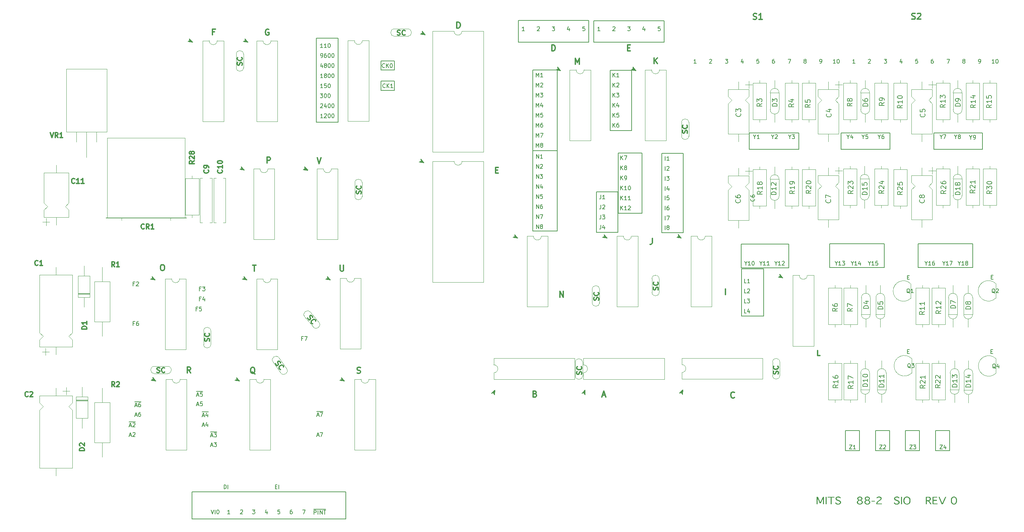
<source format=gbr>
%TF.GenerationSoftware,KiCad,Pcbnew,7.0.10*%
%TF.CreationDate,2024-03-23T14:15:06-04:00*%
%TF.ProjectId,MITS 88-2SIO,4d495453-2038-4382-9d32-53494f2e6b69,rev?*%
%TF.SameCoordinates,Original*%
%TF.FileFunction,Legend,Top*%
%TF.FilePolarity,Positive*%
%FSLAX46Y46*%
G04 Gerber Fmt 4.6, Leading zero omitted, Abs format (unit mm)*
G04 Created by KiCad (PCBNEW 7.0.10) date 2024-03-23 14:15:06*
%MOMM*%
%LPD*%
G01*
G04 APERTURE LIST*
%ADD10C,0.200000*%
%ADD11C,0.150000*%
%ADD12C,0.300000*%
%ADD13C,0.156250*%
%ADD14C,0.120000*%
G04 APERTURE END LIST*
D10*
X125352345Y-65343864D02*
X125342688Y-65346451D01*
X124180425Y-65181651D01*
X124663200Y-64897000D01*
X124582778Y-64442320D01*
X125352345Y-65343864D01*
G36*
X125352345Y-65343864D02*
G01*
X125342688Y-65346451D01*
X124180425Y-65181651D01*
X124663200Y-64897000D01*
X124582778Y-64442320D01*
X125352345Y-65343864D01*
G37*
X125682545Y-32958864D02*
X125672888Y-32961451D01*
X124510625Y-32796651D01*
X124993400Y-32512000D01*
X124912978Y-32057320D01*
X125682545Y-32958864D01*
G36*
X125682545Y-32958864D02*
G01*
X125672888Y-32961451D01*
X124510625Y-32796651D01*
X124993400Y-32512000D01*
X124912978Y-32057320D01*
X125682545Y-32958864D01*
G37*
D11*
X172415200Y-41935400D02*
X177825400Y-41935400D01*
X177825400Y-57175400D01*
X172415200Y-57175400D01*
X172415200Y-41935400D01*
X149250400Y-29387800D02*
X166979600Y-29387800D01*
X166979600Y-34848800D01*
X149250400Y-34848800D01*
X149250400Y-29387800D01*
D10*
X80641920Y-95002213D02*
X80632263Y-95004800D01*
X79470000Y-94840000D01*
X79952775Y-94555349D01*
X79872353Y-94100669D01*
X80641920Y-95002213D01*
G36*
X80641920Y-95002213D02*
G01*
X80632263Y-95004800D01*
X79470000Y-94840000D01*
X79952775Y-94555349D01*
X79872353Y-94100669D01*
X80641920Y-95002213D01*
G37*
X216071920Y-94462213D02*
X216062263Y-94464800D01*
X214900000Y-94300000D01*
X215382775Y-94015349D01*
X215302353Y-93560669D01*
X216071920Y-94462213D01*
G36*
X216071920Y-94462213D02*
G01*
X216062263Y-94464800D01*
X214900000Y-94300000D01*
X215382775Y-94015349D01*
X215302353Y-93560669D01*
X216071920Y-94462213D01*
G37*
D11*
X98145600Y-33832800D02*
X103682800Y-33832800D01*
X103682800Y-55118000D01*
X98145600Y-55118000D01*
X98145600Y-33832800D01*
D10*
X166122877Y-122827802D02*
X166060000Y-124000000D01*
X165734355Y-123543869D01*
X165288416Y-123663611D01*
X166119457Y-122818406D01*
X166122877Y-122827802D01*
G36*
X166122877Y-122827802D02*
G01*
X166060000Y-124000000D01*
X165734355Y-123543869D01*
X165288416Y-123663611D01*
X166119457Y-122818406D01*
X166122877Y-122827802D01*
G37*
X96031920Y-67242213D02*
X96022263Y-67244800D01*
X94860000Y-67080000D01*
X95342775Y-66795349D01*
X95262353Y-66340669D01*
X96031920Y-67242213D01*
G36*
X96031920Y-67242213D02*
G01*
X96022263Y-67244800D01*
X94860000Y-67080000D01*
X95342775Y-66795349D01*
X95262353Y-66340669D01*
X96031920Y-67242213D01*
G37*
D11*
X247015000Y-133091000D02*
X250615000Y-133091000D01*
X250615000Y-138181000D01*
X247015000Y-138181000D01*
X247015000Y-133091000D01*
D10*
X57451920Y-95002213D02*
X57442263Y-95004800D01*
X56280000Y-94840000D01*
X56762775Y-94555349D01*
X56682353Y-94100669D01*
X57451920Y-95002213D01*
G36*
X57451920Y-95002213D02*
G01*
X57442263Y-95004800D01*
X56280000Y-94840000D01*
X56762775Y-94555349D01*
X56682353Y-94100669D01*
X57451920Y-95002213D01*
G37*
D11*
X205591000Y-92192000D02*
X211223000Y-92192000D01*
X211223000Y-104140000D01*
X205591000Y-104140000D01*
X205591000Y-92192000D01*
D10*
X101721920Y-95002213D02*
X101712263Y-95004800D01*
X100550000Y-94840000D01*
X101032775Y-94555349D01*
X100952353Y-94100669D01*
X101721920Y-95002213D01*
G36*
X101721920Y-95002213D02*
G01*
X101712263Y-95004800D01*
X100550000Y-94840000D01*
X101032775Y-94555349D01*
X100952353Y-94100669D01*
X101721920Y-95002213D01*
G37*
D11*
X114503200Y-39573200D02*
X117932200Y-39573200D01*
X117932200Y-41910000D01*
X114503200Y-41910000D01*
X114503200Y-39573200D01*
X185508900Y-62941200D02*
X190868300Y-62941200D01*
X190868300Y-83007200D01*
X185508900Y-83007200D01*
X185508900Y-62941200D01*
D10*
X143282877Y-122827802D02*
X143220000Y-124000000D01*
X142894355Y-123543869D01*
X142448416Y-123663611D01*
X143279457Y-122818406D01*
X143282877Y-122827802D01*
G36*
X143282877Y-122827802D02*
G01*
X143220000Y-124000000D01*
X142894355Y-123543869D01*
X142448416Y-123663611D01*
X143279457Y-122818406D01*
X143282877Y-122827802D01*
G37*
D11*
X114503200Y-44704000D02*
X117932200Y-44704000D01*
X117932200Y-47040800D01*
X114503200Y-47040800D01*
X114503200Y-44704000D01*
D10*
X178921920Y-42032213D02*
X178912263Y-42034800D01*
X177750000Y-41870000D01*
X178232775Y-41585349D01*
X178152353Y-41130669D01*
X178921920Y-42032213D01*
G36*
X178921920Y-42032213D02*
G01*
X178912263Y-42034800D01*
X177750000Y-41870000D01*
X178232775Y-41585349D01*
X178152353Y-41130669D01*
X178921920Y-42032213D01*
G37*
D11*
X230759000Y-57775000D02*
X243122000Y-57775000D01*
X243122000Y-61976000D01*
X230759000Y-61976000D01*
X230759000Y-57775000D01*
D10*
X171661920Y-84422213D02*
X171652263Y-84424800D01*
X170490000Y-84260000D01*
X170972775Y-83975349D01*
X170892353Y-83520669D01*
X171661920Y-84422213D01*
G36*
X171661920Y-84422213D02*
G01*
X171652263Y-84424800D01*
X170490000Y-84260000D01*
X170972775Y-83975349D01*
X170892353Y-83520669D01*
X171661920Y-84422213D01*
G37*
D11*
X207601000Y-57775000D02*
X220091000Y-57775000D01*
X220091000Y-61976000D01*
X207601000Y-61976000D01*
X207601000Y-57775000D01*
X105663999Y-148590002D02*
X105664000Y-155448000D01*
X66802000Y-155448001D01*
X66802000Y-148590001D01*
X105663999Y-148590002D01*
D10*
X80021920Y-67222213D02*
X80012263Y-67224800D01*
X78850000Y-67060000D01*
X79332775Y-66775349D01*
X79252353Y-66320669D01*
X80021920Y-67222213D01*
G36*
X80021920Y-67222213D02*
G01*
X80012263Y-67224800D01*
X78850000Y-67060000D01*
X79332775Y-66775349D01*
X79252353Y-66320669D01*
X80021920Y-67222213D01*
G37*
X66901920Y-34872213D02*
X66892263Y-34874800D01*
X65730000Y-34710000D01*
X66212775Y-34425349D01*
X66132353Y-33970669D01*
X66901920Y-34872213D01*
G36*
X66901920Y-34872213D02*
G01*
X66892263Y-34874800D01*
X65730000Y-34710000D01*
X66212775Y-34425349D01*
X66132353Y-33970669D01*
X66901920Y-34872213D01*
G37*
D11*
X227921000Y-85842000D02*
X241681000Y-85842000D01*
X241681000Y-91821000D01*
X227921000Y-91821000D01*
X227921000Y-85842000D01*
X250273000Y-85842000D02*
X264033000Y-85842000D01*
X264033000Y-91821000D01*
X250273000Y-91821000D01*
X250273000Y-85842000D01*
X174472600Y-62865000D02*
X180492400Y-62865000D01*
X180492400Y-78105000D01*
X174472600Y-78105000D01*
X174472600Y-62865000D01*
X254635000Y-133086000D02*
X258235000Y-133086000D01*
X258235000Y-138176000D01*
X254635000Y-138176000D01*
X254635000Y-133086000D01*
D10*
X80891920Y-34872213D02*
X80882263Y-34874800D01*
X79720000Y-34710000D01*
X80202775Y-34425349D01*
X80122353Y-33970669D01*
X80891920Y-34872213D01*
G36*
X80891920Y-34872213D02*
G01*
X80882263Y-34874800D01*
X79720000Y-34710000D01*
X80202775Y-34425349D01*
X80122353Y-33970669D01*
X80891920Y-34872213D01*
G37*
D11*
X254232000Y-57775000D02*
X266468000Y-57775000D01*
X266468000Y-61976000D01*
X254232000Y-61976000D01*
X254232000Y-57775000D01*
D10*
X190421920Y-84382213D02*
X190412263Y-84384800D01*
X189250000Y-84220000D01*
X189732775Y-83935349D01*
X189652353Y-83480669D01*
X190421920Y-84382213D01*
G36*
X190421920Y-84382213D02*
G01*
X190412263Y-84384800D01*
X189250000Y-84220000D01*
X189732775Y-83935349D01*
X189652353Y-83480669D01*
X190421920Y-84382213D01*
G37*
D11*
X152857200Y-62280800D02*
X159029400Y-62280800D01*
X159029400Y-82651600D01*
X152857200Y-82651600D01*
X152857200Y-62280800D01*
X239478000Y-133091000D02*
X243078000Y-133091000D01*
X243078000Y-138181000D01*
X239478000Y-138181000D01*
X239478000Y-133091000D01*
D10*
X159881920Y-42062213D02*
X159872263Y-42064800D01*
X158710000Y-41900000D01*
X159192775Y-41615349D01*
X159112353Y-41160669D01*
X159881920Y-42062213D01*
G36*
X159881920Y-42062213D02*
G01*
X159872263Y-42064800D01*
X158710000Y-41900000D01*
X159192775Y-41615349D01*
X159112353Y-41160669D01*
X159881920Y-42062213D01*
G37*
X57651920Y-120512213D02*
X57642263Y-120514800D01*
X56480000Y-120350000D01*
X56962775Y-120065349D01*
X56882353Y-119610669D01*
X57651920Y-120512213D01*
G36*
X57651920Y-120512213D02*
G01*
X57642263Y-120514800D01*
X56480000Y-120350000D01*
X56962775Y-120065349D01*
X56882353Y-119610669D01*
X57651920Y-120512213D01*
G37*
X190782877Y-122747802D02*
X190720000Y-123920000D01*
X190394355Y-123463869D01*
X189948416Y-123583611D01*
X190779457Y-122738406D01*
X190782877Y-122747802D01*
G36*
X190782877Y-122747802D02*
G01*
X190720000Y-123920000D01*
X190394355Y-123463869D01*
X189948416Y-123583611D01*
X190779457Y-122738406D01*
X190782877Y-122747802D01*
G37*
D11*
X168960800Y-72720200D02*
X174396400Y-72720200D01*
X174396400Y-82956400D01*
X168960800Y-82956400D01*
X168960800Y-72720200D01*
X231858000Y-133091000D02*
X235458000Y-133091000D01*
X235458000Y-138181000D01*
X231858000Y-138181000D01*
X231858000Y-133091000D01*
X168325800Y-29413200D02*
X186055000Y-29413200D01*
X186055000Y-34874200D01*
X168325800Y-34874200D01*
X168325800Y-29413200D01*
D10*
X149051920Y-84412213D02*
X149042263Y-84414800D01*
X147880000Y-84250000D01*
X148362775Y-83965349D01*
X148282353Y-83510669D01*
X149051920Y-84412213D01*
G36*
X149051920Y-84412213D02*
G01*
X149042263Y-84414800D01*
X147880000Y-84250000D01*
X148362775Y-83965349D01*
X148282353Y-83510669D01*
X149051920Y-84412213D01*
G37*
X78771920Y-120572213D02*
X78762263Y-120574800D01*
X77600000Y-120410000D01*
X78082775Y-120125349D01*
X78002353Y-119670669D01*
X78771920Y-120572213D01*
G36*
X78771920Y-120572213D02*
G01*
X78762263Y-120574800D01*
X77600000Y-120410000D01*
X78082775Y-120125349D01*
X78002353Y-119670669D01*
X78771920Y-120572213D01*
G37*
X105321920Y-120572213D02*
X105312263Y-120574800D01*
X104150000Y-120410000D01*
X104632775Y-120125349D01*
X104552353Y-119670669D01*
X105321920Y-120572213D01*
G36*
X105321920Y-120572213D02*
G01*
X105312263Y-120574800D01*
X104150000Y-120410000D01*
X104632775Y-120125349D01*
X104552353Y-119670669D01*
X105321920Y-120572213D01*
G37*
D11*
X205569000Y-85910500D02*
X217551000Y-85910500D01*
X217551000Y-91889500D01*
X205569000Y-91889500D01*
X205569000Y-85910500D01*
X152857200Y-41910000D02*
X159029400Y-41910000D01*
X159029400Y-62280800D01*
X152857200Y-62280800D01*
X152857200Y-41910000D01*
D12*
X66414285Y-118498328D02*
X65914285Y-117784042D01*
X65557142Y-118498328D02*
X65557142Y-116998328D01*
X65557142Y-116998328D02*
X66128571Y-116998328D01*
X66128571Y-116998328D02*
X66271428Y-117069757D01*
X66271428Y-117069757D02*
X66342857Y-117141185D01*
X66342857Y-117141185D02*
X66414285Y-117284042D01*
X66414285Y-117284042D02*
X66414285Y-117498328D01*
X66414285Y-117498328D02*
X66342857Y-117641185D01*
X66342857Y-117641185D02*
X66271428Y-117712614D01*
X66271428Y-117712614D02*
X66128571Y-117784042D01*
X66128571Y-117784042D02*
X65557142Y-117784042D01*
X39602473Y-138133418D02*
X38352473Y-138133418D01*
X38352473Y-138133418D02*
X38352473Y-137835799D01*
X38352473Y-137835799D02*
X38411997Y-137657228D01*
X38411997Y-137657228D02*
X38531045Y-137538180D01*
X38531045Y-137538180D02*
X38650092Y-137478657D01*
X38650092Y-137478657D02*
X38888188Y-137419133D01*
X38888188Y-137419133D02*
X39066759Y-137419133D01*
X39066759Y-137419133D02*
X39304854Y-137478657D01*
X39304854Y-137478657D02*
X39423902Y-137538180D01*
X39423902Y-137538180D02*
X39542950Y-137657228D01*
X39542950Y-137657228D02*
X39602473Y-137835799D01*
X39602473Y-137835799D02*
X39602473Y-138133418D01*
X38471521Y-136942942D02*
X38411997Y-136883418D01*
X38411997Y-136883418D02*
X38352473Y-136764371D01*
X38352473Y-136764371D02*
X38352473Y-136466752D01*
X38352473Y-136466752D02*
X38411997Y-136347704D01*
X38411997Y-136347704D02*
X38471521Y-136288180D01*
X38471521Y-136288180D02*
X38590569Y-136228657D01*
X38590569Y-136228657D02*
X38709616Y-136228657D01*
X38709616Y-136228657D02*
X38888188Y-136288180D01*
X38888188Y-136288180D02*
X39602473Y-137002466D01*
X39602473Y-137002466D02*
X39602473Y-136228657D01*
D11*
X240442809Y-58779628D02*
X240442809Y-59255819D01*
X240109476Y-58255819D02*
X240442809Y-58779628D01*
X240442809Y-58779628D02*
X240776142Y-58255819D01*
X241538047Y-58255819D02*
X241347571Y-58255819D01*
X241347571Y-58255819D02*
X241252333Y-58303438D01*
X241252333Y-58303438D02*
X241204714Y-58351057D01*
X241204714Y-58351057D02*
X241109476Y-58493914D01*
X241109476Y-58493914D02*
X241061857Y-58684390D01*
X241061857Y-58684390D02*
X241061857Y-59065342D01*
X241061857Y-59065342D02*
X241109476Y-59160580D01*
X241109476Y-59160580D02*
X241157095Y-59208200D01*
X241157095Y-59208200D02*
X241252333Y-59255819D01*
X241252333Y-59255819D02*
X241442809Y-59255819D01*
X241442809Y-59255819D02*
X241538047Y-59208200D01*
X241538047Y-59208200D02*
X241585666Y-59160580D01*
X241585666Y-59160580D02*
X241633285Y-59065342D01*
X241633285Y-59065342D02*
X241633285Y-58827247D01*
X241633285Y-58827247D02*
X241585666Y-58732009D01*
X241585666Y-58732009D02*
X241538047Y-58684390D01*
X241538047Y-58684390D02*
X241442809Y-58636771D01*
X241442809Y-58636771D02*
X241252333Y-58636771D01*
X241252333Y-58636771D02*
X241157095Y-58684390D01*
X241157095Y-58684390D02*
X241109476Y-58732009D01*
X241109476Y-58732009D02*
X241061857Y-58827247D01*
X241672267Y-39173219D02*
X242291314Y-39173219D01*
X242291314Y-39173219D02*
X241957981Y-39554171D01*
X241957981Y-39554171D02*
X242100838Y-39554171D01*
X242100838Y-39554171D02*
X242196076Y-39601790D01*
X242196076Y-39601790D02*
X242243695Y-39649409D01*
X242243695Y-39649409D02*
X242291314Y-39744647D01*
X242291314Y-39744647D02*
X242291314Y-39982742D01*
X242291314Y-39982742D02*
X242243695Y-40077980D01*
X242243695Y-40077980D02*
X242196076Y-40125600D01*
X242196076Y-40125600D02*
X242100838Y-40173219D01*
X242100838Y-40173219D02*
X241815124Y-40173219D01*
X241815124Y-40173219D02*
X241719886Y-40125600D01*
X241719886Y-40125600D02*
X241672267Y-40077980D01*
D13*
X260860148Y-73417856D02*
X259610148Y-73417856D01*
X259610148Y-73417856D02*
X259610148Y-73120237D01*
X259610148Y-73120237D02*
X259669672Y-72941666D01*
X259669672Y-72941666D02*
X259788720Y-72822618D01*
X259788720Y-72822618D02*
X259907767Y-72763095D01*
X259907767Y-72763095D02*
X260145863Y-72703571D01*
X260145863Y-72703571D02*
X260324434Y-72703571D01*
X260324434Y-72703571D02*
X260562529Y-72763095D01*
X260562529Y-72763095D02*
X260681577Y-72822618D01*
X260681577Y-72822618D02*
X260800625Y-72941666D01*
X260800625Y-72941666D02*
X260860148Y-73120237D01*
X260860148Y-73120237D02*
X260860148Y-73417856D01*
X260860148Y-71513095D02*
X260860148Y-72227380D01*
X260860148Y-71870237D02*
X259610148Y-71870237D01*
X259610148Y-71870237D02*
X259788720Y-71989285D01*
X259788720Y-71989285D02*
X259907767Y-72108333D01*
X259907767Y-72108333D02*
X259967291Y-72227380D01*
X260145863Y-70798809D02*
X260086339Y-70917857D01*
X260086339Y-70917857D02*
X260026815Y-70977380D01*
X260026815Y-70977380D02*
X259907767Y-71036904D01*
X259907767Y-71036904D02*
X259848244Y-71036904D01*
X259848244Y-71036904D02*
X259729196Y-70977380D01*
X259729196Y-70977380D02*
X259669672Y-70917857D01*
X259669672Y-70917857D02*
X259610148Y-70798809D01*
X259610148Y-70798809D02*
X259610148Y-70560714D01*
X259610148Y-70560714D02*
X259669672Y-70441666D01*
X259669672Y-70441666D02*
X259729196Y-70382142D01*
X259729196Y-70382142D02*
X259848244Y-70322619D01*
X259848244Y-70322619D02*
X259907767Y-70322619D01*
X259907767Y-70322619D02*
X260026815Y-70382142D01*
X260026815Y-70382142D02*
X260086339Y-70441666D01*
X260086339Y-70441666D02*
X260145863Y-70560714D01*
X260145863Y-70560714D02*
X260145863Y-70798809D01*
X260145863Y-70798809D02*
X260205386Y-70917857D01*
X260205386Y-70917857D02*
X260264910Y-70977380D01*
X260264910Y-70977380D02*
X260383958Y-71036904D01*
X260383958Y-71036904D02*
X260622053Y-71036904D01*
X260622053Y-71036904D02*
X260741101Y-70977380D01*
X260741101Y-70977380D02*
X260800625Y-70917857D01*
X260800625Y-70917857D02*
X260860148Y-70798809D01*
X260860148Y-70798809D02*
X260860148Y-70560714D01*
X260860148Y-70560714D02*
X260800625Y-70441666D01*
X260800625Y-70441666D02*
X260741101Y-70382142D01*
X260741101Y-70382142D02*
X260622053Y-70322619D01*
X260622053Y-70322619D02*
X260383958Y-70322619D01*
X260383958Y-70322619D02*
X260264910Y-70382142D01*
X260264910Y-70382142D02*
X260205386Y-70441666D01*
X260205386Y-70441666D02*
X260145863Y-70560714D01*
D12*
X25344066Y-124370226D02*
X25284542Y-124429750D01*
X25284542Y-124429750D02*
X25105971Y-124489273D01*
X25105971Y-124489273D02*
X24986923Y-124489273D01*
X24986923Y-124489273D02*
X24808352Y-124429750D01*
X24808352Y-124429750D02*
X24689304Y-124310702D01*
X24689304Y-124310702D02*
X24629781Y-124191654D01*
X24629781Y-124191654D02*
X24570257Y-123953559D01*
X24570257Y-123953559D02*
X24570257Y-123774988D01*
X24570257Y-123774988D02*
X24629781Y-123536892D01*
X24629781Y-123536892D02*
X24689304Y-123417845D01*
X24689304Y-123417845D02*
X24808352Y-123298797D01*
X24808352Y-123298797D02*
X24986923Y-123239273D01*
X24986923Y-123239273D02*
X25105971Y-123239273D01*
X25105971Y-123239273D02*
X25284542Y-123298797D01*
X25284542Y-123298797D02*
X25344066Y-123358321D01*
X25820257Y-123358321D02*
X25879781Y-123298797D01*
X25879781Y-123298797D02*
X25998828Y-123239273D01*
X25998828Y-123239273D02*
X26296447Y-123239273D01*
X26296447Y-123239273D02*
X26415495Y-123298797D01*
X26415495Y-123298797D02*
X26475019Y-123358321D01*
X26475019Y-123358321D02*
X26534542Y-123477369D01*
X26534542Y-123477369D02*
X26534542Y-123596416D01*
X26534542Y-123596416D02*
X26475019Y-123774988D01*
X26475019Y-123774988D02*
X25760733Y-124489273D01*
X25760733Y-124489273D02*
X26534542Y-124489273D01*
D11*
X69008666Y-99753009D02*
X68675333Y-99753009D01*
X68675333Y-100276819D02*
X68675333Y-99276819D01*
X68675333Y-99276819D02*
X69151523Y-99276819D01*
X69961047Y-99610152D02*
X69961047Y-100276819D01*
X69722952Y-99229200D02*
X69484857Y-99943485D01*
X69484857Y-99943485D02*
X70103904Y-99943485D01*
D12*
X214853750Y-118761942D02*
X214913273Y-118583371D01*
X214913273Y-118583371D02*
X214913273Y-118285752D01*
X214913273Y-118285752D02*
X214853750Y-118166704D01*
X214853750Y-118166704D02*
X214794226Y-118107180D01*
X214794226Y-118107180D02*
X214675178Y-118047657D01*
X214675178Y-118047657D02*
X214556130Y-118047657D01*
X214556130Y-118047657D02*
X214437083Y-118107180D01*
X214437083Y-118107180D02*
X214377559Y-118166704D01*
X214377559Y-118166704D02*
X214318035Y-118285752D01*
X214318035Y-118285752D02*
X214258511Y-118523847D01*
X214258511Y-118523847D02*
X214198988Y-118642895D01*
X214198988Y-118642895D02*
X214139464Y-118702418D01*
X214139464Y-118702418D02*
X214020416Y-118761942D01*
X214020416Y-118761942D02*
X213901369Y-118761942D01*
X213901369Y-118761942D02*
X213782321Y-118702418D01*
X213782321Y-118702418D02*
X213722797Y-118642895D01*
X213722797Y-118642895D02*
X213663273Y-118523847D01*
X213663273Y-118523847D02*
X213663273Y-118226228D01*
X213663273Y-118226228D02*
X213722797Y-118047657D01*
X214794226Y-116797657D02*
X214853750Y-116857181D01*
X214853750Y-116857181D02*
X214913273Y-117035752D01*
X214913273Y-117035752D02*
X214913273Y-117154800D01*
X214913273Y-117154800D02*
X214853750Y-117333371D01*
X214853750Y-117333371D02*
X214734702Y-117452419D01*
X214734702Y-117452419D02*
X214615654Y-117511942D01*
X214615654Y-117511942D02*
X214377559Y-117571466D01*
X214377559Y-117571466D02*
X214198988Y-117571466D01*
X214198988Y-117571466D02*
X213960892Y-117511942D01*
X213960892Y-117511942D02*
X213841845Y-117452419D01*
X213841845Y-117452419D02*
X213722797Y-117333371D01*
X213722797Y-117333371D02*
X213663273Y-117154800D01*
X213663273Y-117154800D02*
X213663273Y-117035752D01*
X213663273Y-117035752D02*
X213722797Y-116857181D01*
X213722797Y-116857181D02*
X213782321Y-116797657D01*
D11*
X232870476Y-136741819D02*
X233537142Y-136741819D01*
X233537142Y-136741819D02*
X232870476Y-137741819D01*
X232870476Y-137741819D02*
X233537142Y-137741819D01*
X234441904Y-137741819D02*
X233870476Y-137741819D01*
X234156190Y-137741819D02*
X234156190Y-136741819D01*
X234156190Y-136741819D02*
X234060952Y-136884676D01*
X234060952Y-136884676D02*
X233965714Y-136979914D01*
X233965714Y-136979914D02*
X233870476Y-137027533D01*
X153797095Y-66748819D02*
X153797095Y-65748819D01*
X153797095Y-65748819D02*
X154368523Y-66748819D01*
X154368523Y-66748819D02*
X154368523Y-65748819D01*
X154797095Y-65844057D02*
X154844714Y-65796438D01*
X154844714Y-65796438D02*
X154939952Y-65748819D01*
X154939952Y-65748819D02*
X155178047Y-65748819D01*
X155178047Y-65748819D02*
X155273285Y-65796438D01*
X155273285Y-65796438D02*
X155320904Y-65844057D01*
X155320904Y-65844057D02*
X155368523Y-65939295D01*
X155368523Y-65939295D02*
X155368523Y-66034533D01*
X155368523Y-66034533D02*
X155320904Y-66177390D01*
X155320904Y-66177390D02*
X154749476Y-66748819D01*
X154749476Y-66748819D02*
X155368523Y-66748819D01*
D13*
X268770148Y-50693571D02*
X268174910Y-51110237D01*
X268770148Y-51407856D02*
X267520148Y-51407856D01*
X267520148Y-51407856D02*
X267520148Y-50931666D01*
X267520148Y-50931666D02*
X267579672Y-50812618D01*
X267579672Y-50812618D02*
X267639196Y-50753095D01*
X267639196Y-50753095D02*
X267758244Y-50693571D01*
X267758244Y-50693571D02*
X267936815Y-50693571D01*
X267936815Y-50693571D02*
X268055863Y-50753095D01*
X268055863Y-50753095D02*
X268115386Y-50812618D01*
X268115386Y-50812618D02*
X268174910Y-50931666D01*
X268174910Y-50931666D02*
X268174910Y-51407856D01*
X268770148Y-49503095D02*
X268770148Y-50217380D01*
X268770148Y-49860237D02*
X267520148Y-49860237D01*
X267520148Y-49860237D02*
X267698720Y-49979285D01*
X267698720Y-49979285D02*
X267817767Y-50098333D01*
X267817767Y-50098333D02*
X267877291Y-50217380D01*
X267520148Y-48372142D02*
X267520148Y-48967380D01*
X267520148Y-48967380D02*
X268115386Y-49026904D01*
X268115386Y-49026904D02*
X268055863Y-48967380D01*
X268055863Y-48967380D02*
X267996339Y-48848333D01*
X267996339Y-48848333D02*
X267996339Y-48550714D01*
X267996339Y-48550714D02*
X268055863Y-48431666D01*
X268055863Y-48431666D02*
X268115386Y-48372142D01*
X268115386Y-48372142D02*
X268234434Y-48312619D01*
X268234434Y-48312619D02*
X268532053Y-48312619D01*
X268532053Y-48312619D02*
X268651101Y-48372142D01*
X268651101Y-48372142D02*
X268710625Y-48431666D01*
X268710625Y-48431666D02*
X268770148Y-48550714D01*
X268770148Y-48550714D02*
X268770148Y-48848333D01*
X268770148Y-48848333D02*
X268710625Y-48967380D01*
X268710625Y-48967380D02*
X268651101Y-49026904D01*
D11*
X175088779Y-72209819D02*
X175088779Y-71209819D01*
X175660207Y-72209819D02*
X175231636Y-71638390D01*
X175660207Y-71209819D02*
X175088779Y-71781247D01*
X176612588Y-72209819D02*
X176041160Y-72209819D01*
X176326874Y-72209819D02*
X176326874Y-71209819D01*
X176326874Y-71209819D02*
X176231636Y-71352676D01*
X176231636Y-71352676D02*
X176136398Y-71447914D01*
X176136398Y-71447914D02*
X176041160Y-71495533D01*
X177231636Y-71209819D02*
X177326874Y-71209819D01*
X177326874Y-71209819D02*
X177422112Y-71257438D01*
X177422112Y-71257438D02*
X177469731Y-71305057D01*
X177469731Y-71305057D02*
X177517350Y-71400295D01*
X177517350Y-71400295D02*
X177564969Y-71590771D01*
X177564969Y-71590771D02*
X177564969Y-71828866D01*
X177564969Y-71828866D02*
X177517350Y-72019342D01*
X177517350Y-72019342D02*
X177469731Y-72114580D01*
X177469731Y-72114580D02*
X177422112Y-72162200D01*
X177422112Y-72162200D02*
X177326874Y-72209819D01*
X177326874Y-72209819D02*
X177231636Y-72209819D01*
X177231636Y-72209819D02*
X177136398Y-72162200D01*
X177136398Y-72162200D02*
X177088779Y-72114580D01*
X177088779Y-72114580D02*
X177041160Y-72019342D01*
X177041160Y-72019342D02*
X176993541Y-71828866D01*
X176993541Y-71828866D02*
X176993541Y-71590771D01*
X176993541Y-71590771D02*
X177041160Y-71400295D01*
X177041160Y-71400295D02*
X177088779Y-71305057D01*
X177088779Y-71305057D02*
X177136398Y-71257438D01*
X177136398Y-71257438D02*
X177231636Y-71209819D01*
D12*
X176843571Y-36265414D02*
X177343571Y-36265414D01*
X177557857Y-37051128D02*
X176843571Y-37051128D01*
X176843571Y-37051128D02*
X176843571Y-35551128D01*
X176843571Y-35551128D02*
X177557857Y-35551128D01*
D13*
X237540148Y-51022618D02*
X236290148Y-51022618D01*
X236290148Y-51022618D02*
X236290148Y-50724999D01*
X236290148Y-50724999D02*
X236349672Y-50546428D01*
X236349672Y-50546428D02*
X236468720Y-50427380D01*
X236468720Y-50427380D02*
X236587767Y-50367857D01*
X236587767Y-50367857D02*
X236825863Y-50308333D01*
X236825863Y-50308333D02*
X237004434Y-50308333D01*
X237004434Y-50308333D02*
X237242529Y-50367857D01*
X237242529Y-50367857D02*
X237361577Y-50427380D01*
X237361577Y-50427380D02*
X237480625Y-50546428D01*
X237480625Y-50546428D02*
X237540148Y-50724999D01*
X237540148Y-50724999D02*
X237540148Y-51022618D01*
X236290148Y-49236904D02*
X236290148Y-49474999D01*
X236290148Y-49474999D02*
X236349672Y-49594047D01*
X236349672Y-49594047D02*
X236409196Y-49653571D01*
X236409196Y-49653571D02*
X236587767Y-49772618D01*
X236587767Y-49772618D02*
X236825863Y-49832142D01*
X236825863Y-49832142D02*
X237302053Y-49832142D01*
X237302053Y-49832142D02*
X237421101Y-49772618D01*
X237421101Y-49772618D02*
X237480625Y-49713095D01*
X237480625Y-49713095D02*
X237540148Y-49594047D01*
X237540148Y-49594047D02*
X237540148Y-49355952D01*
X237540148Y-49355952D02*
X237480625Y-49236904D01*
X237480625Y-49236904D02*
X237421101Y-49177380D01*
X237421101Y-49177380D02*
X237302053Y-49117857D01*
X237302053Y-49117857D02*
X237004434Y-49117857D01*
X237004434Y-49117857D02*
X236885386Y-49177380D01*
X236885386Y-49177380D02*
X236825863Y-49236904D01*
X236825863Y-49236904D02*
X236766339Y-49355952D01*
X236766339Y-49355952D02*
X236766339Y-49594047D01*
X236766339Y-49594047D02*
X236825863Y-49713095D01*
X236825863Y-49713095D02*
X236885386Y-49772618D01*
X236885386Y-49772618D02*
X237004434Y-49832142D01*
D11*
X213518809Y-58779628D02*
X213518809Y-59255819D01*
X213185476Y-58255819D02*
X213518809Y-58779628D01*
X213518809Y-58779628D02*
X213852142Y-58255819D01*
X214137857Y-58351057D02*
X214185476Y-58303438D01*
X214185476Y-58303438D02*
X214280714Y-58255819D01*
X214280714Y-58255819D02*
X214518809Y-58255819D01*
X214518809Y-58255819D02*
X214614047Y-58303438D01*
X214614047Y-58303438D02*
X214661666Y-58351057D01*
X214661666Y-58351057D02*
X214709285Y-58446295D01*
X214709285Y-58446295D02*
X214709285Y-58541533D01*
X214709285Y-58541533D02*
X214661666Y-58684390D01*
X214661666Y-58684390D02*
X214090238Y-59255819D01*
X214090238Y-59255819D02*
X214709285Y-59255819D01*
D12*
X118651857Y-33015150D02*
X118830428Y-33074673D01*
X118830428Y-33074673D02*
X119128047Y-33074673D01*
X119128047Y-33074673D02*
X119247095Y-33015150D01*
X119247095Y-33015150D02*
X119306619Y-32955626D01*
X119306619Y-32955626D02*
X119366142Y-32836578D01*
X119366142Y-32836578D02*
X119366142Y-32717530D01*
X119366142Y-32717530D02*
X119306619Y-32598483D01*
X119306619Y-32598483D02*
X119247095Y-32538959D01*
X119247095Y-32538959D02*
X119128047Y-32479435D01*
X119128047Y-32479435D02*
X118889952Y-32419911D01*
X118889952Y-32419911D02*
X118770904Y-32360388D01*
X118770904Y-32360388D02*
X118711381Y-32300864D01*
X118711381Y-32300864D02*
X118651857Y-32181816D01*
X118651857Y-32181816D02*
X118651857Y-32062769D01*
X118651857Y-32062769D02*
X118711381Y-31943721D01*
X118711381Y-31943721D02*
X118770904Y-31884197D01*
X118770904Y-31884197D02*
X118889952Y-31824673D01*
X118889952Y-31824673D02*
X119187571Y-31824673D01*
X119187571Y-31824673D02*
X119366142Y-31884197D01*
X120616142Y-32955626D02*
X120556618Y-33015150D01*
X120556618Y-33015150D02*
X120378047Y-33074673D01*
X120378047Y-33074673D02*
X120258999Y-33074673D01*
X120258999Y-33074673D02*
X120080428Y-33015150D01*
X120080428Y-33015150D02*
X119961380Y-32896102D01*
X119961380Y-32896102D02*
X119901857Y-32777054D01*
X119901857Y-32777054D02*
X119842333Y-32538959D01*
X119842333Y-32538959D02*
X119842333Y-32360388D01*
X119842333Y-32360388D02*
X119901857Y-32122292D01*
X119901857Y-32122292D02*
X119961380Y-32003245D01*
X119961380Y-32003245D02*
X120080428Y-31884197D01*
X120080428Y-31884197D02*
X120258999Y-31824673D01*
X120258999Y-31824673D02*
X120378047Y-31824673D01*
X120378047Y-31824673D02*
X120556618Y-31884197D01*
X120556618Y-31884197D02*
X120616142Y-31943721D01*
D11*
X94789666Y-109786009D02*
X94456333Y-109786009D01*
X94456333Y-110309819D02*
X94456333Y-109309819D01*
X94456333Y-109309819D02*
X94932523Y-109309819D01*
X95218238Y-109309819D02*
X95884904Y-109309819D01*
X95884904Y-109309819D02*
X95456333Y-110309819D01*
D13*
X251870148Y-102963571D02*
X251274910Y-103380237D01*
X251870148Y-103677856D02*
X250620148Y-103677856D01*
X250620148Y-103677856D02*
X250620148Y-103201666D01*
X250620148Y-103201666D02*
X250679672Y-103082618D01*
X250679672Y-103082618D02*
X250739196Y-103023095D01*
X250739196Y-103023095D02*
X250858244Y-102963571D01*
X250858244Y-102963571D02*
X251036815Y-102963571D01*
X251036815Y-102963571D02*
X251155863Y-103023095D01*
X251155863Y-103023095D02*
X251215386Y-103082618D01*
X251215386Y-103082618D02*
X251274910Y-103201666D01*
X251274910Y-103201666D02*
X251274910Y-103677856D01*
X251870148Y-101773095D02*
X251870148Y-102487380D01*
X251870148Y-102130237D02*
X250620148Y-102130237D01*
X250620148Y-102130237D02*
X250798720Y-102249285D01*
X250798720Y-102249285D02*
X250917767Y-102368333D01*
X250917767Y-102368333D02*
X250977291Y-102487380D01*
X251870148Y-100582619D02*
X251870148Y-101296904D01*
X251870148Y-100939761D02*
X250620148Y-100939761D01*
X250620148Y-100939761D02*
X250798720Y-101058809D01*
X250798720Y-101058809D02*
X250917767Y-101177857D01*
X250917767Y-101177857D02*
X250977291Y-101296904D01*
X264750148Y-50693571D02*
X264154910Y-51110237D01*
X264750148Y-51407856D02*
X263500148Y-51407856D01*
X263500148Y-51407856D02*
X263500148Y-50931666D01*
X263500148Y-50931666D02*
X263559672Y-50812618D01*
X263559672Y-50812618D02*
X263619196Y-50753095D01*
X263619196Y-50753095D02*
X263738244Y-50693571D01*
X263738244Y-50693571D02*
X263916815Y-50693571D01*
X263916815Y-50693571D02*
X264035863Y-50753095D01*
X264035863Y-50753095D02*
X264095386Y-50812618D01*
X264095386Y-50812618D02*
X264154910Y-50931666D01*
X264154910Y-50931666D02*
X264154910Y-51407856D01*
X264750148Y-49503095D02*
X264750148Y-50217380D01*
X264750148Y-49860237D02*
X263500148Y-49860237D01*
X263500148Y-49860237D02*
X263678720Y-49979285D01*
X263678720Y-49979285D02*
X263797767Y-50098333D01*
X263797767Y-50098333D02*
X263857291Y-50217380D01*
X263916815Y-48431666D02*
X264750148Y-48431666D01*
X263440625Y-48729285D02*
X264333482Y-49026904D01*
X264333482Y-49026904D02*
X264333482Y-48253095D01*
X241630148Y-122037856D02*
X240380148Y-122037856D01*
X240380148Y-122037856D02*
X240380148Y-121740237D01*
X240380148Y-121740237D02*
X240439672Y-121561666D01*
X240439672Y-121561666D02*
X240558720Y-121442618D01*
X240558720Y-121442618D02*
X240677767Y-121383095D01*
X240677767Y-121383095D02*
X240915863Y-121323571D01*
X240915863Y-121323571D02*
X241094434Y-121323571D01*
X241094434Y-121323571D02*
X241332529Y-121383095D01*
X241332529Y-121383095D02*
X241451577Y-121442618D01*
X241451577Y-121442618D02*
X241570625Y-121561666D01*
X241570625Y-121561666D02*
X241630148Y-121740237D01*
X241630148Y-121740237D02*
X241630148Y-122037856D01*
X241630148Y-120133095D02*
X241630148Y-120847380D01*
X241630148Y-120490237D02*
X240380148Y-120490237D01*
X240380148Y-120490237D02*
X240558720Y-120609285D01*
X240558720Y-120609285D02*
X240677767Y-120728333D01*
X240677767Y-120728333D02*
X240737291Y-120847380D01*
X241630148Y-118942619D02*
X241630148Y-119656904D01*
X241630148Y-119299761D02*
X240380148Y-119299761D01*
X240380148Y-119299761D02*
X240558720Y-119418809D01*
X240558720Y-119418809D02*
X240677767Y-119537857D01*
X240677767Y-119537857D02*
X240737291Y-119656904D01*
X251881101Y-52988333D02*
X251940625Y-53047857D01*
X251940625Y-53047857D02*
X252000148Y-53226428D01*
X252000148Y-53226428D02*
X252000148Y-53345476D01*
X252000148Y-53345476D02*
X251940625Y-53524047D01*
X251940625Y-53524047D02*
X251821577Y-53643095D01*
X251821577Y-53643095D02*
X251702529Y-53702618D01*
X251702529Y-53702618D02*
X251464434Y-53762142D01*
X251464434Y-53762142D02*
X251285863Y-53762142D01*
X251285863Y-53762142D02*
X251047767Y-53702618D01*
X251047767Y-53702618D02*
X250928720Y-53643095D01*
X250928720Y-53643095D02*
X250809672Y-53524047D01*
X250809672Y-53524047D02*
X250750148Y-53345476D01*
X250750148Y-53345476D02*
X250750148Y-53226428D01*
X250750148Y-53226428D02*
X250809672Y-53047857D01*
X250809672Y-53047857D02*
X250869196Y-52988333D01*
X250750148Y-51857380D02*
X250750148Y-52452618D01*
X250750148Y-52452618D02*
X251345386Y-52512142D01*
X251345386Y-52512142D02*
X251285863Y-52452618D01*
X251285863Y-52452618D02*
X251226339Y-52333571D01*
X251226339Y-52333571D02*
X251226339Y-52035952D01*
X251226339Y-52035952D02*
X251285863Y-51916904D01*
X251285863Y-51916904D02*
X251345386Y-51857380D01*
X251345386Y-51857380D02*
X251464434Y-51797857D01*
X251464434Y-51797857D02*
X251762053Y-51797857D01*
X251762053Y-51797857D02*
X251881101Y-51857380D01*
X251881101Y-51857380D02*
X251940625Y-51916904D01*
X251940625Y-51916904D02*
X252000148Y-52035952D01*
X252000148Y-52035952D02*
X252000148Y-52333571D01*
X252000148Y-52333571D02*
X251940625Y-52452618D01*
X251940625Y-52452618D02*
X251881101Y-52512142D01*
D12*
X163609999Y-40428328D02*
X163609999Y-38928328D01*
X163609999Y-38928328D02*
X164109999Y-39999757D01*
X164109999Y-39999757D02*
X164609999Y-38928328D01*
X164609999Y-38928328D02*
X164609999Y-40428328D01*
X87832455Y-116157053D02*
X87901641Y-116332108D01*
X87901641Y-116332108D02*
X88092946Y-116560097D01*
X88092946Y-116560097D02*
X88215067Y-116613032D01*
X88215067Y-116613032D02*
X88298926Y-116620369D01*
X88298926Y-116620369D02*
X88428383Y-116589444D01*
X88428383Y-116589444D02*
X88519578Y-116512922D01*
X88519578Y-116512922D02*
X88572513Y-116390802D01*
X88572513Y-116390802D02*
X88579850Y-116306943D01*
X88579850Y-116306943D02*
X88548925Y-116177486D01*
X88548925Y-116177486D02*
X88441479Y-115956833D01*
X88441479Y-115956833D02*
X88410554Y-115827376D01*
X88410554Y-115827376D02*
X88417891Y-115743517D01*
X88417891Y-115743517D02*
X88470825Y-115621397D01*
X88470825Y-115621397D02*
X88562021Y-115544874D01*
X88562021Y-115544874D02*
X88691478Y-115513950D01*
X88691478Y-115513950D02*
X88775337Y-115521287D01*
X88775337Y-115521287D02*
X88897457Y-115574221D01*
X88897457Y-115574221D02*
X89088763Y-115802211D01*
X89088763Y-115802211D02*
X89157949Y-115977266D01*
X89140671Y-117623522D02*
X89056812Y-117616185D01*
X89056812Y-117616185D02*
X88896431Y-117517653D01*
X88896431Y-117517653D02*
X88819909Y-117426457D01*
X88819909Y-117426457D02*
X88750723Y-117251402D01*
X88750723Y-117251402D02*
X88765396Y-117083684D01*
X88765396Y-117083684D02*
X88818331Y-116961564D01*
X88818331Y-116961564D02*
X88962461Y-116762921D01*
X88962461Y-116762921D02*
X89099255Y-116648138D01*
X89099255Y-116648138D02*
X89319908Y-116540691D01*
X89319908Y-116540691D02*
X89449365Y-116509767D01*
X89449365Y-116509767D02*
X89617083Y-116524440D01*
X89617083Y-116524440D02*
X89777464Y-116622972D01*
X89777464Y-116622972D02*
X89853986Y-116714168D01*
X89853986Y-116714168D02*
X89923172Y-116889223D01*
X89923172Y-116889223D02*
X89915835Y-116973082D01*
D11*
X269666077Y-98320057D02*
X269570839Y-98272438D01*
X269570839Y-98272438D02*
X269475601Y-98177200D01*
X269475601Y-98177200D02*
X269332744Y-98034342D01*
X269332744Y-98034342D02*
X269237506Y-97986723D01*
X269237506Y-97986723D02*
X269142268Y-97986723D01*
X269189887Y-98224819D02*
X269094649Y-98177200D01*
X269094649Y-98177200D02*
X268999411Y-98081961D01*
X268999411Y-98081961D02*
X268951792Y-97891485D01*
X268951792Y-97891485D02*
X268951792Y-97558152D01*
X268951792Y-97558152D02*
X268999411Y-97367676D01*
X268999411Y-97367676D02*
X269094649Y-97272438D01*
X269094649Y-97272438D02*
X269189887Y-97224819D01*
X269189887Y-97224819D02*
X269380363Y-97224819D01*
X269380363Y-97224819D02*
X269475601Y-97272438D01*
X269475601Y-97272438D02*
X269570839Y-97367676D01*
X269570839Y-97367676D02*
X269618458Y-97558152D01*
X269618458Y-97558152D02*
X269618458Y-97891485D01*
X269618458Y-97891485D02*
X269570839Y-98081961D01*
X269570839Y-98081961D02*
X269475601Y-98177200D01*
X269475601Y-98177200D02*
X269380363Y-98224819D01*
X269380363Y-98224819D02*
X269189887Y-98224819D01*
X269999411Y-97320057D02*
X270047030Y-97272438D01*
X270047030Y-97272438D02*
X270142268Y-97224819D01*
X270142268Y-97224819D02*
X270380363Y-97224819D01*
X270380363Y-97224819D02*
X270475601Y-97272438D01*
X270475601Y-97272438D02*
X270523220Y-97320057D01*
X270523220Y-97320057D02*
X270570839Y-97415295D01*
X270570839Y-97415295D02*
X270570839Y-97510533D01*
X270570839Y-97510533D02*
X270523220Y-97653390D01*
X270523220Y-97653390D02*
X269951792Y-98224819D01*
X269951792Y-98224819D02*
X270570839Y-98224819D01*
D12*
X157722142Y-37051128D02*
X157722142Y-35551128D01*
X157722142Y-35551128D02*
X158079285Y-35551128D01*
X158079285Y-35551128D02*
X158293571Y-35622557D01*
X158293571Y-35622557D02*
X158436428Y-35765414D01*
X158436428Y-35765414D02*
X158507857Y-35908271D01*
X158507857Y-35908271D02*
X158579285Y-36193985D01*
X158579285Y-36193985D02*
X158579285Y-36408271D01*
X158579285Y-36408271D02*
X158507857Y-36693985D01*
X158507857Y-36693985D02*
X158436428Y-36836842D01*
X158436428Y-36836842D02*
X158293571Y-36979700D01*
X158293571Y-36979700D02*
X158079285Y-37051128D01*
X158079285Y-37051128D02*
X157722142Y-37051128D01*
X98400000Y-64078328D02*
X98900000Y-65578328D01*
X98900000Y-65578328D02*
X99400000Y-64078328D01*
D11*
X153797095Y-81988819D02*
X153797095Y-80988819D01*
X153797095Y-80988819D02*
X154368523Y-81988819D01*
X154368523Y-81988819D02*
X154368523Y-80988819D01*
X154987571Y-81417390D02*
X154892333Y-81369771D01*
X154892333Y-81369771D02*
X154844714Y-81322152D01*
X154844714Y-81322152D02*
X154797095Y-81226914D01*
X154797095Y-81226914D02*
X154797095Y-81179295D01*
X154797095Y-81179295D02*
X154844714Y-81084057D01*
X154844714Y-81084057D02*
X154892333Y-81036438D01*
X154892333Y-81036438D02*
X154987571Y-80988819D01*
X154987571Y-80988819D02*
X155178047Y-80988819D01*
X155178047Y-80988819D02*
X155273285Y-81036438D01*
X155273285Y-81036438D02*
X155320904Y-81084057D01*
X155320904Y-81084057D02*
X155368523Y-81179295D01*
X155368523Y-81179295D02*
X155368523Y-81226914D01*
X155368523Y-81226914D02*
X155320904Y-81322152D01*
X155320904Y-81322152D02*
X155273285Y-81369771D01*
X155273285Y-81369771D02*
X155178047Y-81417390D01*
X155178047Y-81417390D02*
X154987571Y-81417390D01*
X154987571Y-81417390D02*
X154892333Y-81465009D01*
X154892333Y-81465009D02*
X154844714Y-81512628D01*
X154844714Y-81512628D02*
X154797095Y-81607866D01*
X154797095Y-81607866D02*
X154797095Y-81798342D01*
X154797095Y-81798342D02*
X154844714Y-81893580D01*
X154844714Y-81893580D02*
X154892333Y-81941200D01*
X154892333Y-81941200D02*
X154987571Y-81988819D01*
X154987571Y-81988819D02*
X155178047Y-81988819D01*
X155178047Y-81988819D02*
X155273285Y-81941200D01*
X155273285Y-81941200D02*
X155320904Y-81893580D01*
X155320904Y-81893580D02*
X155368523Y-81798342D01*
X155368523Y-81798342D02*
X155368523Y-81607866D01*
X155368523Y-81607866D02*
X155320904Y-81512628D01*
X155320904Y-81512628D02*
X155273285Y-81465009D01*
X155273285Y-81465009D02*
X155178047Y-81417390D01*
D13*
X214380148Y-73417856D02*
X213130148Y-73417856D01*
X213130148Y-73417856D02*
X213130148Y-73120237D01*
X213130148Y-73120237D02*
X213189672Y-72941666D01*
X213189672Y-72941666D02*
X213308720Y-72822618D01*
X213308720Y-72822618D02*
X213427767Y-72763095D01*
X213427767Y-72763095D02*
X213665863Y-72703571D01*
X213665863Y-72703571D02*
X213844434Y-72703571D01*
X213844434Y-72703571D02*
X214082529Y-72763095D01*
X214082529Y-72763095D02*
X214201577Y-72822618D01*
X214201577Y-72822618D02*
X214320625Y-72941666D01*
X214320625Y-72941666D02*
X214380148Y-73120237D01*
X214380148Y-73120237D02*
X214380148Y-73417856D01*
X214380148Y-71513095D02*
X214380148Y-72227380D01*
X214380148Y-71870237D02*
X213130148Y-71870237D01*
X213130148Y-71870237D02*
X213308720Y-71989285D01*
X213308720Y-71989285D02*
X213427767Y-72108333D01*
X213427767Y-72108333D02*
X213487291Y-72227380D01*
X213249196Y-71036904D02*
X213189672Y-70977380D01*
X213189672Y-70977380D02*
X213130148Y-70858333D01*
X213130148Y-70858333D02*
X213130148Y-70560714D01*
X213130148Y-70560714D02*
X213189672Y-70441666D01*
X213189672Y-70441666D02*
X213249196Y-70382142D01*
X213249196Y-70382142D02*
X213368244Y-70322619D01*
X213368244Y-70322619D02*
X213487291Y-70322619D01*
X213487291Y-70322619D02*
X213665863Y-70382142D01*
X213665863Y-70382142D02*
X214380148Y-71096428D01*
X214380148Y-71096428D02*
X214380148Y-70322619D01*
D11*
X186340810Y-67256819D02*
X186340810Y-66256819D01*
X186769381Y-66352057D02*
X186817000Y-66304438D01*
X186817000Y-66304438D02*
X186912238Y-66256819D01*
X186912238Y-66256819D02*
X187150333Y-66256819D01*
X187150333Y-66256819D02*
X187245571Y-66304438D01*
X187245571Y-66304438D02*
X187293190Y-66352057D01*
X187293190Y-66352057D02*
X187340809Y-66447295D01*
X187340809Y-66447295D02*
X187340809Y-66542533D01*
X187340809Y-66542533D02*
X187293190Y-66685390D01*
X187293190Y-66685390D02*
X186721762Y-67256819D01*
X186721762Y-67256819D02*
X187340809Y-67256819D01*
D12*
X165196750Y-118888942D02*
X165256273Y-118710371D01*
X165256273Y-118710371D02*
X165256273Y-118412752D01*
X165256273Y-118412752D02*
X165196750Y-118293704D01*
X165196750Y-118293704D02*
X165137226Y-118234180D01*
X165137226Y-118234180D02*
X165018178Y-118174657D01*
X165018178Y-118174657D02*
X164899130Y-118174657D01*
X164899130Y-118174657D02*
X164780083Y-118234180D01*
X164780083Y-118234180D02*
X164720559Y-118293704D01*
X164720559Y-118293704D02*
X164661035Y-118412752D01*
X164661035Y-118412752D02*
X164601511Y-118650847D01*
X164601511Y-118650847D02*
X164541988Y-118769895D01*
X164541988Y-118769895D02*
X164482464Y-118829418D01*
X164482464Y-118829418D02*
X164363416Y-118888942D01*
X164363416Y-118888942D02*
X164244369Y-118888942D01*
X164244369Y-118888942D02*
X164125321Y-118829418D01*
X164125321Y-118829418D02*
X164065797Y-118769895D01*
X164065797Y-118769895D02*
X164006273Y-118650847D01*
X164006273Y-118650847D02*
X164006273Y-118353228D01*
X164006273Y-118353228D02*
X164065797Y-118174657D01*
X165137226Y-116924657D02*
X165196750Y-116984181D01*
X165196750Y-116984181D02*
X165256273Y-117162752D01*
X165256273Y-117162752D02*
X165256273Y-117281800D01*
X165256273Y-117281800D02*
X165196750Y-117460371D01*
X165196750Y-117460371D02*
X165077702Y-117579419D01*
X165077702Y-117579419D02*
X164958654Y-117638942D01*
X164958654Y-117638942D02*
X164720559Y-117698466D01*
X164720559Y-117698466D02*
X164541988Y-117698466D01*
X164541988Y-117698466D02*
X164303892Y-117638942D01*
X164303892Y-117638942D02*
X164184845Y-117579419D01*
X164184845Y-117579419D02*
X164065797Y-117460371D01*
X164065797Y-117460371D02*
X164006273Y-117281800D01*
X164006273Y-117281800D02*
X164006273Y-117162752D01*
X164006273Y-117162752D02*
X164065797Y-116984181D01*
X164065797Y-116984181D02*
X164125321Y-116924657D01*
D11*
X248110476Y-136741819D02*
X248777142Y-136741819D01*
X248777142Y-136741819D02*
X248110476Y-137741819D01*
X248110476Y-137741819D02*
X248777142Y-137741819D01*
X249062857Y-136741819D02*
X249681904Y-136741819D01*
X249681904Y-136741819D02*
X249348571Y-137122771D01*
X249348571Y-137122771D02*
X249491428Y-137122771D01*
X249491428Y-137122771D02*
X249586666Y-137170390D01*
X249586666Y-137170390D02*
X249634285Y-137218009D01*
X249634285Y-137218009D02*
X249681904Y-137313247D01*
X249681904Y-137313247D02*
X249681904Y-137551342D01*
X249681904Y-137551342D02*
X249634285Y-137646580D01*
X249634285Y-137646580D02*
X249586666Y-137694200D01*
X249586666Y-137694200D02*
X249491428Y-137741819D01*
X249491428Y-137741819D02*
X249205714Y-137741819D01*
X249205714Y-137741819D02*
X249110476Y-137694200D01*
X249110476Y-137694200D02*
X249062857Y-137646580D01*
D12*
X74332226Y-67205415D02*
X74391750Y-67264939D01*
X74391750Y-67264939D02*
X74451273Y-67443510D01*
X74451273Y-67443510D02*
X74451273Y-67562558D01*
X74451273Y-67562558D02*
X74391750Y-67741129D01*
X74391750Y-67741129D02*
X74272702Y-67860177D01*
X74272702Y-67860177D02*
X74153654Y-67919700D01*
X74153654Y-67919700D02*
X73915559Y-67979224D01*
X73915559Y-67979224D02*
X73736988Y-67979224D01*
X73736988Y-67979224D02*
X73498892Y-67919700D01*
X73498892Y-67919700D02*
X73379845Y-67860177D01*
X73379845Y-67860177D02*
X73260797Y-67741129D01*
X73260797Y-67741129D02*
X73201273Y-67562558D01*
X73201273Y-67562558D02*
X73201273Y-67443510D01*
X73201273Y-67443510D02*
X73260797Y-67264939D01*
X73260797Y-67264939D02*
X73320321Y-67205415D01*
X74451273Y-66014939D02*
X74451273Y-66729224D01*
X74451273Y-66372081D02*
X73201273Y-66372081D01*
X73201273Y-66372081D02*
X73379845Y-66491129D01*
X73379845Y-66491129D02*
X73498892Y-66610177D01*
X73498892Y-66610177D02*
X73558416Y-66729224D01*
X73201273Y-65241129D02*
X73201273Y-65122082D01*
X73201273Y-65122082D02*
X73260797Y-65003034D01*
X73260797Y-65003034D02*
X73320321Y-64943510D01*
X73320321Y-64943510D02*
X73439369Y-64883986D01*
X73439369Y-64883986D02*
X73677464Y-64824463D01*
X73677464Y-64824463D02*
X73975083Y-64824463D01*
X73975083Y-64824463D02*
X74213178Y-64883986D01*
X74213178Y-64883986D02*
X74332226Y-64943510D01*
X74332226Y-64943510D02*
X74391750Y-65003034D01*
X74391750Y-65003034D02*
X74451273Y-65122082D01*
X74451273Y-65122082D02*
X74451273Y-65241129D01*
X74451273Y-65241129D02*
X74391750Y-65360177D01*
X74391750Y-65360177D02*
X74332226Y-65419701D01*
X74332226Y-65419701D02*
X74213178Y-65479224D01*
X74213178Y-65479224D02*
X73975083Y-65538748D01*
X73975083Y-65538748D02*
X73677464Y-65538748D01*
X73677464Y-65538748D02*
X73439369Y-65479224D01*
X73439369Y-65479224D02*
X73320321Y-65419701D01*
X73320321Y-65419701D02*
X73260797Y-65360177D01*
X73260797Y-65360177D02*
X73201273Y-65241129D01*
D11*
X201540267Y-39173219D02*
X202159314Y-39173219D01*
X202159314Y-39173219D02*
X201825981Y-39554171D01*
X201825981Y-39554171D02*
X201968838Y-39554171D01*
X201968838Y-39554171D02*
X202064076Y-39601790D01*
X202064076Y-39601790D02*
X202111695Y-39649409D01*
X202111695Y-39649409D02*
X202159314Y-39744647D01*
X202159314Y-39744647D02*
X202159314Y-39982742D01*
X202159314Y-39982742D02*
X202111695Y-40077980D01*
X202111695Y-40077980D02*
X202064076Y-40125600D01*
X202064076Y-40125600D02*
X201968838Y-40173219D01*
X201968838Y-40173219D02*
X201683124Y-40173219D01*
X201683124Y-40173219D02*
X201587886Y-40125600D01*
X201587886Y-40125600D02*
X201540267Y-40077980D01*
D12*
X95960455Y-104600053D02*
X96029641Y-104775108D01*
X96029641Y-104775108D02*
X96220946Y-105003097D01*
X96220946Y-105003097D02*
X96343067Y-105056032D01*
X96343067Y-105056032D02*
X96426926Y-105063369D01*
X96426926Y-105063369D02*
X96556383Y-105032444D01*
X96556383Y-105032444D02*
X96647578Y-104955922D01*
X96647578Y-104955922D02*
X96700513Y-104833802D01*
X96700513Y-104833802D02*
X96707850Y-104749943D01*
X96707850Y-104749943D02*
X96676925Y-104620486D01*
X96676925Y-104620486D02*
X96569479Y-104399833D01*
X96569479Y-104399833D02*
X96538554Y-104270376D01*
X96538554Y-104270376D02*
X96545891Y-104186517D01*
X96545891Y-104186517D02*
X96598825Y-104064397D01*
X96598825Y-104064397D02*
X96690021Y-103987874D01*
X96690021Y-103987874D02*
X96819478Y-103956950D01*
X96819478Y-103956950D02*
X96903337Y-103964287D01*
X96903337Y-103964287D02*
X97025457Y-104017221D01*
X97025457Y-104017221D02*
X97216763Y-104245211D01*
X97216763Y-104245211D02*
X97285949Y-104420266D01*
X97268671Y-106066522D02*
X97184812Y-106059185D01*
X97184812Y-106059185D02*
X97024431Y-105960653D01*
X97024431Y-105960653D02*
X96947909Y-105869457D01*
X96947909Y-105869457D02*
X96878723Y-105694402D01*
X96878723Y-105694402D02*
X96893396Y-105526684D01*
X96893396Y-105526684D02*
X96946331Y-105404564D01*
X96946331Y-105404564D02*
X97090461Y-105205921D01*
X97090461Y-105205921D02*
X97227255Y-105091138D01*
X97227255Y-105091138D02*
X97447908Y-104983691D01*
X97447908Y-104983691D02*
X97577365Y-104952767D01*
X97577365Y-104952767D02*
X97745083Y-104967440D01*
X97745083Y-104967440D02*
X97905464Y-105065972D01*
X97905464Y-105065972D02*
X97981986Y-105157168D01*
X97981986Y-105157168D02*
X98051172Y-105332223D01*
X98051172Y-105332223D02*
X98043835Y-105416082D01*
D11*
X69389714Y-131741104D02*
X69865904Y-131741104D01*
X69294476Y-132026819D02*
X69627809Y-131026819D01*
X69627809Y-131026819D02*
X69961142Y-132026819D01*
X70723047Y-131360152D02*
X70723047Y-132026819D01*
X70484952Y-130979200D02*
X70246857Y-131693485D01*
X70246857Y-131693485D02*
X70865904Y-131693485D01*
D13*
X260090148Y-122037856D02*
X258840148Y-122037856D01*
X258840148Y-122037856D02*
X258840148Y-121740237D01*
X258840148Y-121740237D02*
X258899672Y-121561666D01*
X258899672Y-121561666D02*
X259018720Y-121442618D01*
X259018720Y-121442618D02*
X259137767Y-121383095D01*
X259137767Y-121383095D02*
X259375863Y-121323571D01*
X259375863Y-121323571D02*
X259554434Y-121323571D01*
X259554434Y-121323571D02*
X259792529Y-121383095D01*
X259792529Y-121383095D02*
X259911577Y-121442618D01*
X259911577Y-121442618D02*
X260030625Y-121561666D01*
X260030625Y-121561666D02*
X260090148Y-121740237D01*
X260090148Y-121740237D02*
X260090148Y-122037856D01*
X260090148Y-120133095D02*
X260090148Y-120847380D01*
X260090148Y-120490237D02*
X258840148Y-120490237D01*
X258840148Y-120490237D02*
X259018720Y-120609285D01*
X259018720Y-120609285D02*
X259137767Y-120728333D01*
X259137767Y-120728333D02*
X259197291Y-120847380D01*
X258840148Y-119716428D02*
X258840148Y-118942619D01*
X258840148Y-118942619D02*
X259316339Y-119359285D01*
X259316339Y-119359285D02*
X259316339Y-119180714D01*
X259316339Y-119180714D02*
X259375863Y-119061666D01*
X259375863Y-119061666D02*
X259435386Y-119002142D01*
X259435386Y-119002142D02*
X259554434Y-118942619D01*
X259554434Y-118942619D02*
X259852053Y-118942619D01*
X259852053Y-118942619D02*
X259971101Y-119002142D01*
X259971101Y-119002142D02*
X260030625Y-119061666D01*
X260030625Y-119061666D02*
X260090148Y-119180714D01*
X260090148Y-119180714D02*
X260090148Y-119537857D01*
X260090148Y-119537857D02*
X260030625Y-119656904D01*
X260030625Y-119656904D02*
X259971101Y-119716428D01*
D12*
X109469150Y-73194342D02*
X109528673Y-73015771D01*
X109528673Y-73015771D02*
X109528673Y-72718152D01*
X109528673Y-72718152D02*
X109469150Y-72599104D01*
X109469150Y-72599104D02*
X109409626Y-72539580D01*
X109409626Y-72539580D02*
X109290578Y-72480057D01*
X109290578Y-72480057D02*
X109171530Y-72480057D01*
X109171530Y-72480057D02*
X109052483Y-72539580D01*
X109052483Y-72539580D02*
X108992959Y-72599104D01*
X108992959Y-72599104D02*
X108933435Y-72718152D01*
X108933435Y-72718152D02*
X108873911Y-72956247D01*
X108873911Y-72956247D02*
X108814388Y-73075295D01*
X108814388Y-73075295D02*
X108754864Y-73134818D01*
X108754864Y-73134818D02*
X108635816Y-73194342D01*
X108635816Y-73194342D02*
X108516769Y-73194342D01*
X108516769Y-73194342D02*
X108397721Y-73134818D01*
X108397721Y-73134818D02*
X108338197Y-73075295D01*
X108338197Y-73075295D02*
X108278673Y-72956247D01*
X108278673Y-72956247D02*
X108278673Y-72658628D01*
X108278673Y-72658628D02*
X108338197Y-72480057D01*
X109409626Y-71230057D02*
X109469150Y-71289581D01*
X109469150Y-71289581D02*
X109528673Y-71468152D01*
X109528673Y-71468152D02*
X109528673Y-71587200D01*
X109528673Y-71587200D02*
X109469150Y-71765771D01*
X109469150Y-71765771D02*
X109350102Y-71884819D01*
X109350102Y-71884819D02*
X109231054Y-71944342D01*
X109231054Y-71944342D02*
X108992959Y-72003866D01*
X108992959Y-72003866D02*
X108814388Y-72003866D01*
X108814388Y-72003866D02*
X108576292Y-71944342D01*
X108576292Y-71944342D02*
X108457245Y-71884819D01*
X108457245Y-71884819D02*
X108338197Y-71765771D01*
X108338197Y-71765771D02*
X108278673Y-71587200D01*
X108278673Y-71587200D02*
X108278673Y-71468152D01*
X108278673Y-71468152D02*
X108338197Y-71289581D01*
X108338197Y-71289581D02*
X108397721Y-71230057D01*
X30953095Y-57702673D02*
X31369762Y-58952673D01*
X31369762Y-58952673D02*
X31786428Y-57702673D01*
X32917381Y-58952673D02*
X32500715Y-58357435D01*
X32203096Y-58952673D02*
X32203096Y-57702673D01*
X32203096Y-57702673D02*
X32679286Y-57702673D01*
X32679286Y-57702673D02*
X32798334Y-57762197D01*
X32798334Y-57762197D02*
X32857857Y-57821721D01*
X32857857Y-57821721D02*
X32917381Y-57940769D01*
X32917381Y-57940769D02*
X32917381Y-58119340D01*
X32917381Y-58119340D02*
X32857857Y-58238388D01*
X32857857Y-58238388D02*
X32798334Y-58297911D01*
X32798334Y-58297911D02*
X32679286Y-58357435D01*
X32679286Y-58357435D02*
X32203096Y-58357435D01*
X34107857Y-58952673D02*
X33393572Y-58952673D01*
X33750715Y-58952673D02*
X33750715Y-57702673D01*
X33750715Y-57702673D02*
X33631667Y-57881245D01*
X33631667Y-57881245D02*
X33512619Y-58000292D01*
X33512619Y-58000292D02*
X33393572Y-58059816D01*
X67352673Y-64846415D02*
X66757435Y-65263081D01*
X67352673Y-65560700D02*
X66102673Y-65560700D01*
X66102673Y-65560700D02*
X66102673Y-65084510D01*
X66102673Y-65084510D02*
X66162197Y-64965462D01*
X66162197Y-64965462D02*
X66221721Y-64905939D01*
X66221721Y-64905939D02*
X66340769Y-64846415D01*
X66340769Y-64846415D02*
X66519340Y-64846415D01*
X66519340Y-64846415D02*
X66638388Y-64905939D01*
X66638388Y-64905939D02*
X66697911Y-64965462D01*
X66697911Y-64965462D02*
X66757435Y-65084510D01*
X66757435Y-65084510D02*
X66757435Y-65560700D01*
X66221721Y-64370224D02*
X66162197Y-64310700D01*
X66162197Y-64310700D02*
X66102673Y-64191653D01*
X66102673Y-64191653D02*
X66102673Y-63894034D01*
X66102673Y-63894034D02*
X66162197Y-63774986D01*
X66162197Y-63774986D02*
X66221721Y-63715462D01*
X66221721Y-63715462D02*
X66340769Y-63655939D01*
X66340769Y-63655939D02*
X66459816Y-63655939D01*
X66459816Y-63655939D02*
X66638388Y-63715462D01*
X66638388Y-63715462D02*
X67352673Y-64429748D01*
X67352673Y-64429748D02*
X67352673Y-63655939D01*
X66638388Y-62941653D02*
X66578864Y-63060701D01*
X66578864Y-63060701D02*
X66519340Y-63120224D01*
X66519340Y-63120224D02*
X66400292Y-63179748D01*
X66400292Y-63179748D02*
X66340769Y-63179748D01*
X66340769Y-63179748D02*
X66221721Y-63120224D01*
X66221721Y-63120224D02*
X66162197Y-63060701D01*
X66162197Y-63060701D02*
X66102673Y-62941653D01*
X66102673Y-62941653D02*
X66102673Y-62703558D01*
X66102673Y-62703558D02*
X66162197Y-62584510D01*
X66162197Y-62584510D02*
X66221721Y-62524986D01*
X66221721Y-62524986D02*
X66340769Y-62465463D01*
X66340769Y-62465463D02*
X66400292Y-62465463D01*
X66400292Y-62465463D02*
X66519340Y-62524986D01*
X66519340Y-62524986D02*
X66578864Y-62584510D01*
X66578864Y-62584510D02*
X66638388Y-62703558D01*
X66638388Y-62703558D02*
X66638388Y-62941653D01*
X66638388Y-62941653D02*
X66697911Y-63060701D01*
X66697911Y-63060701D02*
X66757435Y-63120224D01*
X66757435Y-63120224D02*
X66876483Y-63179748D01*
X66876483Y-63179748D02*
X67114578Y-63179748D01*
X67114578Y-63179748D02*
X67233626Y-63120224D01*
X67233626Y-63120224D02*
X67293150Y-63060701D01*
X67293150Y-63060701D02*
X67352673Y-62941653D01*
X67352673Y-62941653D02*
X67352673Y-62703558D01*
X67352673Y-62703558D02*
X67293150Y-62584510D01*
X67293150Y-62584510D02*
X67233626Y-62524986D01*
X67233626Y-62524986D02*
X67114578Y-62465463D01*
X67114578Y-62465463D02*
X66876483Y-62465463D01*
X66876483Y-62465463D02*
X66757435Y-62524986D01*
X66757435Y-62524986D02*
X66697911Y-62584510D01*
X66697911Y-62584510D02*
X66638388Y-62703558D01*
D13*
X237500148Y-121917856D02*
X236250148Y-121917856D01*
X236250148Y-121917856D02*
X236250148Y-121620237D01*
X236250148Y-121620237D02*
X236309672Y-121441666D01*
X236309672Y-121441666D02*
X236428720Y-121322618D01*
X236428720Y-121322618D02*
X236547767Y-121263095D01*
X236547767Y-121263095D02*
X236785863Y-121203571D01*
X236785863Y-121203571D02*
X236964434Y-121203571D01*
X236964434Y-121203571D02*
X237202529Y-121263095D01*
X237202529Y-121263095D02*
X237321577Y-121322618D01*
X237321577Y-121322618D02*
X237440625Y-121441666D01*
X237440625Y-121441666D02*
X237500148Y-121620237D01*
X237500148Y-121620237D02*
X237500148Y-121917856D01*
X237500148Y-120013095D02*
X237500148Y-120727380D01*
X237500148Y-120370237D02*
X236250148Y-120370237D01*
X236250148Y-120370237D02*
X236428720Y-120489285D01*
X236428720Y-120489285D02*
X236547767Y-120608333D01*
X236547767Y-120608333D02*
X236607291Y-120727380D01*
X236250148Y-119239285D02*
X236250148Y-119120238D01*
X236250148Y-119120238D02*
X236309672Y-119001190D01*
X236309672Y-119001190D02*
X236369196Y-118941666D01*
X236369196Y-118941666D02*
X236488244Y-118882142D01*
X236488244Y-118882142D02*
X236726339Y-118822619D01*
X236726339Y-118822619D02*
X237023958Y-118822619D01*
X237023958Y-118822619D02*
X237262053Y-118882142D01*
X237262053Y-118882142D02*
X237381101Y-118941666D01*
X237381101Y-118941666D02*
X237440625Y-119001190D01*
X237440625Y-119001190D02*
X237500148Y-119120238D01*
X237500148Y-119120238D02*
X237500148Y-119239285D01*
X237500148Y-119239285D02*
X237440625Y-119358333D01*
X237440625Y-119358333D02*
X237381101Y-119417857D01*
X237381101Y-119417857D02*
X237262053Y-119477380D01*
X237262053Y-119477380D02*
X237023958Y-119536904D01*
X237023958Y-119536904D02*
X236726339Y-119536904D01*
X236726339Y-119536904D02*
X236488244Y-119477380D01*
X236488244Y-119477380D02*
X236369196Y-119417857D01*
X236369196Y-119417857D02*
X236309672Y-119358333D01*
X236309672Y-119358333D02*
X236250148Y-119239285D01*
X233590148Y-50268333D02*
X232994910Y-50684999D01*
X233590148Y-50982618D02*
X232340148Y-50982618D01*
X232340148Y-50982618D02*
X232340148Y-50506428D01*
X232340148Y-50506428D02*
X232399672Y-50387380D01*
X232399672Y-50387380D02*
X232459196Y-50327857D01*
X232459196Y-50327857D02*
X232578244Y-50268333D01*
X232578244Y-50268333D02*
X232756815Y-50268333D01*
X232756815Y-50268333D02*
X232875863Y-50327857D01*
X232875863Y-50327857D02*
X232935386Y-50387380D01*
X232935386Y-50387380D02*
X232994910Y-50506428D01*
X232994910Y-50506428D02*
X232994910Y-50982618D01*
X232875863Y-49554047D02*
X232816339Y-49673095D01*
X232816339Y-49673095D02*
X232756815Y-49732618D01*
X232756815Y-49732618D02*
X232637767Y-49792142D01*
X232637767Y-49792142D02*
X232578244Y-49792142D01*
X232578244Y-49792142D02*
X232459196Y-49732618D01*
X232459196Y-49732618D02*
X232399672Y-49673095D01*
X232399672Y-49673095D02*
X232340148Y-49554047D01*
X232340148Y-49554047D02*
X232340148Y-49315952D01*
X232340148Y-49315952D02*
X232399672Y-49196904D01*
X232399672Y-49196904D02*
X232459196Y-49137380D01*
X232459196Y-49137380D02*
X232578244Y-49077857D01*
X232578244Y-49077857D02*
X232637767Y-49077857D01*
X232637767Y-49077857D02*
X232756815Y-49137380D01*
X232756815Y-49137380D02*
X232816339Y-49196904D01*
X232816339Y-49196904D02*
X232875863Y-49315952D01*
X232875863Y-49315952D02*
X232875863Y-49554047D01*
X232875863Y-49554047D02*
X232935386Y-49673095D01*
X232935386Y-49673095D02*
X232994910Y-49732618D01*
X232994910Y-49732618D02*
X233113958Y-49792142D01*
X233113958Y-49792142D02*
X233352053Y-49792142D01*
X233352053Y-49792142D02*
X233471101Y-49732618D01*
X233471101Y-49732618D02*
X233530625Y-49673095D01*
X233530625Y-49673095D02*
X233590148Y-49554047D01*
X233590148Y-49554047D02*
X233590148Y-49315952D01*
X233590148Y-49315952D02*
X233530625Y-49196904D01*
X233530625Y-49196904D02*
X233471101Y-49137380D01*
X233471101Y-49137380D02*
X233352053Y-49077857D01*
X233352053Y-49077857D02*
X233113958Y-49077857D01*
X233113958Y-49077857D02*
X232994910Y-49137380D01*
X232994910Y-49137380D02*
X232935386Y-49196904D01*
X232935386Y-49196904D02*
X232875863Y-49315952D01*
D11*
X197523886Y-39268457D02*
X197571505Y-39220838D01*
X197571505Y-39220838D02*
X197666743Y-39173219D01*
X197666743Y-39173219D02*
X197904838Y-39173219D01*
X197904838Y-39173219D02*
X198000076Y-39220838D01*
X198000076Y-39220838D02*
X198047695Y-39268457D01*
X198047695Y-39268457D02*
X198095314Y-39363695D01*
X198095314Y-39363695D02*
X198095314Y-39458933D01*
X198095314Y-39458933D02*
X198047695Y-39601790D01*
X198047695Y-39601790D02*
X197476267Y-40173219D01*
X197476267Y-40173219D02*
X198095314Y-40173219D01*
D12*
X153457142Y-123782614D02*
X153671428Y-123854042D01*
X153671428Y-123854042D02*
X153742857Y-123925471D01*
X153742857Y-123925471D02*
X153814285Y-124068328D01*
X153814285Y-124068328D02*
X153814285Y-124282614D01*
X153814285Y-124282614D02*
X153742857Y-124425471D01*
X153742857Y-124425471D02*
X153671428Y-124496900D01*
X153671428Y-124496900D02*
X153528571Y-124568328D01*
X153528571Y-124568328D02*
X152957142Y-124568328D01*
X152957142Y-124568328D02*
X152957142Y-123068328D01*
X152957142Y-123068328D02*
X153457142Y-123068328D01*
X153457142Y-123068328D02*
X153600000Y-123139757D01*
X153600000Y-123139757D02*
X153671428Y-123211185D01*
X153671428Y-123211185D02*
X153742857Y-123354042D01*
X153742857Y-123354042D02*
X153742857Y-123496900D01*
X153742857Y-123496900D02*
X153671428Y-123639757D01*
X153671428Y-123639757D02*
X153600000Y-123711185D01*
X153600000Y-123711185D02*
X153457142Y-123782614D01*
X153457142Y-123782614D02*
X152957142Y-123782614D01*
D13*
X246270148Y-50763571D02*
X245674910Y-51180237D01*
X246270148Y-51477856D02*
X245020148Y-51477856D01*
X245020148Y-51477856D02*
X245020148Y-51001666D01*
X245020148Y-51001666D02*
X245079672Y-50882618D01*
X245079672Y-50882618D02*
X245139196Y-50823095D01*
X245139196Y-50823095D02*
X245258244Y-50763571D01*
X245258244Y-50763571D02*
X245436815Y-50763571D01*
X245436815Y-50763571D02*
X245555863Y-50823095D01*
X245555863Y-50823095D02*
X245615386Y-50882618D01*
X245615386Y-50882618D02*
X245674910Y-51001666D01*
X245674910Y-51001666D02*
X245674910Y-51477856D01*
X246270148Y-49573095D02*
X246270148Y-50287380D01*
X246270148Y-49930237D02*
X245020148Y-49930237D01*
X245020148Y-49930237D02*
X245198720Y-50049285D01*
X245198720Y-50049285D02*
X245317767Y-50168333D01*
X245317767Y-50168333D02*
X245377291Y-50287380D01*
X245020148Y-48799285D02*
X245020148Y-48680238D01*
X245020148Y-48680238D02*
X245079672Y-48561190D01*
X245079672Y-48561190D02*
X245139196Y-48501666D01*
X245139196Y-48501666D02*
X245258244Y-48442142D01*
X245258244Y-48442142D02*
X245496339Y-48382619D01*
X245496339Y-48382619D02*
X245793958Y-48382619D01*
X245793958Y-48382619D02*
X246032053Y-48442142D01*
X246032053Y-48442142D02*
X246151101Y-48501666D01*
X246151101Y-48501666D02*
X246210625Y-48561190D01*
X246210625Y-48561190D02*
X246270148Y-48680238D01*
X246270148Y-48680238D02*
X246270148Y-48799285D01*
X246270148Y-48799285D02*
X246210625Y-48918333D01*
X246210625Y-48918333D02*
X246151101Y-48977857D01*
X246151101Y-48977857D02*
X246032053Y-49037380D01*
X246032053Y-49037380D02*
X245793958Y-49096904D01*
X245793958Y-49096904D02*
X245496339Y-49096904D01*
X245496339Y-49096904D02*
X245258244Y-49037380D01*
X245258244Y-49037380D02*
X245139196Y-48977857D01*
X245139196Y-48977857D02*
X245079672Y-48918333D01*
X245079672Y-48918333D02*
X245020148Y-48799285D01*
D11*
X186340810Y-82242819D02*
X186340810Y-81242819D01*
X186959857Y-81671390D02*
X186864619Y-81623771D01*
X186864619Y-81623771D02*
X186817000Y-81576152D01*
X186817000Y-81576152D02*
X186769381Y-81480914D01*
X186769381Y-81480914D02*
X186769381Y-81433295D01*
X186769381Y-81433295D02*
X186817000Y-81338057D01*
X186817000Y-81338057D02*
X186864619Y-81290438D01*
X186864619Y-81290438D02*
X186959857Y-81242819D01*
X186959857Y-81242819D02*
X187150333Y-81242819D01*
X187150333Y-81242819D02*
X187245571Y-81290438D01*
X187245571Y-81290438D02*
X187293190Y-81338057D01*
X187293190Y-81338057D02*
X187340809Y-81433295D01*
X187340809Y-81433295D02*
X187340809Y-81480914D01*
X187340809Y-81480914D02*
X187293190Y-81576152D01*
X187293190Y-81576152D02*
X187245571Y-81623771D01*
X187245571Y-81623771D02*
X187150333Y-81671390D01*
X187150333Y-81671390D02*
X186959857Y-81671390D01*
X186959857Y-81671390D02*
X186864619Y-81719009D01*
X186864619Y-81719009D02*
X186817000Y-81766628D01*
X186817000Y-81766628D02*
X186769381Y-81861866D01*
X186769381Y-81861866D02*
X186769381Y-82052342D01*
X186769381Y-82052342D02*
X186817000Y-82147580D01*
X186817000Y-82147580D02*
X186864619Y-82195200D01*
X186864619Y-82195200D02*
X186959857Y-82242819D01*
X186959857Y-82242819D02*
X187150333Y-82242819D01*
X187150333Y-82242819D02*
X187245571Y-82195200D01*
X187245571Y-82195200D02*
X187293190Y-82147580D01*
X187293190Y-82147580D02*
X187340809Y-82052342D01*
X187340809Y-82052342D02*
X187340809Y-81861866D01*
X187340809Y-81861866D02*
X187293190Y-81766628D01*
X187293190Y-81766628D02*
X187245571Y-81719009D01*
X187245571Y-81719009D02*
X187150333Y-81671390D01*
X236378809Y-58779628D02*
X236378809Y-59255819D01*
X236045476Y-58255819D02*
X236378809Y-58779628D01*
X236378809Y-58779628D02*
X236712142Y-58255819D01*
X237521666Y-58255819D02*
X237045476Y-58255819D01*
X237045476Y-58255819D02*
X236997857Y-58732009D01*
X236997857Y-58732009D02*
X237045476Y-58684390D01*
X237045476Y-58684390D02*
X237140714Y-58636771D01*
X237140714Y-58636771D02*
X237378809Y-58636771D01*
X237378809Y-58636771D02*
X237474047Y-58684390D01*
X237474047Y-58684390D02*
X237521666Y-58732009D01*
X237521666Y-58732009D02*
X237569285Y-58827247D01*
X237569285Y-58827247D02*
X237569285Y-59065342D01*
X237569285Y-59065342D02*
X237521666Y-59160580D01*
X237521666Y-59160580D02*
X237474047Y-59208200D01*
X237474047Y-59208200D02*
X237378809Y-59255819D01*
X237378809Y-59255819D02*
X237140714Y-59255819D01*
X237140714Y-59255819D02*
X237045476Y-59208200D01*
X237045476Y-59208200D02*
X236997857Y-59160580D01*
D12*
X54691066Y-81952226D02*
X54631542Y-82011750D01*
X54631542Y-82011750D02*
X54452971Y-82071273D01*
X54452971Y-82071273D02*
X54333923Y-82071273D01*
X54333923Y-82071273D02*
X54155352Y-82011750D01*
X54155352Y-82011750D02*
X54036304Y-81892702D01*
X54036304Y-81892702D02*
X53976781Y-81773654D01*
X53976781Y-81773654D02*
X53917257Y-81535559D01*
X53917257Y-81535559D02*
X53917257Y-81356988D01*
X53917257Y-81356988D02*
X53976781Y-81118892D01*
X53976781Y-81118892D02*
X54036304Y-80999845D01*
X54036304Y-80999845D02*
X54155352Y-80880797D01*
X54155352Y-80880797D02*
X54333923Y-80821273D01*
X54333923Y-80821273D02*
X54452971Y-80821273D01*
X54452971Y-80821273D02*
X54631542Y-80880797D01*
X54631542Y-80880797D02*
X54691066Y-80940321D01*
X55941066Y-82071273D02*
X55524400Y-81476035D01*
X55226781Y-82071273D02*
X55226781Y-80821273D01*
X55226781Y-80821273D02*
X55702971Y-80821273D01*
X55702971Y-80821273D02*
X55822019Y-80880797D01*
X55822019Y-80880797D02*
X55881542Y-80940321D01*
X55881542Y-80940321D02*
X55941066Y-81059369D01*
X55941066Y-81059369D02*
X55941066Y-81237940D01*
X55941066Y-81237940D02*
X55881542Y-81356988D01*
X55881542Y-81356988D02*
X55822019Y-81416511D01*
X55822019Y-81416511D02*
X55702971Y-81476035D01*
X55702971Y-81476035D02*
X55226781Y-81476035D01*
X57131542Y-82071273D02*
X56417257Y-82071273D01*
X56774400Y-82071273D02*
X56774400Y-80821273D01*
X56774400Y-80821273D02*
X56655352Y-80999845D01*
X56655352Y-80999845D02*
X56536304Y-81118892D01*
X56536304Y-81118892D02*
X56417257Y-81178416D01*
X40186673Y-107399418D02*
X38936673Y-107399418D01*
X38936673Y-107399418D02*
X38936673Y-107101799D01*
X38936673Y-107101799D02*
X38996197Y-106923228D01*
X38996197Y-106923228D02*
X39115245Y-106804180D01*
X39115245Y-106804180D02*
X39234292Y-106744657D01*
X39234292Y-106744657D02*
X39472388Y-106685133D01*
X39472388Y-106685133D02*
X39650959Y-106685133D01*
X39650959Y-106685133D02*
X39889054Y-106744657D01*
X39889054Y-106744657D02*
X40008102Y-106804180D01*
X40008102Y-106804180D02*
X40127150Y-106923228D01*
X40127150Y-106923228D02*
X40186673Y-107101799D01*
X40186673Y-107101799D02*
X40186673Y-107399418D01*
X40186673Y-105494657D02*
X40186673Y-106208942D01*
X40186673Y-105851799D02*
X38936673Y-105851799D01*
X38936673Y-105851799D02*
X39115245Y-105970847D01*
X39115245Y-105970847D02*
X39234292Y-106089895D01*
X39234292Y-106089895D02*
X39293816Y-106208942D01*
X72474285Y-32232614D02*
X71974285Y-32232614D01*
X71974285Y-33018328D02*
X71974285Y-31518328D01*
X71974285Y-31518328D02*
X72688571Y-31518328D01*
D11*
X71548714Y-136821104D02*
X72024904Y-136821104D01*
X71453476Y-137106819D02*
X71786809Y-136106819D01*
X71786809Y-136106819D02*
X72120142Y-137106819D01*
X72358238Y-136106819D02*
X72977285Y-136106819D01*
X72977285Y-136106819D02*
X72643952Y-136487771D01*
X72643952Y-136487771D02*
X72786809Y-136487771D01*
X72786809Y-136487771D02*
X72882047Y-136535390D01*
X72882047Y-136535390D02*
X72929666Y-136583009D01*
X72929666Y-136583009D02*
X72977285Y-136678247D01*
X72977285Y-136678247D02*
X72977285Y-136916342D01*
X72977285Y-136916342D02*
X72929666Y-137011580D01*
X72929666Y-137011580D02*
X72882047Y-137059200D01*
X72882047Y-137059200D02*
X72786809Y-137106819D01*
X72786809Y-137106819D02*
X72501095Y-137106819D01*
X72501095Y-137106819D02*
X72405857Y-137059200D01*
X72405857Y-137059200D02*
X72358238Y-137011580D01*
D13*
X210780148Y-50328333D02*
X210184910Y-50744999D01*
X210780148Y-51042618D02*
X209530148Y-51042618D01*
X209530148Y-51042618D02*
X209530148Y-50566428D01*
X209530148Y-50566428D02*
X209589672Y-50447380D01*
X209589672Y-50447380D02*
X209649196Y-50387857D01*
X209649196Y-50387857D02*
X209768244Y-50328333D01*
X209768244Y-50328333D02*
X209946815Y-50328333D01*
X209946815Y-50328333D02*
X210065863Y-50387857D01*
X210065863Y-50387857D02*
X210125386Y-50447380D01*
X210125386Y-50447380D02*
X210184910Y-50566428D01*
X210184910Y-50566428D02*
X210184910Y-51042618D01*
X209530148Y-49911666D02*
X209530148Y-49137857D01*
X209530148Y-49137857D02*
X210006339Y-49554523D01*
X210006339Y-49554523D02*
X210006339Y-49375952D01*
X210006339Y-49375952D02*
X210065863Y-49256904D01*
X210065863Y-49256904D02*
X210125386Y-49197380D01*
X210125386Y-49197380D02*
X210244434Y-49137857D01*
X210244434Y-49137857D02*
X210542053Y-49137857D01*
X210542053Y-49137857D02*
X210661101Y-49197380D01*
X210661101Y-49197380D02*
X210720625Y-49256904D01*
X210720625Y-49256904D02*
X210780148Y-49375952D01*
X210780148Y-49375952D02*
X210780148Y-49733095D01*
X210780148Y-49733095D02*
X210720625Y-49852142D01*
X210720625Y-49852142D02*
X210661101Y-49911666D01*
D11*
X240490476Y-136741819D02*
X241157142Y-136741819D01*
X241157142Y-136741819D02*
X240490476Y-137741819D01*
X240490476Y-137741819D02*
X241157142Y-137741819D01*
X241490476Y-136837057D02*
X241538095Y-136789438D01*
X241538095Y-136789438D02*
X241633333Y-136741819D01*
X241633333Y-136741819D02*
X241871428Y-136741819D01*
X241871428Y-136741819D02*
X241966666Y-136789438D01*
X241966666Y-136789438D02*
X242014285Y-136837057D01*
X242014285Y-136837057D02*
X242061904Y-136932295D01*
X242061904Y-136932295D02*
X242061904Y-137027533D01*
X242061904Y-137027533D02*
X242014285Y-137170390D01*
X242014285Y-137170390D02*
X241442857Y-137741819D01*
X241442857Y-137741819D02*
X242061904Y-137741819D01*
X150755314Y-31950819D02*
X150183886Y-31950819D01*
X150469600Y-31950819D02*
X150469600Y-30950819D01*
X150469600Y-30950819D02*
X150374362Y-31093676D01*
X150374362Y-31093676D02*
X150279124Y-31188914D01*
X150279124Y-31188914D02*
X150183886Y-31236533D01*
D13*
X251751101Y-74688333D02*
X251810625Y-74747857D01*
X251810625Y-74747857D02*
X251870148Y-74926428D01*
X251870148Y-74926428D02*
X251870148Y-75045476D01*
X251870148Y-75045476D02*
X251810625Y-75224047D01*
X251810625Y-75224047D02*
X251691577Y-75343095D01*
X251691577Y-75343095D02*
X251572529Y-75402618D01*
X251572529Y-75402618D02*
X251334434Y-75462142D01*
X251334434Y-75462142D02*
X251155863Y-75462142D01*
X251155863Y-75462142D02*
X250917767Y-75402618D01*
X250917767Y-75402618D02*
X250798720Y-75343095D01*
X250798720Y-75343095D02*
X250679672Y-75224047D01*
X250679672Y-75224047D02*
X250620148Y-75045476D01*
X250620148Y-75045476D02*
X250620148Y-74926428D01*
X250620148Y-74926428D02*
X250679672Y-74747857D01*
X250679672Y-74747857D02*
X250739196Y-74688333D01*
X251155863Y-73974047D02*
X251096339Y-74093095D01*
X251096339Y-74093095D02*
X251036815Y-74152618D01*
X251036815Y-74152618D02*
X250917767Y-74212142D01*
X250917767Y-74212142D02*
X250858244Y-74212142D01*
X250858244Y-74212142D02*
X250739196Y-74152618D01*
X250739196Y-74152618D02*
X250679672Y-74093095D01*
X250679672Y-74093095D02*
X250620148Y-73974047D01*
X250620148Y-73974047D02*
X250620148Y-73735952D01*
X250620148Y-73735952D02*
X250679672Y-73616904D01*
X250679672Y-73616904D02*
X250739196Y-73557380D01*
X250739196Y-73557380D02*
X250858244Y-73497857D01*
X250858244Y-73497857D02*
X250917767Y-73497857D01*
X250917767Y-73497857D02*
X251036815Y-73557380D01*
X251036815Y-73557380D02*
X251096339Y-73616904D01*
X251096339Y-73616904D02*
X251155863Y-73735952D01*
X251155863Y-73735952D02*
X251155863Y-73974047D01*
X251155863Y-73974047D02*
X251215386Y-74093095D01*
X251215386Y-74093095D02*
X251274910Y-74152618D01*
X251274910Y-74152618D02*
X251393958Y-74212142D01*
X251393958Y-74212142D02*
X251632053Y-74212142D01*
X251632053Y-74212142D02*
X251751101Y-74152618D01*
X251751101Y-74152618D02*
X251810625Y-74093095D01*
X251810625Y-74093095D02*
X251870148Y-73974047D01*
X251870148Y-73974047D02*
X251870148Y-73735952D01*
X251870148Y-73735952D02*
X251810625Y-73616904D01*
X251810625Y-73616904D02*
X251751101Y-73557380D01*
X251751101Y-73557380D02*
X251632053Y-73497857D01*
X251632053Y-73497857D02*
X251393958Y-73497857D01*
X251393958Y-73497857D02*
X251274910Y-73557380D01*
X251274910Y-73557380D02*
X251215386Y-73616904D01*
X251215386Y-73616904D02*
X251155863Y-73735952D01*
X241620148Y-72333571D02*
X241024910Y-72750237D01*
X241620148Y-73047856D02*
X240370148Y-73047856D01*
X240370148Y-73047856D02*
X240370148Y-72571666D01*
X240370148Y-72571666D02*
X240429672Y-72452618D01*
X240429672Y-72452618D02*
X240489196Y-72393095D01*
X240489196Y-72393095D02*
X240608244Y-72333571D01*
X240608244Y-72333571D02*
X240786815Y-72333571D01*
X240786815Y-72333571D02*
X240905863Y-72393095D01*
X240905863Y-72393095D02*
X240965386Y-72452618D01*
X240965386Y-72452618D02*
X241024910Y-72571666D01*
X241024910Y-72571666D02*
X241024910Y-73047856D01*
X240489196Y-71857380D02*
X240429672Y-71797856D01*
X240429672Y-71797856D02*
X240370148Y-71678809D01*
X240370148Y-71678809D02*
X240370148Y-71381190D01*
X240370148Y-71381190D02*
X240429672Y-71262142D01*
X240429672Y-71262142D02*
X240489196Y-71202618D01*
X240489196Y-71202618D02*
X240608244Y-71143095D01*
X240608244Y-71143095D02*
X240727291Y-71143095D01*
X240727291Y-71143095D02*
X240905863Y-71202618D01*
X240905863Y-71202618D02*
X241620148Y-71916904D01*
X241620148Y-71916904D02*
X241620148Y-71143095D01*
X240786815Y-70071666D02*
X241620148Y-70071666D01*
X240310625Y-70369285D02*
X241203482Y-70666904D01*
X241203482Y-70666904D02*
X241203482Y-69893095D01*
D11*
X248346077Y-117220057D02*
X248250839Y-117172438D01*
X248250839Y-117172438D02*
X248155601Y-117077200D01*
X248155601Y-117077200D02*
X248012744Y-116934342D01*
X248012744Y-116934342D02*
X247917506Y-116886723D01*
X247917506Y-116886723D02*
X247822268Y-116886723D01*
X247869887Y-117124819D02*
X247774649Y-117077200D01*
X247774649Y-117077200D02*
X247679411Y-116981961D01*
X247679411Y-116981961D02*
X247631792Y-116791485D01*
X247631792Y-116791485D02*
X247631792Y-116458152D01*
X247631792Y-116458152D02*
X247679411Y-116267676D01*
X247679411Y-116267676D02*
X247774649Y-116172438D01*
X247774649Y-116172438D02*
X247869887Y-116124819D01*
X247869887Y-116124819D02*
X248060363Y-116124819D01*
X248060363Y-116124819D02*
X248155601Y-116172438D01*
X248155601Y-116172438D02*
X248250839Y-116267676D01*
X248250839Y-116267676D02*
X248298458Y-116458152D01*
X248298458Y-116458152D02*
X248298458Y-116791485D01*
X248298458Y-116791485D02*
X248250839Y-116981961D01*
X248250839Y-116981961D02*
X248155601Y-117077200D01*
X248155601Y-117077200D02*
X248060363Y-117124819D01*
X248060363Y-117124819D02*
X247869887Y-117124819D01*
X248631792Y-116124819D02*
X249250839Y-116124819D01*
X249250839Y-116124819D02*
X248917506Y-116505771D01*
X248917506Y-116505771D02*
X249060363Y-116505771D01*
X249060363Y-116505771D02*
X249155601Y-116553390D01*
X249155601Y-116553390D02*
X249203220Y-116601009D01*
X249203220Y-116601009D02*
X249250839Y-116696247D01*
X249250839Y-116696247D02*
X249250839Y-116934342D01*
X249250839Y-116934342D02*
X249203220Y-117029580D01*
X249203220Y-117029580D02*
X249155601Y-117077200D01*
X249155601Y-117077200D02*
X249060363Y-117124819D01*
X249060363Y-117124819D02*
X248774649Y-117124819D01*
X248774649Y-117124819D02*
X248679411Y-117077200D01*
X248679411Y-117077200D02*
X248631792Y-117029580D01*
X85763076Y-153458152D02*
X85763076Y-154124819D01*
X85524981Y-153077200D02*
X85286886Y-153791485D01*
X85286886Y-153791485D02*
X85905933Y-153791485D01*
D13*
X223000148Y-50578333D02*
X222404910Y-50994999D01*
X223000148Y-51292618D02*
X221750148Y-51292618D01*
X221750148Y-51292618D02*
X221750148Y-50816428D01*
X221750148Y-50816428D02*
X221809672Y-50697380D01*
X221809672Y-50697380D02*
X221869196Y-50637857D01*
X221869196Y-50637857D02*
X221988244Y-50578333D01*
X221988244Y-50578333D02*
X222166815Y-50578333D01*
X222166815Y-50578333D02*
X222285863Y-50637857D01*
X222285863Y-50637857D02*
X222345386Y-50697380D01*
X222345386Y-50697380D02*
X222404910Y-50816428D01*
X222404910Y-50816428D02*
X222404910Y-51292618D01*
X221750148Y-49447380D02*
X221750148Y-50042618D01*
X221750148Y-50042618D02*
X222345386Y-50102142D01*
X222345386Y-50102142D02*
X222285863Y-50042618D01*
X222285863Y-50042618D02*
X222226339Y-49923571D01*
X222226339Y-49923571D02*
X222226339Y-49625952D01*
X222226339Y-49625952D02*
X222285863Y-49506904D01*
X222285863Y-49506904D02*
X222345386Y-49447380D01*
X222345386Y-49447380D02*
X222464434Y-49387857D01*
X222464434Y-49387857D02*
X222762053Y-49387857D01*
X222762053Y-49387857D02*
X222881101Y-49447380D01*
X222881101Y-49447380D02*
X222940625Y-49506904D01*
X222940625Y-49506904D02*
X223000148Y-49625952D01*
X223000148Y-49625952D02*
X223000148Y-49923571D01*
X223000148Y-49923571D02*
X222940625Y-50042618D01*
X222940625Y-50042618D02*
X222881101Y-50102142D01*
D11*
X94688067Y-153124819D02*
X95354733Y-153124819D01*
X95354733Y-153124819D02*
X94926162Y-154124819D01*
D13*
X268880148Y-72433571D02*
X268284910Y-72850237D01*
X268880148Y-73147856D02*
X267630148Y-73147856D01*
X267630148Y-73147856D02*
X267630148Y-72671666D01*
X267630148Y-72671666D02*
X267689672Y-72552618D01*
X267689672Y-72552618D02*
X267749196Y-72493095D01*
X267749196Y-72493095D02*
X267868244Y-72433571D01*
X267868244Y-72433571D02*
X268046815Y-72433571D01*
X268046815Y-72433571D02*
X268165863Y-72493095D01*
X268165863Y-72493095D02*
X268225386Y-72552618D01*
X268225386Y-72552618D02*
X268284910Y-72671666D01*
X268284910Y-72671666D02*
X268284910Y-73147856D01*
X267630148Y-72016904D02*
X267630148Y-71243095D01*
X267630148Y-71243095D02*
X268106339Y-71659761D01*
X268106339Y-71659761D02*
X268106339Y-71481190D01*
X268106339Y-71481190D02*
X268165863Y-71362142D01*
X268165863Y-71362142D02*
X268225386Y-71302618D01*
X268225386Y-71302618D02*
X268344434Y-71243095D01*
X268344434Y-71243095D02*
X268642053Y-71243095D01*
X268642053Y-71243095D02*
X268761101Y-71302618D01*
X268761101Y-71302618D02*
X268820625Y-71362142D01*
X268820625Y-71362142D02*
X268880148Y-71481190D01*
X268880148Y-71481190D02*
X268880148Y-71838333D01*
X268880148Y-71838333D02*
X268820625Y-71957380D01*
X268820625Y-71957380D02*
X268761101Y-72016904D01*
X267630148Y-70469285D02*
X267630148Y-70350238D01*
X267630148Y-70350238D02*
X267689672Y-70231190D01*
X267689672Y-70231190D02*
X267749196Y-70171666D01*
X267749196Y-70171666D02*
X267868244Y-70112142D01*
X267868244Y-70112142D02*
X268106339Y-70052619D01*
X268106339Y-70052619D02*
X268403958Y-70052619D01*
X268403958Y-70052619D02*
X268642053Y-70112142D01*
X268642053Y-70112142D02*
X268761101Y-70171666D01*
X268761101Y-70171666D02*
X268820625Y-70231190D01*
X268820625Y-70231190D02*
X268880148Y-70350238D01*
X268880148Y-70350238D02*
X268880148Y-70469285D01*
X268880148Y-70469285D02*
X268820625Y-70588333D01*
X268820625Y-70588333D02*
X268761101Y-70647857D01*
X268761101Y-70647857D02*
X268642053Y-70707380D01*
X268642053Y-70707380D02*
X268403958Y-70766904D01*
X268403958Y-70766904D02*
X268106339Y-70766904D01*
X268106339Y-70766904D02*
X267868244Y-70707380D01*
X267868244Y-70707380D02*
X267749196Y-70647857D01*
X267749196Y-70647857D02*
X267689672Y-70588333D01*
X267689672Y-70588333D02*
X267630148Y-70469285D01*
D11*
G36*
X224850708Y-151716741D02*
G01*
X224612979Y-151716741D01*
X224612979Y-149826825D01*
X224888427Y-149826825D01*
X225557937Y-151179556D01*
X226173351Y-149826825D01*
X226445324Y-149826825D01*
X226445324Y-151716741D01*
X226196677Y-151716741D01*
X226196677Y-150583312D01*
X226203626Y-150243718D01*
X226196677Y-150243718D01*
X226057713Y-150589826D01*
X225676057Y-151438812D01*
X225393662Y-151438812D01*
X224978754Y-150583746D01*
X224850708Y-150271511D01*
X224843760Y-150271511D01*
X224850708Y-150580272D01*
X224850708Y-151716741D01*
G37*
G36*
X227135183Y-151716741D02*
G01*
X226854277Y-151716741D01*
X226854277Y-149826825D01*
X227135183Y-149826825D01*
X227135183Y-151716741D01*
G37*
G36*
X228115875Y-151716741D02*
G01*
X228115875Y-150021375D01*
X227382342Y-150021375D01*
X227382342Y-149826825D01*
X229117412Y-149826825D01*
X229117412Y-150021375D01*
X228394797Y-150021375D01*
X228394797Y-151716741D01*
X228115875Y-151716741D01*
G37*
G36*
X229310969Y-151299847D02*
G01*
X229591379Y-151299847D01*
X229591379Y-151311572D01*
X229591874Y-151329891D01*
X229593357Y-151347501D01*
X229597435Y-151372586D01*
X229603738Y-151396076D01*
X229612266Y-151417970D01*
X229623019Y-151438269D01*
X229635996Y-151456972D01*
X229651197Y-151474080D01*
X229668624Y-151489593D01*
X229688275Y-151503510D01*
X229710150Y-151515832D01*
X229717936Y-151519585D01*
X229742394Y-151529984D01*
X229768309Y-151539361D01*
X229795681Y-151547714D01*
X229814738Y-151552715D01*
X229834443Y-151557261D01*
X229854795Y-151561353D01*
X229875795Y-151564990D01*
X229897442Y-151568172D01*
X229919737Y-151570900D01*
X229942679Y-151573173D01*
X229966269Y-151574992D01*
X229990506Y-151576355D01*
X230015391Y-151577265D01*
X230040923Y-151577719D01*
X230053932Y-151577776D01*
X230076654Y-151577413D01*
X230098910Y-151576324D01*
X230120700Y-151574509D01*
X230142026Y-151571968D01*
X230162886Y-151568701D01*
X230183281Y-151564707D01*
X230203211Y-151559988D01*
X230222675Y-151554543D01*
X230241674Y-151548372D01*
X230260208Y-151541474D01*
X230278276Y-151533851D01*
X230295879Y-151525502D01*
X230313017Y-151516426D01*
X230329690Y-151506625D01*
X230345897Y-151496097D01*
X230361639Y-151484844D01*
X230376724Y-151472944D01*
X230390836Y-151460586D01*
X230410178Y-151441190D01*
X230427331Y-151420764D01*
X230442295Y-151399308D01*
X230455068Y-151376821D01*
X230465652Y-151353303D01*
X230474046Y-151328755D01*
X230480250Y-151303176D01*
X230483170Y-151285551D01*
X230485116Y-151267468D01*
X230486089Y-151248927D01*
X230486211Y-151239485D01*
X230485273Y-151216753D01*
X230482460Y-151194808D01*
X230477770Y-151173649D01*
X230471206Y-151153276D01*
X230462765Y-151133690D01*
X230452449Y-151114890D01*
X230440257Y-151096876D01*
X230426189Y-151079648D01*
X230410246Y-151063207D01*
X230392427Y-151047552D01*
X230379506Y-151037552D01*
X230358433Y-151023058D01*
X230335415Y-151008565D01*
X230310451Y-150994071D01*
X230292728Y-150984409D01*
X230274139Y-150974747D01*
X230254687Y-150965084D01*
X230234369Y-150955422D01*
X230213187Y-150945759D01*
X230191141Y-150936097D01*
X230168230Y-150926435D01*
X230144454Y-150916772D01*
X230119813Y-150907110D01*
X230094308Y-150897448D01*
X230067938Y-150887785D01*
X230054429Y-150882954D01*
X229941768Y-150843002D01*
X229913560Y-150832695D01*
X229886260Y-150822401D01*
X229859867Y-150812122D01*
X229834381Y-150801855D01*
X229809802Y-150791603D01*
X229786131Y-150781363D01*
X229763367Y-150771138D01*
X229741511Y-150760926D01*
X229720561Y-150750728D01*
X229700519Y-150740543D01*
X229681384Y-150730371D01*
X229663157Y-150720214D01*
X229645837Y-150710070D01*
X229629424Y-150699939D01*
X229606506Y-150684769D01*
X229599320Y-150679719D01*
X229578609Y-150664340D01*
X229558910Y-150648655D01*
X229540224Y-150632665D01*
X229522549Y-150616370D01*
X229505886Y-150599770D01*
X229490235Y-150582864D01*
X229475596Y-150565653D01*
X229461969Y-150548137D01*
X229449354Y-150530315D01*
X229437751Y-150512188D01*
X229430578Y-150499933D01*
X229420644Y-150481248D01*
X229411687Y-150462158D01*
X229403708Y-150442663D01*
X229396705Y-150422763D01*
X229390680Y-150402459D01*
X229385631Y-150381751D01*
X229381560Y-150360638D01*
X229378466Y-150339120D01*
X229376349Y-150317198D01*
X229375209Y-150294871D01*
X229374992Y-150279762D01*
X229375667Y-150253261D01*
X229377691Y-150227284D01*
X229381064Y-150201828D01*
X229385787Y-150176895D01*
X229391858Y-150152485D01*
X229399280Y-150128597D01*
X229408050Y-150105232D01*
X229418170Y-150082389D01*
X229429639Y-150060068D01*
X229442458Y-150038270D01*
X229456626Y-150016995D01*
X229472143Y-149996242D01*
X229489009Y-149976011D01*
X229507225Y-149956303D01*
X229526790Y-149937117D01*
X229547705Y-149918454D01*
X229570118Y-149900627D01*
X229594055Y-149883951D01*
X229619515Y-149868424D01*
X229646500Y-149854047D01*
X229675008Y-149840821D01*
X229705040Y-149828745D01*
X229736596Y-149817819D01*
X229769676Y-149808043D01*
X229804279Y-149799417D01*
X229840406Y-149791941D01*
X229878057Y-149785615D01*
X229917232Y-149780440D01*
X229937391Y-149778283D01*
X229957931Y-149776414D01*
X229978852Y-149774833D01*
X230000153Y-149773539D01*
X230021836Y-149772533D01*
X230043900Y-149771814D01*
X230066344Y-149771383D01*
X230089170Y-149771239D01*
X230110067Y-149771349D01*
X230130574Y-149771680D01*
X230150690Y-149772231D01*
X230189751Y-149773995D01*
X230227249Y-149776642D01*
X230263184Y-149780170D01*
X230297557Y-149784580D01*
X230330367Y-149789873D01*
X230361615Y-149796048D01*
X230391300Y-149803105D01*
X230419422Y-149811043D01*
X230445982Y-149819864D01*
X230470979Y-149829568D01*
X230494414Y-149840153D01*
X230516286Y-149851620D01*
X230536596Y-149863969D01*
X230555343Y-149877201D01*
X230564130Y-149884147D01*
X230580778Y-149898408D01*
X230596351Y-149912965D01*
X230610850Y-149927816D01*
X230624276Y-149942963D01*
X230636627Y-149958405D01*
X230647904Y-149974142D01*
X230658108Y-149990174D01*
X230667237Y-150006501D01*
X230675292Y-150023124D01*
X230682273Y-150040041D01*
X230688180Y-150057254D01*
X230693014Y-150074762D01*
X230696773Y-150092565D01*
X230699458Y-150110663D01*
X230701069Y-150129057D01*
X230701606Y-150147745D01*
X230701606Y-150160339D01*
X230420699Y-150160339D01*
X230420699Y-150147745D01*
X230419199Y-150129878D01*
X230414697Y-150112102D01*
X230407194Y-150094418D01*
X230396691Y-150076825D01*
X230385645Y-150062234D01*
X230378017Y-150053510D01*
X230363792Y-150039626D01*
X230347483Y-150027013D01*
X230329090Y-150015673D01*
X230308613Y-150005605D01*
X230286051Y-149996810D01*
X230266502Y-149990690D01*
X230250964Y-149986634D01*
X230229608Y-149981748D01*
X230207724Y-149977514D01*
X230185313Y-149973931D01*
X230162374Y-149971000D01*
X230138908Y-149968720D01*
X230114915Y-149967092D01*
X230090395Y-149966115D01*
X230065347Y-149965789D01*
X230039898Y-149966142D01*
X230015291Y-149967200D01*
X229991524Y-149968964D01*
X229968600Y-149971434D01*
X229946516Y-149974610D01*
X229925274Y-149978491D01*
X229904873Y-149983078D01*
X229885314Y-149988371D01*
X229866596Y-149994369D01*
X229840097Y-150004689D01*
X229815491Y-150016598D01*
X229792777Y-150030094D01*
X229771958Y-150045178D01*
X229759129Y-150056116D01*
X229741390Y-150073188D01*
X229725396Y-150090696D01*
X229711147Y-150108638D01*
X229698643Y-150127016D01*
X229687883Y-150145829D01*
X229678868Y-150165077D01*
X229671598Y-150184760D01*
X229666073Y-150204878D01*
X229662292Y-150225432D01*
X229660257Y-150246420D01*
X229659869Y-150260654D01*
X229660606Y-150279836D01*
X229662816Y-150298734D01*
X229666499Y-150317346D01*
X229671656Y-150335673D01*
X229678286Y-150353715D01*
X229686390Y-150371473D01*
X229695967Y-150388945D01*
X229707018Y-150406132D01*
X229719355Y-150422811D01*
X229732794Y-150438756D01*
X229747334Y-150453969D01*
X229762976Y-150468449D01*
X229779718Y-150482196D01*
X229797562Y-150495211D01*
X229816506Y-150507492D01*
X229836552Y-150519041D01*
X229859033Y-150530698D01*
X229878204Y-150540065D01*
X229899356Y-150549965D01*
X229922488Y-150560400D01*
X229947600Y-150571370D01*
X229974692Y-150582874D01*
X229993854Y-150590840D01*
X230013896Y-150599043D01*
X230034818Y-150607484D01*
X230056621Y-150616163D01*
X230079303Y-150625079D01*
X230102866Y-150634232D01*
X230114977Y-150638898D01*
X230246994Y-150688404D01*
X230266609Y-150695934D01*
X230285814Y-150703488D01*
X230304607Y-150711065D01*
X230322990Y-150718667D01*
X230340961Y-150726292D01*
X230375671Y-150741613D01*
X230408738Y-150757029D01*
X230440160Y-150772541D01*
X230469938Y-150788147D01*
X230498072Y-150803848D01*
X230524562Y-150819645D01*
X230549408Y-150835536D01*
X230572610Y-150851523D01*
X230594168Y-150867604D01*
X230614082Y-150883780D01*
X230632352Y-150900051D01*
X230648978Y-150916418D01*
X230663961Y-150932879D01*
X230670835Y-150941145D01*
X230683636Y-150957783D01*
X230695611Y-150974584D01*
X230706761Y-150991547D01*
X230717084Y-151008673D01*
X230726582Y-151025963D01*
X230735253Y-151043415D01*
X230743099Y-151061029D01*
X230750119Y-151078807D01*
X230756313Y-151096748D01*
X230761682Y-151114851D01*
X230766224Y-151133117D01*
X230769940Y-151151546D01*
X230772831Y-151170138D01*
X230774896Y-151188893D01*
X230776134Y-151207810D01*
X230776547Y-151226891D01*
X230776210Y-151244608D01*
X230775198Y-151262256D01*
X230773511Y-151279837D01*
X230771150Y-151297350D01*
X230768114Y-151314795D01*
X230764403Y-151332173D01*
X230760018Y-151349482D01*
X230754958Y-151366724D01*
X230749224Y-151383898D01*
X230742814Y-151401004D01*
X230735730Y-151418042D01*
X230727972Y-151435012D01*
X230719539Y-151451914D01*
X230710431Y-151468749D01*
X230700648Y-151485515D01*
X230690191Y-151502214D01*
X230679197Y-151518574D01*
X230667679Y-151534431D01*
X230655638Y-151549786D01*
X230643073Y-151564640D01*
X230629985Y-151578991D01*
X230616374Y-151592840D01*
X230602239Y-151606186D01*
X230587581Y-151619031D01*
X230572399Y-151631374D01*
X230556694Y-151643214D01*
X230540465Y-151654553D01*
X230523713Y-151665389D01*
X230506437Y-151675723D01*
X230488638Y-151685555D01*
X230470316Y-151694885D01*
X230451470Y-151703713D01*
X230431967Y-151712021D01*
X230411673Y-151719794D01*
X230390588Y-151727031D01*
X230368712Y-151733731D01*
X230346045Y-151739896D01*
X230322587Y-151745524D01*
X230298338Y-151750616D01*
X230273298Y-151755173D01*
X230247467Y-151759193D01*
X230220845Y-151762677D01*
X230193432Y-151765626D01*
X230165228Y-151768038D01*
X230136233Y-151769914D01*
X230106447Y-151771254D01*
X230075870Y-151772058D01*
X230044503Y-151772326D01*
X230014602Y-151772133D01*
X229985326Y-151771553D01*
X229956675Y-151770586D01*
X229928647Y-151769232D01*
X229901244Y-151767492D01*
X229874465Y-151765364D01*
X229848310Y-151762850D01*
X229822780Y-151759950D01*
X229797874Y-151756662D01*
X229773592Y-151752988D01*
X229749934Y-151748927D01*
X229726901Y-151744479D01*
X229704492Y-151739645D01*
X229682707Y-151734423D01*
X229661546Y-151728815D01*
X229641010Y-151722820D01*
X229621088Y-151716383D01*
X229601771Y-151709446D01*
X229583059Y-151702011D01*
X229564951Y-151694077D01*
X229547449Y-151685645D01*
X229522330Y-151672061D01*
X229498571Y-151657355D01*
X229476173Y-151641527D01*
X229455137Y-151624576D01*
X229435461Y-151606504D01*
X229417147Y-151587310D01*
X229400193Y-151566993D01*
X229394844Y-151559971D01*
X229379855Y-151538529D01*
X229366340Y-151516704D01*
X229354299Y-151494498D01*
X229343733Y-151471911D01*
X229334641Y-151448941D01*
X229327023Y-151425590D01*
X229320880Y-151401858D01*
X229316211Y-151377743D01*
X229313017Y-151353247D01*
X229311297Y-151328370D01*
X229310969Y-151311572D01*
X229310969Y-151299847D01*
G37*
D12*
X86152857Y-31659757D02*
X86010000Y-31588328D01*
X86010000Y-31588328D02*
X85795714Y-31588328D01*
X85795714Y-31588328D02*
X85581428Y-31659757D01*
X85581428Y-31659757D02*
X85438571Y-31802614D01*
X85438571Y-31802614D02*
X85367142Y-31945471D01*
X85367142Y-31945471D02*
X85295714Y-32231185D01*
X85295714Y-32231185D02*
X85295714Y-32445471D01*
X85295714Y-32445471D02*
X85367142Y-32731185D01*
X85367142Y-32731185D02*
X85438571Y-32874042D01*
X85438571Y-32874042D02*
X85581428Y-33016900D01*
X85581428Y-33016900D02*
X85795714Y-33088328D01*
X85795714Y-33088328D02*
X85938571Y-33088328D01*
X85938571Y-33088328D02*
X86152857Y-33016900D01*
X86152857Y-33016900D02*
X86224285Y-32945471D01*
X86224285Y-32945471D02*
X86224285Y-32445471D01*
X86224285Y-32445471D02*
X85938571Y-32445471D01*
D11*
X186340810Y-72336819D02*
X186340810Y-71336819D01*
X187245571Y-71670152D02*
X187245571Y-72336819D01*
X187007476Y-71289200D02*
X186769381Y-72003485D01*
X186769381Y-72003485D02*
X187388428Y-72003485D01*
D12*
X143478571Y-67202614D02*
X143978571Y-67202614D01*
X144192857Y-67988328D02*
X143478571Y-67988328D01*
X143478571Y-67988328D02*
X143478571Y-66488328D01*
X143478571Y-66488328D02*
X144192857Y-66488328D01*
D11*
X176857067Y-30950819D02*
X177476114Y-30950819D01*
X177476114Y-30950819D02*
X177142781Y-31331771D01*
X177142781Y-31331771D02*
X177285638Y-31331771D01*
X177285638Y-31331771D02*
X177380876Y-31379390D01*
X177380876Y-31379390D02*
X177428495Y-31427009D01*
X177428495Y-31427009D02*
X177476114Y-31522247D01*
X177476114Y-31522247D02*
X177476114Y-31760342D01*
X177476114Y-31760342D02*
X177428495Y-31855580D01*
X177428495Y-31855580D02*
X177380876Y-31903200D01*
X177380876Y-31903200D02*
X177285638Y-31950819D01*
X177285638Y-31950819D02*
X176999924Y-31950819D01*
X176999924Y-31950819D02*
X176904686Y-31903200D01*
X176904686Y-31903200D02*
X176857067Y-31855580D01*
G36*
X235537908Y-149771475D02*
G01*
X235559261Y-149772182D01*
X235580497Y-149773361D01*
X235601617Y-149775011D01*
X235622620Y-149777134D01*
X235643508Y-149779727D01*
X235664279Y-149782793D01*
X235684933Y-149786329D01*
X235705472Y-149790338D01*
X235725894Y-149794818D01*
X235746199Y-149799770D01*
X235766389Y-149805193D01*
X235786462Y-149811088D01*
X235806419Y-149817454D01*
X235826259Y-149824292D01*
X235845983Y-149831601D01*
X235865416Y-149839311D01*
X235884260Y-149847459D01*
X235902515Y-149856044D01*
X235920180Y-149865067D01*
X235937256Y-149874527D01*
X235953743Y-149884426D01*
X235977367Y-149900093D01*
X235999666Y-149916746D01*
X236020639Y-149934383D01*
X236040285Y-149953005D01*
X236058606Y-149972612D01*
X236075600Y-149993204D01*
X236086193Y-150007478D01*
X236101005Y-150029286D01*
X236114360Y-150051391D01*
X236126258Y-150073795D01*
X236136700Y-150096496D01*
X236145684Y-150119494D01*
X236153211Y-150142790D01*
X236159282Y-150166384D01*
X236163895Y-150190276D01*
X236167052Y-150214466D01*
X236168752Y-150238953D01*
X236169075Y-150255443D01*
X236168343Y-150280650D01*
X236166144Y-150305300D01*
X236162480Y-150329393D01*
X236157350Y-150352928D01*
X236150755Y-150375907D01*
X236142694Y-150398328D01*
X236133167Y-150420191D01*
X236122175Y-150441498D01*
X236109717Y-150462247D01*
X236095793Y-150482439D01*
X236085697Y-150495591D01*
X236069419Y-150514846D01*
X236051667Y-150533529D01*
X236032441Y-150551640D01*
X236011740Y-150569178D01*
X235989565Y-150586144D01*
X235973963Y-150597136D01*
X235957705Y-150607874D01*
X235940792Y-150618357D01*
X235923223Y-150628586D01*
X235905000Y-150638561D01*
X235886121Y-150648281D01*
X235866587Y-150657746D01*
X235846398Y-150666957D01*
X235836057Y-150671468D01*
X235862006Y-150682073D01*
X235887122Y-150693154D01*
X235911404Y-150704709D01*
X235934852Y-150716740D01*
X235957467Y-150729245D01*
X235979248Y-150742225D01*
X236000195Y-150755681D01*
X236020309Y-150769611D01*
X236039589Y-150784017D01*
X236058036Y-150798897D01*
X236075649Y-150814252D01*
X236092428Y-150830082D01*
X236108373Y-150846388D01*
X236123485Y-150863168D01*
X236137764Y-150880423D01*
X236151209Y-150898153D01*
X236163829Y-150916175D01*
X236175636Y-150934306D01*
X236186628Y-150952545D01*
X236196806Y-150970892D01*
X236206170Y-150989349D01*
X236214720Y-151007913D01*
X236222455Y-151026587D01*
X236229376Y-151045369D01*
X236235483Y-151064259D01*
X236240775Y-151083258D01*
X236245254Y-151102366D01*
X236248918Y-151121582D01*
X236251768Y-151140907D01*
X236253803Y-151160340D01*
X236255025Y-151179882D01*
X236255432Y-151199532D01*
X236255073Y-151217912D01*
X236253997Y-151236248D01*
X236252204Y-151254540D01*
X236249693Y-151272787D01*
X236246465Y-151290991D01*
X236242520Y-151309150D01*
X236237858Y-151327265D01*
X236232478Y-151345336D01*
X236226381Y-151363363D01*
X236219566Y-151381346D01*
X236212035Y-151399285D01*
X236203786Y-151417180D01*
X236194819Y-151435031D01*
X236185135Y-151452837D01*
X236174734Y-151470599D01*
X236163616Y-151488318D01*
X236151947Y-151505739D01*
X236139770Y-151522611D01*
X236127086Y-151538933D01*
X236113893Y-151554706D01*
X236100192Y-151569929D01*
X236085984Y-151584602D01*
X236071267Y-151598726D01*
X236056043Y-151612300D01*
X236040310Y-151625325D01*
X236024070Y-151637799D01*
X236007322Y-151649725D01*
X235990066Y-151661100D01*
X235972302Y-151671927D01*
X235954030Y-151682203D01*
X235935250Y-151691930D01*
X235915962Y-151701107D01*
X235896081Y-151709731D01*
X235875521Y-151717799D01*
X235854283Y-151725310D01*
X235832366Y-151732265D01*
X235809771Y-151738664D01*
X235786497Y-151744506D01*
X235762544Y-151749792D01*
X235737914Y-151754521D01*
X235712604Y-151758694D01*
X235686616Y-151762311D01*
X235659950Y-151765371D01*
X235632605Y-151767875D01*
X235604581Y-151769822D01*
X235575879Y-151771213D01*
X235546498Y-151772048D01*
X235516439Y-151772326D01*
X235486560Y-151772048D01*
X235457348Y-151771213D01*
X235428803Y-151769822D01*
X235400925Y-151767875D01*
X235373714Y-151765371D01*
X235347169Y-151762311D01*
X235321292Y-151758694D01*
X235296081Y-151754521D01*
X235271537Y-151749792D01*
X235247661Y-151744506D01*
X235224451Y-151738664D01*
X235201908Y-151732265D01*
X235180032Y-151725310D01*
X235158823Y-151717799D01*
X235138281Y-151709731D01*
X235118405Y-151701107D01*
X235099115Y-151691930D01*
X235080330Y-151682203D01*
X235062048Y-151671927D01*
X235044270Y-151661100D01*
X235026997Y-151649725D01*
X235010227Y-151637799D01*
X234993962Y-151625325D01*
X234978200Y-151612300D01*
X234962943Y-151598726D01*
X234948189Y-151584602D01*
X234933940Y-151569929D01*
X234920195Y-151554706D01*
X234906954Y-151538933D01*
X234894217Y-151522611D01*
X234881983Y-151505739D01*
X234870254Y-151488318D01*
X234859196Y-151470599D01*
X234848851Y-151452837D01*
X234839220Y-151435031D01*
X234830302Y-151417180D01*
X234822098Y-151399285D01*
X234814607Y-151381346D01*
X234807829Y-151363363D01*
X234801765Y-151345336D01*
X234796414Y-151327265D01*
X234791777Y-151309150D01*
X234787853Y-151290991D01*
X234784642Y-151272787D01*
X234782145Y-151254540D01*
X234780362Y-151236248D01*
X234779292Y-151217912D01*
X234778935Y-151199532D01*
X234779256Y-151183899D01*
X235048427Y-151183899D01*
X235048955Y-151202910D01*
X235050538Y-151221838D01*
X235053177Y-151240681D01*
X235056872Y-151259440D01*
X235061622Y-151278116D01*
X235067428Y-151296707D01*
X235074289Y-151315215D01*
X235082206Y-151333638D01*
X235091179Y-151351978D01*
X235101207Y-151370234D01*
X235108479Y-151382357D01*
X235120281Y-151400021D01*
X235132982Y-151416861D01*
X235146581Y-151432876D01*
X235161079Y-151448067D01*
X235176476Y-151462433D01*
X235192771Y-151475975D01*
X235209965Y-151488693D01*
X235228057Y-151500586D01*
X235247048Y-151511654D01*
X235266937Y-151521899D01*
X235280696Y-151528270D01*
X235301827Y-151537117D01*
X235323159Y-151545094D01*
X235344691Y-151552201D01*
X235366424Y-151558438D01*
X235388358Y-151563804D01*
X235410492Y-151568300D01*
X235432827Y-151571926D01*
X235455363Y-151574682D01*
X235478099Y-151576567D01*
X235501036Y-151577583D01*
X235516439Y-151577776D01*
X235539771Y-151577341D01*
X235562868Y-151576036D01*
X235585730Y-151573860D01*
X235608356Y-151570814D01*
X235630746Y-151566898D01*
X235652901Y-151562112D01*
X235674820Y-151556456D01*
X235696503Y-151549929D01*
X235717951Y-151542532D01*
X235739164Y-151534265D01*
X235753175Y-151528270D01*
X235773748Y-151518575D01*
X235793404Y-151508056D01*
X235812145Y-151496713D01*
X235829970Y-151484545D01*
X235846878Y-151471553D01*
X235862871Y-151457736D01*
X235877948Y-151443095D01*
X235892108Y-151427629D01*
X235905353Y-151411339D01*
X235917681Y-151394225D01*
X235925391Y-151382357D01*
X235936212Y-151364158D01*
X235945969Y-151345874D01*
X235954661Y-151327507D01*
X235962288Y-151309055D01*
X235968852Y-151290520D01*
X235974351Y-151271900D01*
X235978785Y-151253197D01*
X235982156Y-151234409D01*
X235984462Y-151215538D01*
X235985704Y-151196582D01*
X235985940Y-151183899D01*
X235985377Y-151164236D01*
X235983689Y-151144657D01*
X235980876Y-151125163D01*
X235976937Y-151105752D01*
X235971873Y-151086425D01*
X235965683Y-151067182D01*
X235958368Y-151048023D01*
X235949927Y-151028948D01*
X235940361Y-151009957D01*
X235929670Y-150991050D01*
X235921917Y-150978492D01*
X235909512Y-150960099D01*
X235896303Y-150942538D01*
X235882293Y-150925809D01*
X235867479Y-150909912D01*
X235851863Y-150894848D01*
X235835445Y-150880615D01*
X235818223Y-150867214D01*
X235800199Y-150854645D01*
X235781373Y-150842909D01*
X235761744Y-150832004D01*
X235748212Y-150825197D01*
X235727537Y-150815651D01*
X235706645Y-150807044D01*
X235685534Y-150799376D01*
X235664205Y-150792648D01*
X235642658Y-150786857D01*
X235620893Y-150782006D01*
X235598910Y-150778094D01*
X235576709Y-150775121D01*
X235554289Y-150773087D01*
X235531652Y-150771991D01*
X235516439Y-150771783D01*
X235493572Y-150772252D01*
X235470940Y-150773660D01*
X235448544Y-150776008D01*
X235426384Y-150779294D01*
X235404459Y-150783519D01*
X235382769Y-150788683D01*
X235361315Y-150794786D01*
X235340097Y-150801828D01*
X235319114Y-150809809D01*
X235298367Y-150818729D01*
X235284666Y-150825197D01*
X235264679Y-150835547D01*
X235245478Y-150846729D01*
X235227061Y-150858743D01*
X235209430Y-150871589D01*
X235192584Y-150885267D01*
X235176523Y-150899777D01*
X235161247Y-150915119D01*
X235146756Y-150931293D01*
X235133051Y-150948299D01*
X235120131Y-150966138D01*
X235111953Y-150978492D01*
X235100600Y-150997343D01*
X235090364Y-151016278D01*
X235081245Y-151035297D01*
X235073242Y-151054400D01*
X235066356Y-151073587D01*
X235060586Y-151092858D01*
X235055933Y-151112213D01*
X235052397Y-151131651D01*
X235049978Y-151151174D01*
X235048675Y-151170781D01*
X235048427Y-151183899D01*
X234779256Y-151183899D01*
X234779338Y-151179882D01*
X234780548Y-151160340D01*
X234782564Y-151140907D01*
X234785387Y-151121582D01*
X234789016Y-151102366D01*
X234793452Y-151083258D01*
X234798694Y-151064259D01*
X234804743Y-151045369D01*
X234811598Y-151026587D01*
X234819260Y-151007913D01*
X234827728Y-150989349D01*
X234837002Y-150970892D01*
X234847083Y-150952545D01*
X234857971Y-150934306D01*
X234869665Y-150916175D01*
X234882166Y-150898153D01*
X234895550Y-150880423D01*
X234909772Y-150863168D01*
X234924832Y-150846388D01*
X234940729Y-150830082D01*
X234957464Y-150814252D01*
X234975036Y-150798897D01*
X234993446Y-150784017D01*
X235012693Y-150769611D01*
X235032778Y-150755681D01*
X235053700Y-150742225D01*
X235075460Y-150729245D01*
X235098057Y-150716740D01*
X235121492Y-150704709D01*
X235145764Y-150693154D01*
X235170874Y-150682073D01*
X235196821Y-150671468D01*
X235176482Y-150662384D01*
X235156783Y-150653045D01*
X235137724Y-150643452D01*
X235119305Y-150633605D01*
X235101525Y-150623503D01*
X235084385Y-150613147D01*
X235067885Y-150602537D01*
X235052025Y-150591672D01*
X235029434Y-150574897D01*
X235008283Y-150557550D01*
X234988571Y-150539630D01*
X234970298Y-150521138D01*
X234953465Y-150502073D01*
X234948174Y-150495591D01*
X234933273Y-150475770D01*
X234919838Y-150455393D01*
X234907869Y-150434458D01*
X234897365Y-150412965D01*
X234888327Y-150390916D01*
X234880754Y-150368309D01*
X234874648Y-150345145D01*
X234870006Y-150321424D01*
X234866831Y-150297145D01*
X234865121Y-150272310D01*
X234865055Y-150268905D01*
X235134287Y-150268905D01*
X235135233Y-150291910D01*
X235138073Y-150314350D01*
X235142806Y-150336225D01*
X235149432Y-150357536D01*
X235157951Y-150378281D01*
X235168363Y-150398462D01*
X235180668Y-150418077D01*
X235194867Y-150437128D01*
X235210958Y-150455614D01*
X235228943Y-150473535D01*
X235241984Y-150485168D01*
X235262697Y-150501621D01*
X235284447Y-150516456D01*
X235307236Y-150529672D01*
X235331063Y-150541270D01*
X235355928Y-150551249D01*
X235381831Y-150559611D01*
X235408772Y-150566354D01*
X235436752Y-150571478D01*
X235465769Y-150574985D01*
X235485691Y-150576423D01*
X235506074Y-150577142D01*
X235516439Y-150577232D01*
X235536995Y-150576873D01*
X235557097Y-150575794D01*
X235586400Y-150572827D01*
X235614681Y-150568242D01*
X235641943Y-150562038D01*
X235668183Y-150554216D01*
X235693403Y-150544776D01*
X235717602Y-150533718D01*
X235740780Y-150521041D01*
X235762938Y-150506746D01*
X235784075Y-150490833D01*
X235790894Y-150485168D01*
X235810318Y-150467624D01*
X235827831Y-150449515D01*
X235843434Y-150430840D01*
X235857127Y-150411601D01*
X235868909Y-150391797D01*
X235878780Y-150371429D01*
X235886740Y-150350495D01*
X235892791Y-150328996D01*
X235896930Y-150306933D01*
X235899159Y-150284304D01*
X235899584Y-150268905D01*
X235898563Y-150243881D01*
X235895501Y-150219781D01*
X235890397Y-150196604D01*
X235883252Y-150174351D01*
X235874066Y-150153022D01*
X235862838Y-150132616D01*
X235849569Y-150113134D01*
X235834258Y-150094575D01*
X235816906Y-150076941D01*
X235797512Y-150060229D01*
X235783449Y-150049602D01*
X235761453Y-150034624D01*
X235738829Y-150021119D01*
X235715576Y-150009087D01*
X235691695Y-149998528D01*
X235667187Y-149989443D01*
X235642050Y-149981831D01*
X235616285Y-149975693D01*
X235589892Y-149971027D01*
X235562870Y-149967835D01*
X235535221Y-149966116D01*
X235516439Y-149965789D01*
X235488544Y-149966526D01*
X235461251Y-149968735D01*
X235434559Y-149972419D01*
X235408470Y-149977575D01*
X235382983Y-149984205D01*
X235358098Y-149992308D01*
X235333814Y-150001884D01*
X235310133Y-150012934D01*
X235287053Y-150025457D01*
X235264576Y-150039453D01*
X235249925Y-150049602D01*
X235229259Y-150065697D01*
X235210626Y-150082716D01*
X235194026Y-150100659D01*
X235179458Y-150119525D01*
X235166923Y-150139315D01*
X235156421Y-150160029D01*
X235147951Y-150181666D01*
X235141514Y-150204227D01*
X235137110Y-150227711D01*
X235134739Y-150252120D01*
X235134287Y-150268905D01*
X234865055Y-150268905D01*
X234864795Y-150255443D01*
X234865519Y-150230750D01*
X234867692Y-150206339D01*
X234871312Y-150182210D01*
X234876381Y-150158365D01*
X234882898Y-150134801D01*
X234890863Y-150111520D01*
X234900276Y-150088521D01*
X234911137Y-150065805D01*
X234923447Y-150043372D01*
X234937205Y-150021220D01*
X234947181Y-150006610D01*
X234963376Y-149985288D01*
X234980879Y-149964966D01*
X234999691Y-149945644D01*
X235019812Y-149927323D01*
X235041241Y-149910001D01*
X235063979Y-149893679D01*
X235088025Y-149878357D01*
X235104783Y-149868698D01*
X235122123Y-149859484D01*
X235140044Y-149850714D01*
X235158547Y-149842388D01*
X235177631Y-149834507D01*
X235187391Y-149830733D01*
X235207171Y-149823529D01*
X235227056Y-149816789D01*
X235247046Y-149810514D01*
X235267141Y-149804704D01*
X235287340Y-149799359D01*
X235307643Y-149794479D01*
X235328052Y-149790063D01*
X235348565Y-149786112D01*
X235369183Y-149782626D01*
X235389905Y-149779605D01*
X235410733Y-149777049D01*
X235431665Y-149774957D01*
X235452701Y-149773330D01*
X235473842Y-149772168D01*
X235495088Y-149771471D01*
X235516439Y-149771239D01*
X235537908Y-149771475D01*
G37*
G36*
X237433780Y-149771475D02*
G01*
X237455132Y-149772182D01*
X237476368Y-149773361D01*
X237497488Y-149775011D01*
X237518492Y-149777134D01*
X237539379Y-149779727D01*
X237560150Y-149782793D01*
X237580805Y-149786329D01*
X237601343Y-149790338D01*
X237621765Y-149794818D01*
X237642071Y-149799770D01*
X237662260Y-149805193D01*
X237682333Y-149811088D01*
X237702290Y-149817454D01*
X237722131Y-149824292D01*
X237741855Y-149831601D01*
X237761288Y-149839311D01*
X237780132Y-149847459D01*
X237798387Y-149856044D01*
X237816052Y-149865067D01*
X237833128Y-149874527D01*
X237849614Y-149884426D01*
X237873239Y-149900093D01*
X237895538Y-149916746D01*
X237916510Y-149934383D01*
X237936157Y-149953005D01*
X237954477Y-149972612D01*
X237971472Y-149993204D01*
X237982065Y-150007478D01*
X237996877Y-150029286D01*
X238010232Y-150051391D01*
X238022130Y-150073795D01*
X238032571Y-150096496D01*
X238041555Y-150119494D01*
X238049083Y-150142790D01*
X238055153Y-150166384D01*
X238059767Y-150190276D01*
X238062924Y-150214466D01*
X238064623Y-150238953D01*
X238064947Y-150255443D01*
X238064214Y-150280650D01*
X238062016Y-150305300D01*
X238058352Y-150329393D01*
X238053222Y-150352928D01*
X238046627Y-150375907D01*
X238038565Y-150398328D01*
X238029039Y-150420191D01*
X238018047Y-150441498D01*
X238005589Y-150462247D01*
X237991665Y-150482439D01*
X237981568Y-150495591D01*
X237965291Y-150514846D01*
X237947539Y-150533529D01*
X237928312Y-150551640D01*
X237907612Y-150569178D01*
X237885437Y-150586144D01*
X237869834Y-150597136D01*
X237853576Y-150607874D01*
X237836663Y-150618357D01*
X237819095Y-150628586D01*
X237800872Y-150638561D01*
X237781993Y-150648281D01*
X237762459Y-150657746D01*
X237742269Y-150666957D01*
X237731929Y-150671468D01*
X237757878Y-150682073D01*
X237782994Y-150693154D01*
X237807275Y-150704709D01*
X237830724Y-150716740D01*
X237853338Y-150729245D01*
X237875119Y-150742225D01*
X237896067Y-150755681D01*
X237916181Y-150769611D01*
X237935461Y-150784017D01*
X237953907Y-150798897D01*
X237971520Y-150814252D01*
X237988299Y-150830082D01*
X238004245Y-150846388D01*
X238019357Y-150863168D01*
X238033635Y-150880423D01*
X238047080Y-150898153D01*
X238059701Y-150916175D01*
X238071508Y-150934306D01*
X238082500Y-150952545D01*
X238092678Y-150970892D01*
X238102042Y-150989349D01*
X238110591Y-151007913D01*
X238118327Y-151026587D01*
X238125248Y-151045369D01*
X238131354Y-151064259D01*
X238136647Y-151083258D01*
X238141125Y-151102366D01*
X238144790Y-151121582D01*
X238147639Y-151140907D01*
X238149675Y-151160340D01*
X238150896Y-151179882D01*
X238151303Y-151199532D01*
X238150945Y-151217912D01*
X238149869Y-151236248D01*
X238148076Y-151254540D01*
X238145565Y-151272787D01*
X238142337Y-151290991D01*
X238138392Y-151309150D01*
X238133729Y-151327265D01*
X238128350Y-151345336D01*
X238122252Y-151363363D01*
X238115438Y-151381346D01*
X238107906Y-151399285D01*
X238099657Y-151417180D01*
X238090691Y-151435031D01*
X238081007Y-151452837D01*
X238070606Y-151470599D01*
X238059488Y-151488318D01*
X238047819Y-151505739D01*
X238035642Y-151522611D01*
X238022957Y-151538933D01*
X238009765Y-151554706D01*
X237996064Y-151569929D01*
X237981855Y-151584602D01*
X237967139Y-151598726D01*
X237951914Y-151612300D01*
X237936182Y-151625325D01*
X237919942Y-151637799D01*
X237903193Y-151649725D01*
X237885937Y-151661100D01*
X237868173Y-151671927D01*
X237849901Y-151682203D01*
X237831121Y-151691930D01*
X237811833Y-151701107D01*
X237791952Y-151709731D01*
X237771392Y-151717799D01*
X237750154Y-151725310D01*
X237728237Y-151732265D01*
X237705642Y-151738664D01*
X237682368Y-151744506D01*
X237658416Y-151749792D01*
X237633785Y-151754521D01*
X237608476Y-151758694D01*
X237582488Y-151762311D01*
X237555821Y-151765371D01*
X237528476Y-151767875D01*
X237500453Y-151769822D01*
X237471750Y-151771213D01*
X237442370Y-151772048D01*
X237412311Y-151772326D01*
X237382432Y-151772048D01*
X237353220Y-151771213D01*
X237324675Y-151769822D01*
X237296796Y-151767875D01*
X237269585Y-151765371D01*
X237243041Y-151762311D01*
X237217163Y-151758694D01*
X237191953Y-151754521D01*
X237167409Y-151749792D01*
X237143532Y-151744506D01*
X237120322Y-151738664D01*
X237097780Y-151732265D01*
X237075904Y-151725310D01*
X237054694Y-151717799D01*
X237034152Y-151709731D01*
X237014277Y-151701107D01*
X236994987Y-151691930D01*
X236976201Y-151682203D01*
X236957919Y-151671927D01*
X236940142Y-151661100D01*
X236922868Y-151649725D01*
X236906099Y-151637799D01*
X236889833Y-151625325D01*
X236874072Y-151612300D01*
X236858814Y-151598726D01*
X236844061Y-151584602D01*
X236829812Y-151569929D01*
X236816066Y-151554706D01*
X236802825Y-151538933D01*
X236790088Y-151522611D01*
X236777855Y-151505739D01*
X236766126Y-151488318D01*
X236755068Y-151470599D01*
X236744723Y-151452837D01*
X236735092Y-151435031D01*
X236726174Y-151417180D01*
X236717969Y-151399285D01*
X236710478Y-151381346D01*
X236703701Y-151363363D01*
X236697636Y-151345336D01*
X236692286Y-151327265D01*
X236687648Y-151309150D01*
X236683725Y-151290991D01*
X236680514Y-151272787D01*
X236678017Y-151254540D01*
X236676233Y-151236248D01*
X236675163Y-151217912D01*
X236674807Y-151199532D01*
X236675128Y-151183899D01*
X236944298Y-151183899D01*
X236944826Y-151202910D01*
X236946410Y-151221838D01*
X236949049Y-151240681D01*
X236952743Y-151259440D01*
X236957493Y-151278116D01*
X236963299Y-151296707D01*
X236970161Y-151315215D01*
X236978078Y-151333638D01*
X236987051Y-151351978D01*
X236997079Y-151370234D01*
X237004351Y-151382357D01*
X237016153Y-151400021D01*
X237028854Y-151416861D01*
X237042453Y-151432876D01*
X237056951Y-151448067D01*
X237072347Y-151462433D01*
X237088643Y-151475975D01*
X237105836Y-151488693D01*
X237123928Y-151500586D01*
X237142919Y-151511654D01*
X237162809Y-151521899D01*
X237176567Y-151528270D01*
X237197699Y-151537117D01*
X237219030Y-151545094D01*
X237240563Y-151552201D01*
X237262296Y-151558438D01*
X237284229Y-151563804D01*
X237306364Y-151568300D01*
X237328699Y-151571926D01*
X237351234Y-151574682D01*
X237373971Y-151576567D01*
X237396908Y-151577583D01*
X237412311Y-151577776D01*
X237435643Y-151577341D01*
X237458740Y-151576036D01*
X237481601Y-151573860D01*
X237504227Y-151570814D01*
X237526617Y-151566898D01*
X237548772Y-151562112D01*
X237570691Y-151556456D01*
X237592375Y-151549929D01*
X237613823Y-151542532D01*
X237635036Y-151534265D01*
X237649046Y-151528270D01*
X237669619Y-151518575D01*
X237689276Y-151508056D01*
X237708017Y-151496713D01*
X237725841Y-151484545D01*
X237742750Y-151471553D01*
X237758743Y-151457736D01*
X237773819Y-151443095D01*
X237787980Y-151427629D01*
X237801224Y-151411339D01*
X237813553Y-151394225D01*
X237821263Y-151382357D01*
X237832084Y-151364158D01*
X237841840Y-151345874D01*
X237850532Y-151327507D01*
X237858160Y-151309055D01*
X237864723Y-151290520D01*
X237870222Y-151271900D01*
X237874657Y-151253197D01*
X237878027Y-151234409D01*
X237880334Y-151215538D01*
X237881575Y-151196582D01*
X237881812Y-151183899D01*
X237881249Y-151164236D01*
X237879561Y-151144657D01*
X237876747Y-151125163D01*
X237872809Y-151105752D01*
X237867744Y-151086425D01*
X237861555Y-151067182D01*
X237854239Y-151048023D01*
X237845799Y-151028948D01*
X237836233Y-151009957D01*
X237825542Y-150991050D01*
X237817789Y-150978492D01*
X237805383Y-150960099D01*
X237792175Y-150942538D01*
X237778164Y-150925809D01*
X237763351Y-150909912D01*
X237747735Y-150894848D01*
X237731316Y-150880615D01*
X237714095Y-150867214D01*
X237696071Y-150854645D01*
X237677244Y-150842909D01*
X237657615Y-150832004D01*
X237644083Y-150825197D01*
X237623409Y-150815651D01*
X237602516Y-150807044D01*
X237581405Y-150799376D01*
X237560077Y-150792648D01*
X237538530Y-150786857D01*
X237516765Y-150782006D01*
X237494781Y-150778094D01*
X237472580Y-150775121D01*
X237450161Y-150773087D01*
X237427523Y-150771991D01*
X237412311Y-150771783D01*
X237389443Y-150772252D01*
X237366812Y-150773660D01*
X237344416Y-150776008D01*
X237322255Y-150779294D01*
X237300330Y-150783519D01*
X237278641Y-150788683D01*
X237257187Y-150794786D01*
X237235968Y-150801828D01*
X237214986Y-150809809D01*
X237194238Y-150818729D01*
X237180538Y-150825197D01*
X237160551Y-150835547D01*
X237141349Y-150846729D01*
X237122933Y-150858743D01*
X237105302Y-150871589D01*
X237088455Y-150885267D01*
X237072394Y-150899777D01*
X237057119Y-150915119D01*
X237042628Y-150931293D01*
X237028923Y-150948299D01*
X237016002Y-150966138D01*
X237007825Y-150978492D01*
X236996472Y-150997343D01*
X236986236Y-151016278D01*
X236977116Y-151035297D01*
X236969113Y-151054400D01*
X236962227Y-151073587D01*
X236956458Y-151092858D01*
X236951805Y-151112213D01*
X236948269Y-151131651D01*
X236945849Y-151151174D01*
X236944546Y-151170781D01*
X236944298Y-151183899D01*
X236675128Y-151183899D01*
X236675210Y-151179882D01*
X236676420Y-151160340D01*
X236678436Y-151140907D01*
X236681259Y-151121582D01*
X236684888Y-151102366D01*
X236689323Y-151083258D01*
X236694566Y-151064259D01*
X236700614Y-151045369D01*
X236707469Y-151026587D01*
X236715131Y-151007913D01*
X236723599Y-150989349D01*
X236732874Y-150970892D01*
X236742955Y-150952545D01*
X236753843Y-150934306D01*
X236765537Y-150916175D01*
X236778037Y-150898153D01*
X236791422Y-150880423D01*
X236805644Y-150863168D01*
X236820704Y-150846388D01*
X236836601Y-150830082D01*
X236853336Y-150814252D01*
X236870908Y-150798897D01*
X236889317Y-150784017D01*
X236908565Y-150769611D01*
X236928649Y-150755681D01*
X236949572Y-150742225D01*
X236971331Y-150729245D01*
X236993928Y-150716740D01*
X237017363Y-150704709D01*
X237041635Y-150693154D01*
X237066745Y-150682073D01*
X237092692Y-150671468D01*
X237072354Y-150662384D01*
X237052655Y-150653045D01*
X237033596Y-150643452D01*
X237015176Y-150633605D01*
X236997397Y-150623503D01*
X236980257Y-150613147D01*
X236963757Y-150602537D01*
X236947896Y-150591672D01*
X236925306Y-150574897D01*
X236904154Y-150557550D01*
X236884442Y-150539630D01*
X236866170Y-150521138D01*
X236849337Y-150502073D01*
X236844045Y-150495591D01*
X236829145Y-150475770D01*
X236815710Y-150455393D01*
X236803740Y-150434458D01*
X236793237Y-150412965D01*
X236784198Y-150390916D01*
X236776626Y-150368309D01*
X236770519Y-150345145D01*
X236765878Y-150321424D01*
X236762702Y-150297145D01*
X236760992Y-150272310D01*
X236760926Y-150268905D01*
X237030158Y-150268905D01*
X237031105Y-150291910D01*
X237033945Y-150314350D01*
X237038678Y-150336225D01*
X237045303Y-150357536D01*
X237053822Y-150378281D01*
X237064235Y-150398462D01*
X237076540Y-150418077D01*
X237090738Y-150437128D01*
X237106830Y-150455614D01*
X237124814Y-150473535D01*
X237137856Y-150485168D01*
X237158568Y-150501621D01*
X237180319Y-150516456D01*
X237203107Y-150529672D01*
X237226934Y-150541270D01*
X237251799Y-150551249D01*
X237277702Y-150559611D01*
X237304644Y-150566354D01*
X237332623Y-150571478D01*
X237361641Y-150574985D01*
X237381563Y-150576423D01*
X237401946Y-150577142D01*
X237412311Y-150577232D01*
X237432866Y-150576873D01*
X237452969Y-150575794D01*
X237482271Y-150572827D01*
X237510553Y-150568242D01*
X237537814Y-150562038D01*
X237564055Y-150554216D01*
X237589275Y-150544776D01*
X237613474Y-150533718D01*
X237636652Y-150521041D01*
X237658810Y-150506746D01*
X237679946Y-150490833D01*
X237686765Y-150485168D01*
X237706189Y-150467624D01*
X237723703Y-150449515D01*
X237739306Y-150430840D01*
X237752998Y-150411601D01*
X237764780Y-150391797D01*
X237774651Y-150371429D01*
X237782612Y-150350495D01*
X237788662Y-150328996D01*
X237792802Y-150306933D01*
X237795031Y-150284304D01*
X237795455Y-150268905D01*
X237794435Y-150243881D01*
X237791372Y-150219781D01*
X237786269Y-150196604D01*
X237779124Y-150174351D01*
X237769937Y-150153022D01*
X237758710Y-150132616D01*
X237745440Y-150113134D01*
X237730130Y-150094575D01*
X237712778Y-150076941D01*
X237693384Y-150060229D01*
X237679321Y-150049602D01*
X237657325Y-150034624D01*
X237634700Y-150021119D01*
X237611448Y-150009087D01*
X237587567Y-149998528D01*
X237563058Y-149989443D01*
X237537921Y-149981831D01*
X237512156Y-149975693D01*
X237485763Y-149971027D01*
X237458742Y-149967835D01*
X237431093Y-149966116D01*
X237412311Y-149965789D01*
X237384415Y-149966526D01*
X237357122Y-149968735D01*
X237330431Y-149972419D01*
X237304342Y-149977575D01*
X237278854Y-149984205D01*
X237253969Y-149992308D01*
X237229686Y-150001884D01*
X237206004Y-150012934D01*
X237182925Y-150025457D01*
X237160447Y-150039453D01*
X237145797Y-150049602D01*
X237125131Y-150065697D01*
X237106498Y-150082716D01*
X237089897Y-150100659D01*
X237075330Y-150119525D01*
X237062795Y-150139315D01*
X237052292Y-150160029D01*
X237043823Y-150181666D01*
X237037386Y-150204227D01*
X237032982Y-150227711D01*
X237030610Y-150252120D01*
X237030158Y-150268905D01*
X236760926Y-150268905D01*
X236760667Y-150255443D01*
X236761391Y-150230750D01*
X236763563Y-150206339D01*
X236767184Y-150182210D01*
X236772252Y-150158365D01*
X236778769Y-150134801D01*
X236786734Y-150111520D01*
X236796147Y-150088521D01*
X236807009Y-150065805D01*
X236819319Y-150043372D01*
X236833076Y-150021220D01*
X236843053Y-150006610D01*
X236859248Y-149985288D01*
X236876751Y-149964966D01*
X236895563Y-149945644D01*
X236915683Y-149927323D01*
X236937113Y-149910001D01*
X236959850Y-149893679D01*
X236983897Y-149878357D01*
X237000655Y-149868698D01*
X237017994Y-149859484D01*
X237035915Y-149850714D01*
X237054418Y-149842388D01*
X237073502Y-149834507D01*
X237083263Y-149830733D01*
X237103043Y-149823529D01*
X237122928Y-149816789D01*
X237142918Y-149810514D01*
X237163012Y-149804704D01*
X237183211Y-149799359D01*
X237203515Y-149794479D01*
X237223923Y-149790063D01*
X237244437Y-149786112D01*
X237265054Y-149782626D01*
X237285777Y-149779605D01*
X237306604Y-149777049D01*
X237327536Y-149774957D01*
X237348573Y-149773330D01*
X237369714Y-149772168D01*
X237390960Y-149771471D01*
X237412311Y-149771239D01*
X237433780Y-149771475D01*
G37*
G36*
X238468936Y-151049711D02*
G01*
X238468936Y-150827368D01*
X239331508Y-150827368D01*
X239331508Y-151049711D01*
X238468936Y-151049711D01*
G37*
G36*
X239685868Y-151716741D02*
G01*
X239685868Y-151522625D01*
X239686290Y-151503520D01*
X239687558Y-151484206D01*
X239689671Y-151464681D01*
X239692630Y-151444946D01*
X239696433Y-151425000D01*
X239701082Y-151404844D01*
X239706577Y-151384478D01*
X239712916Y-151363901D01*
X239720101Y-151343114D01*
X239728131Y-151322117D01*
X239737006Y-151300909D01*
X239746727Y-151279491D01*
X239757292Y-151257863D01*
X239768703Y-151236024D01*
X239780960Y-151213975D01*
X239794061Y-151191716D01*
X239808221Y-151169382D01*
X239823529Y-151147109D01*
X239839985Y-151124897D01*
X239857588Y-151102746D01*
X239876339Y-151080656D01*
X239896237Y-151058627D01*
X239917284Y-151036660D01*
X239939478Y-151014753D01*
X239962819Y-150992908D01*
X239987309Y-150971123D01*
X240012946Y-150949400D01*
X240039731Y-150927737D01*
X240067663Y-150906136D01*
X240096743Y-150884596D01*
X240126971Y-150863117D01*
X240158347Y-150841699D01*
X240304259Y-150743990D01*
X240322290Y-150731711D01*
X240339906Y-150719627D01*
X240357105Y-150707738D01*
X240373889Y-150696044D01*
X240390257Y-150684546D01*
X240406208Y-150673242D01*
X240421745Y-150662133D01*
X240451569Y-150640502D01*
X240479730Y-150619650D01*
X240506228Y-150599579D01*
X240531063Y-150580288D01*
X240554234Y-150561778D01*
X240575741Y-150544048D01*
X240595586Y-150527098D01*
X240613767Y-150510928D01*
X240630284Y-150495539D01*
X240645138Y-150480930D01*
X240658329Y-150467102D01*
X240674996Y-150447822D01*
X240688921Y-150429425D01*
X240701477Y-150410875D01*
X240712663Y-150392173D01*
X240722479Y-150373318D01*
X240730925Y-150354311D01*
X240738002Y-150335151D01*
X240743708Y-150315838D01*
X240748046Y-150296372D01*
X240751013Y-150276754D01*
X240752611Y-150256983D01*
X240752916Y-150243718D01*
X240752000Y-150223498D01*
X240749252Y-150203713D01*
X240744672Y-150184363D01*
X240738259Y-150165448D01*
X240730015Y-150146969D01*
X240719939Y-150128925D01*
X240708031Y-150111315D01*
X240694290Y-150094141D01*
X240678718Y-150077402D01*
X240661313Y-150061098D01*
X240648692Y-150050470D01*
X240628344Y-150035337D01*
X240606381Y-150021692D01*
X240582804Y-150009535D01*
X240557613Y-149998868D01*
X240530809Y-149989688D01*
X240502390Y-149981997D01*
X240482548Y-149977697D01*
X240461988Y-149974059D01*
X240440711Y-149971082D01*
X240418717Y-149968766D01*
X240396005Y-149967112D01*
X240372576Y-149966120D01*
X240348430Y-149965789D01*
X240326577Y-149966009D01*
X240305438Y-149966671D01*
X240285012Y-149967774D01*
X240255711Y-149970255D01*
X240228015Y-149973728D01*
X240201924Y-149978193D01*
X240177439Y-149983651D01*
X240154558Y-149990102D01*
X240133283Y-149997544D01*
X240113614Y-150005980D01*
X240095549Y-150015407D01*
X240084398Y-150022243D01*
X240064274Y-150036479D01*
X240046834Y-150051176D01*
X240032077Y-150066335D01*
X240020003Y-150081954D01*
X240010612Y-150098036D01*
X240003904Y-150114579D01*
X239999292Y-150135906D01*
X239998538Y-150149048D01*
X239998538Y-150160339D01*
X239739964Y-150160339D01*
X239739964Y-150148614D01*
X239740641Y-150130311D01*
X239742669Y-150112207D01*
X239746049Y-150094301D01*
X239750782Y-150076594D01*
X239756867Y-150059085D01*
X239764305Y-150041775D01*
X239773094Y-150024663D01*
X239783236Y-150007750D01*
X239794730Y-149991035D01*
X239807576Y-149974518D01*
X239816891Y-149963618D01*
X239831879Y-149947557D01*
X239847809Y-149932106D01*
X239864682Y-149917267D01*
X239882496Y-149903038D01*
X239901253Y-149889420D01*
X239920952Y-149876412D01*
X239941593Y-149864015D01*
X239963176Y-149852229D01*
X239985702Y-149841053D01*
X240009169Y-149830489D01*
X240025338Y-149823785D01*
X240050600Y-149814394D01*
X240077066Y-149805927D01*
X240104735Y-149798384D01*
X240133609Y-149791765D01*
X240153527Y-149787865D01*
X240173980Y-149784375D01*
X240194968Y-149781296D01*
X240216491Y-149778628D01*
X240238550Y-149776370D01*
X240261143Y-149774523D01*
X240284271Y-149773086D01*
X240307935Y-149772060D01*
X240332134Y-149771444D01*
X240356867Y-149771239D01*
X240379492Y-149771373D01*
X240401707Y-149771775D01*
X240423512Y-149772445D01*
X240444906Y-149773383D01*
X240465891Y-149774589D01*
X240486466Y-149776063D01*
X240506631Y-149777805D01*
X240526385Y-149779815D01*
X240564664Y-149784640D01*
X240601303Y-149790536D01*
X240636302Y-149797505D01*
X240669661Y-149805546D01*
X240701380Y-149814658D01*
X240731458Y-149824843D01*
X240759897Y-149836100D01*
X240786695Y-149848429D01*
X240811853Y-149861830D01*
X240835372Y-149876303D01*
X240857250Y-149891849D01*
X240877487Y-149908466D01*
X240896359Y-149925779D01*
X240914012Y-149943519D01*
X240930448Y-149961687D01*
X240945667Y-149980282D01*
X240959668Y-149999305D01*
X240972452Y-150018756D01*
X240984018Y-150038633D01*
X240994366Y-150058939D01*
X241003498Y-150079671D01*
X241011411Y-150100831D01*
X241018107Y-150122419D01*
X241023586Y-150144434D01*
X241027847Y-150166877D01*
X241030891Y-150189747D01*
X241032717Y-150213044D01*
X241033326Y-150236770D01*
X241032899Y-150255916D01*
X241031616Y-150275085D01*
X241029479Y-150294277D01*
X241026486Y-150313492D01*
X241022639Y-150332730D01*
X241017937Y-150351990D01*
X241012380Y-150371274D01*
X241005967Y-150390580D01*
X240998700Y-150409910D01*
X240990578Y-150429262D01*
X240984689Y-150442176D01*
X240974731Y-150461635D01*
X240963099Y-150481255D01*
X240949792Y-150501035D01*
X240934810Y-150520975D01*
X240918153Y-150541075D01*
X240899821Y-150561336D01*
X240886669Y-150574932D01*
X240872773Y-150588600D01*
X240858132Y-150602338D01*
X240842746Y-150616148D01*
X240826617Y-150630029D01*
X240809742Y-150643982D01*
X240792124Y-150658005D01*
X240774402Y-150671841D01*
X240757096Y-150685228D01*
X240740204Y-150698168D01*
X240723727Y-150710660D01*
X240707665Y-150722704D01*
X240692018Y-150734300D01*
X240676786Y-150745448D01*
X240654715Y-150761331D01*
X240633579Y-150776207D01*
X240613375Y-150790074D01*
X240594105Y-150802934D01*
X240575769Y-150814786D01*
X240558366Y-150825631D01*
X240452653Y-150889468D01*
X240422058Y-150908262D01*
X240392434Y-150927025D01*
X240363781Y-150945758D01*
X240336100Y-150964460D01*
X240309390Y-150983132D01*
X240283651Y-151001773D01*
X240258884Y-151020383D01*
X240235087Y-151038963D01*
X240212262Y-151057513D01*
X240190408Y-151076032D01*
X240169526Y-151094520D01*
X240149615Y-151112978D01*
X240130675Y-151131406D01*
X240112706Y-151149802D01*
X240095709Y-151168169D01*
X240079683Y-151186504D01*
X240064628Y-151204810D01*
X240050544Y-151223084D01*
X240037432Y-151241329D01*
X240025291Y-151259542D01*
X240014122Y-151277725D01*
X240003923Y-151295878D01*
X239994696Y-151314000D01*
X239986440Y-151332091D01*
X239979156Y-151350152D01*
X239972842Y-151368183D01*
X239967500Y-151386183D01*
X239963130Y-151404152D01*
X239959730Y-151422091D01*
X239957302Y-151439999D01*
X239955845Y-151457877D01*
X239955359Y-151475724D01*
X239955359Y-151522190D01*
X241076504Y-151522190D01*
X241076504Y-151716741D01*
X239685868Y-151716741D01*
G37*
X269501123Y-40173219D02*
X268929695Y-40173219D01*
X269215409Y-40173219D02*
X269215409Y-39173219D01*
X269215409Y-39173219D02*
X269120171Y-39316076D01*
X269120171Y-39316076D02*
X269024933Y-39411314D01*
X269024933Y-39411314D02*
X268929695Y-39458933D01*
X270120171Y-39173219D02*
X270215409Y-39173219D01*
X270215409Y-39173219D02*
X270310647Y-39220838D01*
X270310647Y-39220838D02*
X270358266Y-39268457D01*
X270358266Y-39268457D02*
X270405885Y-39363695D01*
X270405885Y-39363695D02*
X270453504Y-39554171D01*
X270453504Y-39554171D02*
X270453504Y-39792266D01*
X270453504Y-39792266D02*
X270405885Y-39982742D01*
X270405885Y-39982742D02*
X270358266Y-40077980D01*
X270358266Y-40077980D02*
X270310647Y-40125600D01*
X270310647Y-40125600D02*
X270215409Y-40173219D01*
X270215409Y-40173219D02*
X270120171Y-40173219D01*
X270120171Y-40173219D02*
X270024933Y-40125600D01*
X270024933Y-40125600D02*
X269977314Y-40077980D01*
X269977314Y-40077980D02*
X269929695Y-39982742D01*
X269929695Y-39982742D02*
X269882076Y-39792266D01*
X269882076Y-39792266D02*
X269882076Y-39554171D01*
X269882076Y-39554171D02*
X269929695Y-39363695D01*
X269929695Y-39363695D02*
X269977314Y-39268457D01*
X269977314Y-39268457D02*
X270024933Y-39220838D01*
X270024933Y-39220838D02*
X270120171Y-39173219D01*
X248136077Y-98320057D02*
X248040839Y-98272438D01*
X248040839Y-98272438D02*
X247945601Y-98177200D01*
X247945601Y-98177200D02*
X247802744Y-98034342D01*
X247802744Y-98034342D02*
X247707506Y-97986723D01*
X247707506Y-97986723D02*
X247612268Y-97986723D01*
X247659887Y-98224819D02*
X247564649Y-98177200D01*
X247564649Y-98177200D02*
X247469411Y-98081961D01*
X247469411Y-98081961D02*
X247421792Y-97891485D01*
X247421792Y-97891485D02*
X247421792Y-97558152D01*
X247421792Y-97558152D02*
X247469411Y-97367676D01*
X247469411Y-97367676D02*
X247564649Y-97272438D01*
X247564649Y-97272438D02*
X247659887Y-97224819D01*
X247659887Y-97224819D02*
X247850363Y-97224819D01*
X247850363Y-97224819D02*
X247945601Y-97272438D01*
X247945601Y-97272438D02*
X248040839Y-97367676D01*
X248040839Y-97367676D02*
X248088458Y-97558152D01*
X248088458Y-97558152D02*
X248088458Y-97891485D01*
X248088458Y-97891485D02*
X248040839Y-98081961D01*
X248040839Y-98081961D02*
X247945601Y-98177200D01*
X247945601Y-98177200D02*
X247850363Y-98224819D01*
X247850363Y-98224819D02*
X247659887Y-98224819D01*
X249040839Y-98224819D02*
X248469411Y-98224819D01*
X248755125Y-98224819D02*
X248755125Y-97224819D01*
X248755125Y-97224819D02*
X248659887Y-97367676D01*
X248659887Y-97367676D02*
X248564649Y-97462914D01*
X248564649Y-97462914D02*
X248469411Y-97510533D01*
X153797095Y-76908819D02*
X153797095Y-75908819D01*
X153797095Y-75908819D02*
X154368523Y-76908819D01*
X154368523Y-76908819D02*
X154368523Y-75908819D01*
X155273285Y-75908819D02*
X155082809Y-75908819D01*
X155082809Y-75908819D02*
X154987571Y-75956438D01*
X154987571Y-75956438D02*
X154939952Y-76004057D01*
X154939952Y-76004057D02*
X154844714Y-76146914D01*
X154844714Y-76146914D02*
X154797095Y-76337390D01*
X154797095Y-76337390D02*
X154797095Y-76718342D01*
X154797095Y-76718342D02*
X154844714Y-76813580D01*
X154844714Y-76813580D02*
X154892333Y-76861200D01*
X154892333Y-76861200D02*
X154987571Y-76908819D01*
X154987571Y-76908819D02*
X155178047Y-76908819D01*
X155178047Y-76908819D02*
X155273285Y-76861200D01*
X155273285Y-76861200D02*
X155320904Y-76813580D01*
X155320904Y-76813580D02*
X155368523Y-76718342D01*
X155368523Y-76718342D02*
X155368523Y-76480247D01*
X155368523Y-76480247D02*
X155320904Y-76385009D01*
X155320904Y-76385009D02*
X155273285Y-76337390D01*
X155273285Y-76337390D02*
X155178047Y-76289771D01*
X155178047Y-76289771D02*
X154987571Y-76289771D01*
X154987571Y-76289771D02*
X154892333Y-76337390D01*
X154892333Y-76337390D02*
X154844714Y-76385009D01*
X154844714Y-76385009D02*
X154797095Y-76480247D01*
G36*
X244118371Y-151299847D02*
G01*
X244398782Y-151299847D01*
X244398782Y-151311572D01*
X244399276Y-151329891D01*
X244400759Y-151347501D01*
X244404838Y-151372586D01*
X244411141Y-151396076D01*
X244419669Y-151417970D01*
X244430421Y-151438269D01*
X244443398Y-151456972D01*
X244458600Y-151474080D01*
X244476026Y-151489593D01*
X244495677Y-151503510D01*
X244517552Y-151515832D01*
X244525339Y-151519585D01*
X244549797Y-151529984D01*
X244575711Y-151539361D01*
X244603083Y-151547714D01*
X244622140Y-151552715D01*
X244641845Y-151557261D01*
X244662197Y-151561353D01*
X244683197Y-151564990D01*
X244704844Y-151568172D01*
X244727139Y-151570900D01*
X244750081Y-151573173D01*
X244773671Y-151574992D01*
X244797908Y-151576355D01*
X244822793Y-151577265D01*
X244848326Y-151577719D01*
X244861335Y-151577776D01*
X244884056Y-151577413D01*
X244906312Y-151576324D01*
X244928103Y-151574509D01*
X244949428Y-151571968D01*
X244970288Y-151568701D01*
X244990683Y-151564707D01*
X245010613Y-151559988D01*
X245030077Y-151554543D01*
X245049076Y-151548372D01*
X245067610Y-151541474D01*
X245085679Y-151533851D01*
X245103282Y-151525502D01*
X245120420Y-151516426D01*
X245137092Y-151506625D01*
X245153300Y-151496097D01*
X245169042Y-151484844D01*
X245184126Y-151472944D01*
X245198238Y-151460586D01*
X245217581Y-151441190D01*
X245234734Y-151420764D01*
X245249697Y-151399308D01*
X245262470Y-151376821D01*
X245273054Y-151353303D01*
X245281448Y-151328755D01*
X245287652Y-151303176D01*
X245290572Y-151285551D01*
X245292518Y-151267468D01*
X245293492Y-151248927D01*
X245293613Y-151239485D01*
X245292675Y-151216753D01*
X245289862Y-151194808D01*
X245285173Y-151173649D01*
X245278608Y-151153276D01*
X245270167Y-151133690D01*
X245259851Y-151114890D01*
X245247659Y-151096876D01*
X245233592Y-151079648D01*
X245217649Y-151063207D01*
X245199830Y-151047552D01*
X245186909Y-151037552D01*
X245165836Y-151023058D01*
X245142817Y-151008565D01*
X245117853Y-150994071D01*
X245100130Y-150984409D01*
X245081542Y-150974747D01*
X245062089Y-150965084D01*
X245041772Y-150955422D01*
X245020590Y-150945759D01*
X244998543Y-150936097D01*
X244975632Y-150926435D01*
X244951856Y-150916772D01*
X244927215Y-150907110D01*
X244901710Y-150897448D01*
X244875340Y-150887785D01*
X244861831Y-150882954D01*
X244749171Y-150843002D01*
X244720963Y-150832695D01*
X244693662Y-150822401D01*
X244667269Y-150812122D01*
X244641783Y-150801855D01*
X244617205Y-150791603D01*
X244593534Y-150781363D01*
X244570770Y-150771138D01*
X244548913Y-150760926D01*
X244527964Y-150750728D01*
X244507922Y-150740543D01*
X244488787Y-150730371D01*
X244470559Y-150720214D01*
X244453239Y-150710070D01*
X244436826Y-150699939D01*
X244413908Y-150684769D01*
X244406723Y-150679719D01*
X244386012Y-150664340D01*
X244366313Y-150648655D01*
X244347626Y-150632665D01*
X244329951Y-150616370D01*
X244313288Y-150599770D01*
X244297637Y-150582864D01*
X244282998Y-150565653D01*
X244269371Y-150548137D01*
X244256756Y-150530315D01*
X244245153Y-150512188D01*
X244237980Y-150499933D01*
X244228046Y-150481248D01*
X244219090Y-150462158D01*
X244211110Y-150442663D01*
X244204108Y-150422763D01*
X244198082Y-150402459D01*
X244193034Y-150381751D01*
X244188963Y-150360638D01*
X244185868Y-150339120D01*
X244183751Y-150317198D01*
X244182611Y-150294871D01*
X244182394Y-150279762D01*
X244183069Y-150253261D01*
X244185093Y-150227284D01*
X244188466Y-150201828D01*
X244193189Y-150176895D01*
X244199261Y-150152485D01*
X244206682Y-150128597D01*
X244215453Y-150105232D01*
X244225573Y-150082389D01*
X244237042Y-150060068D01*
X244249860Y-150038270D01*
X244264028Y-150016995D01*
X244279545Y-149996242D01*
X244296412Y-149976011D01*
X244314628Y-149956303D01*
X244334193Y-149937117D01*
X244355107Y-149918454D01*
X244377520Y-149900627D01*
X244401457Y-149883951D01*
X244426918Y-149868424D01*
X244453902Y-149854047D01*
X244482411Y-149840821D01*
X244512443Y-149828745D01*
X244543998Y-149817819D01*
X244577078Y-149808043D01*
X244611682Y-149799417D01*
X244647809Y-149791941D01*
X244685460Y-149785615D01*
X244724635Y-149780440D01*
X244744794Y-149778283D01*
X244765333Y-149776414D01*
X244786254Y-149774833D01*
X244807556Y-149773539D01*
X244829238Y-149772533D01*
X244851302Y-149771814D01*
X244873747Y-149771383D01*
X244896572Y-149771239D01*
X244917470Y-149771349D01*
X244937976Y-149771680D01*
X244958093Y-149772231D01*
X244997153Y-149773995D01*
X245034651Y-149776642D01*
X245070586Y-149780170D01*
X245104959Y-149784580D01*
X245137769Y-149789873D01*
X245169017Y-149796048D01*
X245198702Y-149803105D01*
X245226824Y-149811043D01*
X245253384Y-149819864D01*
X245278382Y-149829568D01*
X245301816Y-149840153D01*
X245323689Y-149851620D01*
X245343998Y-149863969D01*
X245362745Y-149877201D01*
X245371533Y-149884147D01*
X245388180Y-149898408D01*
X245403753Y-149912965D01*
X245418253Y-149927816D01*
X245431678Y-149942963D01*
X245444029Y-149958405D01*
X245455307Y-149974142D01*
X245465510Y-149990174D01*
X245474639Y-150006501D01*
X245482694Y-150023124D01*
X245489676Y-150040041D01*
X245495583Y-150057254D01*
X245500416Y-150074762D01*
X245504175Y-150092565D01*
X245506860Y-150110663D01*
X245508471Y-150129057D01*
X245509008Y-150147745D01*
X245509008Y-150160339D01*
X245228102Y-150160339D01*
X245228102Y-150147745D01*
X245226601Y-150129878D01*
X245222099Y-150112102D01*
X245214597Y-150094418D01*
X245204093Y-150076825D01*
X245193047Y-150062234D01*
X245185420Y-150053510D01*
X245171195Y-150039626D01*
X245154885Y-150027013D01*
X245136492Y-150015673D01*
X245116015Y-150005605D01*
X245093454Y-149996810D01*
X245073904Y-149990690D01*
X245058366Y-149986634D01*
X245037010Y-149981748D01*
X245015126Y-149977514D01*
X244992715Y-149973931D01*
X244969777Y-149971000D01*
X244946311Y-149968720D01*
X244922318Y-149967092D01*
X244897797Y-149966115D01*
X244872750Y-149965789D01*
X244847301Y-149966142D01*
X244822693Y-149967200D01*
X244798927Y-149968964D01*
X244776002Y-149971434D01*
X244753918Y-149974610D01*
X244732676Y-149978491D01*
X244712276Y-149983078D01*
X244692716Y-149988371D01*
X244673998Y-149994369D01*
X244647499Y-150004689D01*
X244622893Y-150016598D01*
X244600180Y-150030094D01*
X244579360Y-150045178D01*
X244566532Y-150056116D01*
X244548793Y-150073188D01*
X244532799Y-150090696D01*
X244518549Y-150108638D01*
X244506045Y-150127016D01*
X244495285Y-150145829D01*
X244486270Y-150165077D01*
X244479000Y-150184760D01*
X244473475Y-150204878D01*
X244469695Y-150225432D01*
X244467659Y-150246420D01*
X244467271Y-150260654D01*
X244468008Y-150279836D01*
X244470218Y-150298734D01*
X244473902Y-150317346D01*
X244479059Y-150335673D01*
X244485689Y-150353715D01*
X244493792Y-150371473D01*
X244503370Y-150388945D01*
X244514420Y-150406132D01*
X244526758Y-150422811D01*
X244540197Y-150438756D01*
X244554737Y-150453969D01*
X244570378Y-150468449D01*
X244587120Y-150482196D01*
X244604964Y-150495211D01*
X244623909Y-150507492D01*
X244643955Y-150519041D01*
X244666436Y-150530698D01*
X244685607Y-150540065D01*
X244706758Y-150549965D01*
X244729890Y-150560400D01*
X244755002Y-150571370D01*
X244782095Y-150582874D01*
X244801257Y-150590840D01*
X244821299Y-150599043D01*
X244842221Y-150607484D01*
X244864023Y-150616163D01*
X244886706Y-150625079D01*
X244910268Y-150634232D01*
X244922380Y-150638898D01*
X245054396Y-150688404D01*
X245074012Y-150695934D01*
X245093216Y-150703488D01*
X245112010Y-150711065D01*
X245130392Y-150718667D01*
X245148364Y-150726292D01*
X245183074Y-150741613D01*
X245216140Y-150757029D01*
X245247562Y-150772541D01*
X245277340Y-150788147D01*
X245305474Y-150803848D01*
X245331964Y-150819645D01*
X245356810Y-150835536D01*
X245380012Y-150851523D01*
X245401571Y-150867604D01*
X245421485Y-150883780D01*
X245439755Y-150900051D01*
X245456381Y-150916418D01*
X245471363Y-150932879D01*
X245478237Y-150941145D01*
X245491039Y-150957783D01*
X245503014Y-150974584D01*
X245514163Y-150991547D01*
X245524487Y-151008673D01*
X245533984Y-151025963D01*
X245542656Y-151043415D01*
X245550502Y-151061029D01*
X245557522Y-151078807D01*
X245563716Y-151096748D01*
X245569084Y-151114851D01*
X245573626Y-151133117D01*
X245577343Y-151151546D01*
X245580233Y-151170138D01*
X245582298Y-151188893D01*
X245583537Y-151207810D01*
X245583950Y-151226891D01*
X245583612Y-151244608D01*
X245582600Y-151262256D01*
X245580914Y-151279837D01*
X245578552Y-151297350D01*
X245575516Y-151314795D01*
X245571806Y-151332173D01*
X245567421Y-151349482D01*
X245562361Y-151366724D01*
X245556626Y-151383898D01*
X245550217Y-151401004D01*
X245543133Y-151418042D01*
X245535374Y-151435012D01*
X245526941Y-151451914D01*
X245517833Y-151468749D01*
X245508050Y-151485515D01*
X245497593Y-151502214D01*
X245486599Y-151518574D01*
X245475081Y-151534431D01*
X245463040Y-151549786D01*
X245450476Y-151564640D01*
X245437388Y-151578991D01*
X245423776Y-151592840D01*
X245409641Y-151606186D01*
X245394983Y-151619031D01*
X245379801Y-151631374D01*
X245364096Y-151643214D01*
X245347867Y-151654553D01*
X245331115Y-151665389D01*
X245313840Y-151675723D01*
X245296041Y-151685555D01*
X245277718Y-151694885D01*
X245258872Y-151703713D01*
X245239369Y-151712021D01*
X245219075Y-151719794D01*
X245197990Y-151727031D01*
X245176114Y-151733731D01*
X245153447Y-151739896D01*
X245129989Y-151745524D01*
X245105740Y-151750616D01*
X245080700Y-151755173D01*
X245054869Y-151759193D01*
X245028247Y-151762677D01*
X245000834Y-151765626D01*
X244972630Y-151768038D01*
X244943635Y-151769914D01*
X244913850Y-151771254D01*
X244883273Y-151772058D01*
X244851905Y-151772326D01*
X244822005Y-151772133D01*
X244792729Y-151771553D01*
X244764077Y-151770586D01*
X244736050Y-151769232D01*
X244708646Y-151767492D01*
X244681867Y-151765364D01*
X244655713Y-151762850D01*
X244630182Y-151759950D01*
X244605276Y-151756662D01*
X244580994Y-151752988D01*
X244557337Y-151748927D01*
X244534303Y-151744479D01*
X244511894Y-151739645D01*
X244490109Y-151734423D01*
X244468948Y-151728815D01*
X244448412Y-151722820D01*
X244428490Y-151716383D01*
X244409173Y-151709446D01*
X244390461Y-151702011D01*
X244372354Y-151694077D01*
X244354851Y-151685645D01*
X244329732Y-151672061D01*
X244305973Y-151657355D01*
X244283576Y-151641527D01*
X244262539Y-151624576D01*
X244242864Y-151606504D01*
X244224549Y-151587310D01*
X244207595Y-151566993D01*
X244202246Y-151559971D01*
X244187257Y-151538529D01*
X244173742Y-151516704D01*
X244161701Y-151494498D01*
X244151135Y-151471911D01*
X244142043Y-151448941D01*
X244134426Y-151425590D01*
X244128282Y-151401858D01*
X244123614Y-151377743D01*
X244120419Y-151353247D01*
X244118699Y-151328370D01*
X244118371Y-151311572D01*
X244118371Y-151299847D01*
G37*
G36*
X246175045Y-151716741D02*
G01*
X245894138Y-151716741D01*
X245894138Y-149826825D01*
X246175045Y-149826825D01*
X246175045Y-151716741D01*
G37*
G36*
X247448844Y-149771492D02*
G01*
X247473660Y-149772253D01*
X247498187Y-149773521D01*
X247522426Y-149775296D01*
X247546375Y-149777579D01*
X247570036Y-149780368D01*
X247593407Y-149783665D01*
X247616490Y-149787469D01*
X247639284Y-149791781D01*
X247661789Y-149796599D01*
X247684006Y-149801925D01*
X247705933Y-149807758D01*
X247727572Y-149814098D01*
X247748921Y-149820945D01*
X247769982Y-149828299D01*
X247790754Y-149836161D01*
X247811237Y-149844530D01*
X247831431Y-149853406D01*
X247851337Y-149862790D01*
X247870953Y-149872680D01*
X247890281Y-149883078D01*
X247909320Y-149893983D01*
X247928070Y-149905395D01*
X247946531Y-149917314D01*
X247964703Y-149929741D01*
X247982586Y-149942675D01*
X248000181Y-149956116D01*
X248017486Y-149970064D01*
X248034503Y-149984519D01*
X248051231Y-149999482D01*
X248067670Y-150014951D01*
X248083820Y-150030928D01*
X248099606Y-150047375D01*
X248114891Y-150064253D01*
X248129675Y-150081563D01*
X248143958Y-150099305D01*
X248157740Y-150117478D01*
X248171020Y-150136083D01*
X248183799Y-150155120D01*
X248196077Y-150174588D01*
X248207854Y-150194489D01*
X248219130Y-150214821D01*
X248229905Y-150235584D01*
X248240178Y-150256780D01*
X248249951Y-150278407D01*
X248259222Y-150300466D01*
X248267992Y-150322956D01*
X248276261Y-150345878D01*
X248284029Y-150369232D01*
X248291295Y-150393018D01*
X248298061Y-150417235D01*
X248304325Y-150441885D01*
X248310089Y-150466965D01*
X248315351Y-150492478D01*
X248320112Y-150518422D01*
X248324371Y-150544798D01*
X248328130Y-150571606D01*
X248331387Y-150598845D01*
X248334144Y-150626517D01*
X248336399Y-150654619D01*
X248338153Y-150683154D01*
X248339406Y-150712120D01*
X248340157Y-150741518D01*
X248340408Y-150771348D01*
X248340157Y-150801152D01*
X248339406Y-150830527D01*
X248338153Y-150859472D01*
X248336399Y-150887989D01*
X248334144Y-150916076D01*
X248331387Y-150943734D01*
X248328130Y-150970963D01*
X248324371Y-150997763D01*
X248320112Y-151024133D01*
X248315351Y-151050074D01*
X248310089Y-151075586D01*
X248304325Y-151100669D01*
X248298061Y-151125323D01*
X248291295Y-151149548D01*
X248284029Y-151173343D01*
X248276261Y-151196710D01*
X248267992Y-151219647D01*
X248259222Y-151242155D01*
X248249951Y-151264233D01*
X248240178Y-151285883D01*
X248229905Y-151307103D01*
X248219130Y-151327895D01*
X248207854Y-151348257D01*
X248196077Y-151368190D01*
X248183799Y-151387693D01*
X248171020Y-151406768D01*
X248157740Y-151425413D01*
X248143958Y-151443629D01*
X248129675Y-151461416D01*
X248114891Y-151478774D01*
X248099606Y-151495703D01*
X248083820Y-151512202D01*
X248067670Y-151528206D01*
X248051231Y-151543702D01*
X248034503Y-151558689D01*
X248017486Y-151573169D01*
X248000181Y-151587140D01*
X247982586Y-151600604D01*
X247964703Y-151613559D01*
X247946531Y-151626007D01*
X247928070Y-151637946D01*
X247909320Y-151649377D01*
X247890281Y-151660300D01*
X247870953Y-151670715D01*
X247851337Y-151680622D01*
X247831431Y-151690021D01*
X247811237Y-151698912D01*
X247790754Y-151707295D01*
X247769982Y-151715170D01*
X247748921Y-151722537D01*
X247727572Y-151729396D01*
X247705933Y-151735746D01*
X247684006Y-151741589D01*
X247661789Y-151746924D01*
X247639284Y-151751750D01*
X247616490Y-151756069D01*
X247593407Y-151759879D01*
X247570036Y-151763181D01*
X247546375Y-151765976D01*
X247522426Y-151768262D01*
X247498187Y-151770040D01*
X247473660Y-151771310D01*
X247448844Y-151772072D01*
X247423739Y-151772326D01*
X247398604Y-151772072D01*
X247373760Y-151771310D01*
X247349207Y-151770040D01*
X247324944Y-151768262D01*
X247300972Y-151765976D01*
X247277292Y-151763181D01*
X247253901Y-151759879D01*
X247230802Y-151756069D01*
X247207993Y-151751750D01*
X247185476Y-151746924D01*
X247163249Y-151741589D01*
X247141313Y-151735746D01*
X247119667Y-151729396D01*
X247098313Y-151722537D01*
X247077249Y-151715170D01*
X247056476Y-151707295D01*
X247035994Y-151698912D01*
X247015803Y-151690021D01*
X246995902Y-151680622D01*
X246976292Y-151670715D01*
X246956973Y-151660300D01*
X246937945Y-151649377D01*
X246919208Y-151637946D01*
X246900762Y-151626007D01*
X246882606Y-151613559D01*
X246864741Y-151600604D01*
X246847167Y-151587140D01*
X246829883Y-151573169D01*
X246812891Y-151558689D01*
X246796189Y-151543702D01*
X246779778Y-151528206D01*
X246763658Y-151512202D01*
X246747933Y-151495703D01*
X246732707Y-151478774D01*
X246717981Y-151461416D01*
X246703753Y-151443629D01*
X246690025Y-151425413D01*
X246676796Y-151406768D01*
X246664066Y-151387693D01*
X246651835Y-151368190D01*
X246640104Y-151348257D01*
X246628872Y-151327895D01*
X246618139Y-151307103D01*
X246607905Y-151285883D01*
X246598170Y-151264233D01*
X246588935Y-151242155D01*
X246580199Y-151219647D01*
X246571962Y-151196710D01*
X246564224Y-151173343D01*
X246556986Y-151149548D01*
X246550246Y-151125323D01*
X246544006Y-151100669D01*
X246538265Y-151075586D01*
X246533023Y-151050074D01*
X246528281Y-151024133D01*
X246524038Y-150997763D01*
X246520294Y-150970963D01*
X246517049Y-150943734D01*
X246514303Y-150916076D01*
X246512057Y-150887989D01*
X246510309Y-150859472D01*
X246509061Y-150830527D01*
X246508313Y-150801152D01*
X246508067Y-150771783D01*
X246798399Y-150771783D01*
X246798561Y-150794441D01*
X246799047Y-150816817D01*
X246799856Y-150838912D01*
X246800989Y-150860725D01*
X246802446Y-150882257D01*
X246804227Y-150903507D01*
X246806331Y-150924475D01*
X246808760Y-150945162D01*
X246811512Y-150965568D01*
X246814587Y-150985691D01*
X246817987Y-151005533D01*
X246821710Y-151025094D01*
X246825757Y-151044373D01*
X246830128Y-151063370D01*
X246834822Y-151082086D01*
X246839841Y-151100520D01*
X246845183Y-151118673D01*
X246850848Y-151136544D01*
X246856838Y-151154133D01*
X246863151Y-151171441D01*
X246869788Y-151188467D01*
X246876749Y-151205212D01*
X246884034Y-151221675D01*
X246891642Y-151237856D01*
X246907830Y-151269374D01*
X246925313Y-151299766D01*
X246944091Y-151329031D01*
X246964164Y-151357170D01*
X246985443Y-151383884D01*
X247007715Y-151408875D01*
X247030979Y-151432142D01*
X247055235Y-151453685D01*
X247080485Y-151473505D01*
X247106727Y-151491602D01*
X247133961Y-151507975D01*
X247162188Y-151522625D01*
X247191408Y-151535551D01*
X247221620Y-151546753D01*
X247252825Y-151556233D01*
X247285023Y-151563988D01*
X247318213Y-151570020D01*
X247352396Y-151574329D01*
X247387571Y-151576914D01*
X247423739Y-151577776D01*
X247460023Y-151576914D01*
X247495300Y-151574329D01*
X247529568Y-151570020D01*
X247562828Y-151563988D01*
X247595080Y-151556233D01*
X247626323Y-151546753D01*
X247656559Y-151535551D01*
X247685786Y-151522625D01*
X247714006Y-151507975D01*
X247741217Y-151491602D01*
X247767420Y-151473505D01*
X247792615Y-151453685D01*
X247816802Y-151432142D01*
X247839981Y-151408875D01*
X247862152Y-151383884D01*
X247883314Y-151357170D01*
X247903327Y-151329031D01*
X247922049Y-151299766D01*
X247939480Y-151269374D01*
X247955619Y-151237856D01*
X247963205Y-151221675D01*
X247970468Y-151205212D01*
X247977408Y-151188467D01*
X247984025Y-151171441D01*
X247990319Y-151154133D01*
X247996291Y-151136544D01*
X248001940Y-151118673D01*
X248007266Y-151100520D01*
X248012269Y-151082086D01*
X248016949Y-151063370D01*
X248021307Y-151044373D01*
X248025342Y-151025094D01*
X248029054Y-151005533D01*
X248032443Y-150985691D01*
X248035510Y-150965568D01*
X248038253Y-150945162D01*
X248040674Y-150924475D01*
X248042773Y-150903507D01*
X248044548Y-150882257D01*
X248046000Y-150860725D01*
X248047130Y-150838912D01*
X248047937Y-150816817D01*
X248048421Y-150794441D01*
X248048583Y-150771783D01*
X248048421Y-150749177D01*
X248047937Y-150726851D01*
X248047130Y-150704805D01*
X248046000Y-150683037D01*
X248044548Y-150661548D01*
X248042773Y-150640338D01*
X248040674Y-150619407D01*
X248038253Y-150598756D01*
X248035510Y-150578383D01*
X248032443Y-150558289D01*
X248029054Y-150538475D01*
X248025342Y-150518939D01*
X248021307Y-150499683D01*
X248016949Y-150480705D01*
X248012269Y-150462007D01*
X248007266Y-150443588D01*
X248001940Y-150425447D01*
X247996291Y-150407586D01*
X247990319Y-150390004D01*
X247984025Y-150372701D01*
X247977408Y-150355677D01*
X247970468Y-150338932D01*
X247963205Y-150322466D01*
X247955619Y-150306279D01*
X247939480Y-150274742D01*
X247922049Y-150244322D01*
X247903327Y-150215017D01*
X247883314Y-150186829D01*
X247862152Y-150160063D01*
X247839981Y-150135023D01*
X247816802Y-150111710D01*
X247792615Y-150090124D01*
X247767420Y-150070265D01*
X247741217Y-150052133D01*
X247714006Y-150035727D01*
X247685786Y-150021049D01*
X247656559Y-150008097D01*
X247626323Y-149996873D01*
X247595080Y-149987375D01*
X247562828Y-149979604D01*
X247529568Y-149973560D01*
X247495300Y-149969243D01*
X247460023Y-149966652D01*
X247423739Y-149965789D01*
X247387571Y-149966652D01*
X247352396Y-149969243D01*
X247318213Y-149973560D01*
X247285023Y-149979604D01*
X247252825Y-149987375D01*
X247221620Y-149996873D01*
X247191408Y-150008097D01*
X247162188Y-150021049D01*
X247133961Y-150035727D01*
X247106727Y-150052133D01*
X247080485Y-150070265D01*
X247055235Y-150090124D01*
X247030979Y-150111710D01*
X247007715Y-150135023D01*
X246985443Y-150160063D01*
X246964164Y-150186829D01*
X246944091Y-150215017D01*
X246925313Y-150244322D01*
X246907830Y-150274742D01*
X246891642Y-150306279D01*
X246884034Y-150322466D01*
X246876749Y-150338932D01*
X246869788Y-150355677D01*
X246863151Y-150372701D01*
X246856838Y-150390004D01*
X246850848Y-150407586D01*
X246845183Y-150425447D01*
X246839841Y-150443588D01*
X246834822Y-150462007D01*
X246830128Y-150480705D01*
X246825757Y-150499683D01*
X246821710Y-150518939D01*
X246817987Y-150538475D01*
X246814587Y-150558289D01*
X246811512Y-150578383D01*
X246808760Y-150598756D01*
X246806331Y-150619407D01*
X246804227Y-150640338D01*
X246802446Y-150661548D01*
X246800989Y-150683037D01*
X246799856Y-150704805D01*
X246799047Y-150726851D01*
X246798561Y-150749177D01*
X246798399Y-150771783D01*
X246508067Y-150771783D01*
X246508063Y-150771348D01*
X246508313Y-150741518D01*
X246509061Y-150712120D01*
X246510309Y-150683154D01*
X246512057Y-150654619D01*
X246514303Y-150626517D01*
X246517049Y-150598845D01*
X246520294Y-150571606D01*
X246524038Y-150544798D01*
X246528281Y-150518422D01*
X246533023Y-150492478D01*
X246538265Y-150466965D01*
X246544006Y-150441885D01*
X246550246Y-150417235D01*
X246556986Y-150393018D01*
X246564224Y-150369232D01*
X246571962Y-150345878D01*
X246580199Y-150322956D01*
X246588935Y-150300466D01*
X246598170Y-150278407D01*
X246607905Y-150256780D01*
X246618139Y-150235584D01*
X246628872Y-150214821D01*
X246640104Y-150194489D01*
X246651835Y-150174588D01*
X246664066Y-150155120D01*
X246676796Y-150136083D01*
X246690025Y-150117478D01*
X246703753Y-150099305D01*
X246717981Y-150081563D01*
X246732707Y-150064253D01*
X246747933Y-150047375D01*
X246763658Y-150030928D01*
X246779778Y-150014951D01*
X246796189Y-149999482D01*
X246812891Y-149984519D01*
X246829883Y-149970064D01*
X246847167Y-149956116D01*
X246864741Y-149942675D01*
X246882606Y-149929741D01*
X246900762Y-149917314D01*
X246919208Y-149905395D01*
X246937945Y-149893983D01*
X246956973Y-149883078D01*
X246976292Y-149872680D01*
X246995902Y-149862790D01*
X247015803Y-149853406D01*
X247035994Y-149844530D01*
X247056476Y-149836161D01*
X247077249Y-149828299D01*
X247098313Y-149820945D01*
X247119667Y-149814098D01*
X247141313Y-149807758D01*
X247163249Y-149801925D01*
X247185476Y-149796599D01*
X247207993Y-149791781D01*
X247230802Y-149787469D01*
X247253901Y-149783665D01*
X247277292Y-149780368D01*
X247300972Y-149777579D01*
X247324944Y-149775296D01*
X247349207Y-149773521D01*
X247373760Y-149772253D01*
X247398604Y-149771492D01*
X247423739Y-149771239D01*
X247448844Y-149771492D01*
G37*
X173124905Y-56334819D02*
X173124905Y-55334819D01*
X173696333Y-56334819D02*
X173267762Y-55763390D01*
X173696333Y-55334819D02*
X173124905Y-55906247D01*
X174553476Y-55334819D02*
X174363000Y-55334819D01*
X174363000Y-55334819D02*
X174267762Y-55382438D01*
X174267762Y-55382438D02*
X174220143Y-55430057D01*
X174220143Y-55430057D02*
X174124905Y-55572914D01*
X174124905Y-55572914D02*
X174077286Y-55763390D01*
X174077286Y-55763390D02*
X174077286Y-56144342D01*
X174077286Y-56144342D02*
X174124905Y-56239580D01*
X174124905Y-56239580D02*
X174172524Y-56287200D01*
X174172524Y-56287200D02*
X174267762Y-56334819D01*
X174267762Y-56334819D02*
X174458238Y-56334819D01*
X174458238Y-56334819D02*
X174553476Y-56287200D01*
X174553476Y-56287200D02*
X174601095Y-56239580D01*
X174601095Y-56239580D02*
X174648714Y-56144342D01*
X174648714Y-56144342D02*
X174648714Y-55906247D01*
X174648714Y-55906247D02*
X174601095Y-55811009D01*
X174601095Y-55811009D02*
X174553476Y-55763390D01*
X174553476Y-55763390D02*
X174458238Y-55715771D01*
X174458238Y-55715771D02*
X174267762Y-55715771D01*
X174267762Y-55715771D02*
X174172524Y-55763390D01*
X174172524Y-55763390D02*
X174124905Y-55811009D01*
X174124905Y-55811009D02*
X174077286Y-55906247D01*
D13*
X233790148Y-72373571D02*
X233194910Y-72790237D01*
X233790148Y-73087856D02*
X232540148Y-73087856D01*
X232540148Y-73087856D02*
X232540148Y-72611666D01*
X232540148Y-72611666D02*
X232599672Y-72492618D01*
X232599672Y-72492618D02*
X232659196Y-72433095D01*
X232659196Y-72433095D02*
X232778244Y-72373571D01*
X232778244Y-72373571D02*
X232956815Y-72373571D01*
X232956815Y-72373571D02*
X233075863Y-72433095D01*
X233075863Y-72433095D02*
X233135386Y-72492618D01*
X233135386Y-72492618D02*
X233194910Y-72611666D01*
X233194910Y-72611666D02*
X233194910Y-73087856D01*
X232659196Y-71897380D02*
X232599672Y-71837856D01*
X232599672Y-71837856D02*
X232540148Y-71718809D01*
X232540148Y-71718809D02*
X232540148Y-71421190D01*
X232540148Y-71421190D02*
X232599672Y-71302142D01*
X232599672Y-71302142D02*
X232659196Y-71242618D01*
X232659196Y-71242618D02*
X232778244Y-71183095D01*
X232778244Y-71183095D02*
X232897291Y-71183095D01*
X232897291Y-71183095D02*
X233075863Y-71242618D01*
X233075863Y-71242618D02*
X233790148Y-71956904D01*
X233790148Y-71956904D02*
X233790148Y-71183095D01*
X232540148Y-70766428D02*
X232540148Y-69992619D01*
X232540148Y-69992619D02*
X233016339Y-70409285D01*
X233016339Y-70409285D02*
X233016339Y-70230714D01*
X233016339Y-70230714D02*
X233075863Y-70111666D01*
X233075863Y-70111666D02*
X233135386Y-70052142D01*
X233135386Y-70052142D02*
X233254434Y-69992619D01*
X233254434Y-69992619D02*
X233552053Y-69992619D01*
X233552053Y-69992619D02*
X233671101Y-70052142D01*
X233671101Y-70052142D02*
X233730625Y-70111666D01*
X233730625Y-70111666D02*
X233790148Y-70230714D01*
X233790148Y-70230714D02*
X233790148Y-70587857D01*
X233790148Y-70587857D02*
X233730625Y-70706904D01*
X233730625Y-70706904D02*
X233671101Y-70766428D01*
D12*
X104219428Y-91253328D02*
X104219428Y-92467614D01*
X104219428Y-92467614D02*
X104290857Y-92610471D01*
X104290857Y-92610471D02*
X104362286Y-92681900D01*
X104362286Y-92681900D02*
X104505143Y-92753328D01*
X104505143Y-92753328D02*
X104790857Y-92753328D01*
X104790857Y-92753328D02*
X104933714Y-92681900D01*
X104933714Y-92681900D02*
X105005143Y-92610471D01*
X105005143Y-92610471D02*
X105076571Y-92467614D01*
X105076571Y-92467614D02*
X105076571Y-91253328D01*
D13*
X255870148Y-121513571D02*
X255274910Y-121930237D01*
X255870148Y-122227856D02*
X254620148Y-122227856D01*
X254620148Y-122227856D02*
X254620148Y-121751666D01*
X254620148Y-121751666D02*
X254679672Y-121632618D01*
X254679672Y-121632618D02*
X254739196Y-121573095D01*
X254739196Y-121573095D02*
X254858244Y-121513571D01*
X254858244Y-121513571D02*
X255036815Y-121513571D01*
X255036815Y-121513571D02*
X255155863Y-121573095D01*
X255155863Y-121573095D02*
X255215386Y-121632618D01*
X255215386Y-121632618D02*
X255274910Y-121751666D01*
X255274910Y-121751666D02*
X255274910Y-122227856D01*
X254739196Y-121037380D02*
X254679672Y-120977856D01*
X254679672Y-120977856D02*
X254620148Y-120858809D01*
X254620148Y-120858809D02*
X254620148Y-120561190D01*
X254620148Y-120561190D02*
X254679672Y-120442142D01*
X254679672Y-120442142D02*
X254739196Y-120382618D01*
X254739196Y-120382618D02*
X254858244Y-120323095D01*
X254858244Y-120323095D02*
X254977291Y-120323095D01*
X254977291Y-120323095D02*
X255155863Y-120382618D01*
X255155863Y-120382618D02*
X255870148Y-121096904D01*
X255870148Y-121096904D02*
X255870148Y-120323095D01*
X254739196Y-119846904D02*
X254679672Y-119787380D01*
X254679672Y-119787380D02*
X254620148Y-119668333D01*
X254620148Y-119668333D02*
X254620148Y-119370714D01*
X254620148Y-119370714D02*
X254679672Y-119251666D01*
X254679672Y-119251666D02*
X254739196Y-119192142D01*
X254739196Y-119192142D02*
X254858244Y-119132619D01*
X254858244Y-119132619D02*
X254977291Y-119132619D01*
X254977291Y-119132619D02*
X255155863Y-119192142D01*
X255155863Y-119192142D02*
X255870148Y-119906428D01*
X255870148Y-119906428D02*
X255870148Y-119132619D01*
D12*
X47238866Y-122000073D02*
X46822200Y-121404835D01*
X46524581Y-122000073D02*
X46524581Y-120750073D01*
X46524581Y-120750073D02*
X47000771Y-120750073D01*
X47000771Y-120750073D02*
X47119819Y-120809597D01*
X47119819Y-120809597D02*
X47179342Y-120869121D01*
X47179342Y-120869121D02*
X47238866Y-120988169D01*
X47238866Y-120988169D02*
X47238866Y-121166740D01*
X47238866Y-121166740D02*
X47179342Y-121285788D01*
X47179342Y-121285788D02*
X47119819Y-121345311D01*
X47119819Y-121345311D02*
X47000771Y-121404835D01*
X47000771Y-121404835D02*
X46524581Y-121404835D01*
X47715057Y-120869121D02*
X47774581Y-120809597D01*
X47774581Y-120809597D02*
X47893628Y-120750073D01*
X47893628Y-120750073D02*
X48191247Y-120750073D01*
X48191247Y-120750073D02*
X48310295Y-120809597D01*
X48310295Y-120809597D02*
X48369819Y-120869121D01*
X48369819Y-120869121D02*
X48429342Y-120988169D01*
X48429342Y-120988169D02*
X48429342Y-121107216D01*
X48429342Y-121107216D02*
X48369819Y-121285788D01*
X48369819Y-121285788D02*
X47655533Y-122000073D01*
X47655533Y-122000073D02*
X48429342Y-122000073D01*
D13*
X229870148Y-102148333D02*
X229274910Y-102564999D01*
X229870148Y-102862618D02*
X228620148Y-102862618D01*
X228620148Y-102862618D02*
X228620148Y-102386428D01*
X228620148Y-102386428D02*
X228679672Y-102267380D01*
X228679672Y-102267380D02*
X228739196Y-102207857D01*
X228739196Y-102207857D02*
X228858244Y-102148333D01*
X228858244Y-102148333D02*
X229036815Y-102148333D01*
X229036815Y-102148333D02*
X229155863Y-102207857D01*
X229155863Y-102207857D02*
X229215386Y-102267380D01*
X229215386Y-102267380D02*
X229274910Y-102386428D01*
X229274910Y-102386428D02*
X229274910Y-102862618D01*
X228620148Y-101076904D02*
X228620148Y-101314999D01*
X228620148Y-101314999D02*
X228679672Y-101434047D01*
X228679672Y-101434047D02*
X228739196Y-101493571D01*
X228739196Y-101493571D02*
X228917767Y-101612618D01*
X228917767Y-101612618D02*
X229155863Y-101672142D01*
X229155863Y-101672142D02*
X229632053Y-101672142D01*
X229632053Y-101672142D02*
X229751101Y-101612618D01*
X229751101Y-101612618D02*
X229810625Y-101553095D01*
X229810625Y-101553095D02*
X229870148Y-101434047D01*
X229870148Y-101434047D02*
X229870148Y-101195952D01*
X229870148Y-101195952D02*
X229810625Y-101076904D01*
X229810625Y-101076904D02*
X229751101Y-101017380D01*
X229751101Y-101017380D02*
X229632053Y-100957857D01*
X229632053Y-100957857D02*
X229334434Y-100957857D01*
X229334434Y-100957857D02*
X229215386Y-101017380D01*
X229215386Y-101017380D02*
X229155863Y-101076904D01*
X229155863Y-101076904D02*
X229096339Y-101195952D01*
X229096339Y-101195952D02*
X229096339Y-101434047D01*
X229096339Y-101434047D02*
X229155863Y-101553095D01*
X229155863Y-101553095D02*
X229215386Y-101612618D01*
X229215386Y-101612618D02*
X229334434Y-101672142D01*
D11*
X52244666Y-95943009D02*
X51911333Y-95943009D01*
X51911333Y-96466819D02*
X51911333Y-95466819D01*
X51911333Y-95466819D02*
X52387523Y-95466819D01*
X52720857Y-95562057D02*
X52768476Y-95514438D01*
X52768476Y-95514438D02*
X52863714Y-95466819D01*
X52863714Y-95466819D02*
X53101809Y-95466819D01*
X53101809Y-95466819D02*
X53197047Y-95514438D01*
X53197047Y-95514438D02*
X53244666Y-95562057D01*
X53244666Y-95562057D02*
X53292285Y-95657295D01*
X53292285Y-95657295D02*
X53292285Y-95752533D01*
X53292285Y-95752533D02*
X53244666Y-95895390D01*
X53244666Y-95895390D02*
X52673238Y-96466819D01*
X52673238Y-96466819D02*
X53292285Y-96466819D01*
X209985695Y-39173219D02*
X209509505Y-39173219D01*
X209509505Y-39173219D02*
X209461886Y-39649409D01*
X209461886Y-39649409D02*
X209509505Y-39601790D01*
X209509505Y-39601790D02*
X209604743Y-39554171D01*
X209604743Y-39554171D02*
X209842838Y-39554171D01*
X209842838Y-39554171D02*
X209938076Y-39601790D01*
X209938076Y-39601790D02*
X209985695Y-39649409D01*
X209985695Y-39649409D02*
X210033314Y-39744647D01*
X210033314Y-39744647D02*
X210033314Y-39982742D01*
X210033314Y-39982742D02*
X209985695Y-40077980D01*
X209985695Y-40077980D02*
X209938076Y-40125600D01*
X209938076Y-40125600D02*
X209842838Y-40173219D01*
X209842838Y-40173219D02*
X209604743Y-40173219D01*
X209604743Y-40173219D02*
X209509505Y-40125600D01*
X209509505Y-40125600D02*
X209461886Y-40077980D01*
X153749476Y-61414819D02*
X153749476Y-60414819D01*
X153749476Y-60414819D02*
X154082809Y-61129104D01*
X154082809Y-61129104D02*
X154416142Y-60414819D01*
X154416142Y-60414819D02*
X154416142Y-61414819D01*
X155035190Y-60843390D02*
X154939952Y-60795771D01*
X154939952Y-60795771D02*
X154892333Y-60748152D01*
X154892333Y-60748152D02*
X154844714Y-60652914D01*
X154844714Y-60652914D02*
X154844714Y-60605295D01*
X154844714Y-60605295D02*
X154892333Y-60510057D01*
X154892333Y-60510057D02*
X154939952Y-60462438D01*
X154939952Y-60462438D02*
X155035190Y-60414819D01*
X155035190Y-60414819D02*
X155225666Y-60414819D01*
X155225666Y-60414819D02*
X155320904Y-60462438D01*
X155320904Y-60462438D02*
X155368523Y-60510057D01*
X155368523Y-60510057D02*
X155416142Y-60605295D01*
X155416142Y-60605295D02*
X155416142Y-60652914D01*
X155416142Y-60652914D02*
X155368523Y-60748152D01*
X155368523Y-60748152D02*
X155320904Y-60795771D01*
X155320904Y-60795771D02*
X155225666Y-60843390D01*
X155225666Y-60843390D02*
X155035190Y-60843390D01*
X155035190Y-60843390D02*
X154939952Y-60891009D01*
X154939952Y-60891009D02*
X154892333Y-60938628D01*
X154892333Y-60938628D02*
X154844714Y-61033866D01*
X154844714Y-61033866D02*
X154844714Y-61224342D01*
X154844714Y-61224342D02*
X154892333Y-61319580D01*
X154892333Y-61319580D02*
X154939952Y-61367200D01*
X154939952Y-61367200D02*
X155035190Y-61414819D01*
X155035190Y-61414819D02*
X155225666Y-61414819D01*
X155225666Y-61414819D02*
X155320904Y-61367200D01*
X155320904Y-61367200D02*
X155368523Y-61319580D01*
X155368523Y-61319580D02*
X155416142Y-61224342D01*
X155416142Y-61224342D02*
X155416142Y-61033866D01*
X155416142Y-61033866D02*
X155368523Y-60938628D01*
X155368523Y-60938628D02*
X155320904Y-60891009D01*
X155320904Y-60891009D02*
X155225666Y-60843390D01*
D13*
X205341101Y-52858333D02*
X205400625Y-52917857D01*
X205400625Y-52917857D02*
X205460148Y-53096428D01*
X205460148Y-53096428D02*
X205460148Y-53215476D01*
X205460148Y-53215476D02*
X205400625Y-53394047D01*
X205400625Y-53394047D02*
X205281577Y-53513095D01*
X205281577Y-53513095D02*
X205162529Y-53572618D01*
X205162529Y-53572618D02*
X204924434Y-53632142D01*
X204924434Y-53632142D02*
X204745863Y-53632142D01*
X204745863Y-53632142D02*
X204507767Y-53572618D01*
X204507767Y-53572618D02*
X204388720Y-53513095D01*
X204388720Y-53513095D02*
X204269672Y-53394047D01*
X204269672Y-53394047D02*
X204210148Y-53215476D01*
X204210148Y-53215476D02*
X204210148Y-53096428D01*
X204210148Y-53096428D02*
X204269672Y-52917857D01*
X204269672Y-52917857D02*
X204329196Y-52858333D01*
X204210148Y-52441666D02*
X204210148Y-51667857D01*
X204210148Y-51667857D02*
X204686339Y-52084523D01*
X204686339Y-52084523D02*
X204686339Y-51905952D01*
X204686339Y-51905952D02*
X204745863Y-51786904D01*
X204745863Y-51786904D02*
X204805386Y-51727380D01*
X204805386Y-51727380D02*
X204924434Y-51667857D01*
X204924434Y-51667857D02*
X205222053Y-51667857D01*
X205222053Y-51667857D02*
X205341101Y-51727380D01*
X205341101Y-51727380D02*
X205400625Y-51786904D01*
X205400625Y-51786904D02*
X205460148Y-51905952D01*
X205460148Y-51905952D02*
X205460148Y-52263095D01*
X205460148Y-52263095D02*
X205400625Y-52382142D01*
X205400625Y-52382142D02*
X205341101Y-52441666D01*
D11*
X247535714Y-113081009D02*
X247869047Y-113081009D01*
X248011904Y-113604819D02*
X247535714Y-113604819D01*
X247535714Y-113604819D02*
X247535714Y-112604819D01*
X247535714Y-112604819D02*
X248011904Y-112604819D01*
D13*
X260910148Y-51022618D02*
X259660148Y-51022618D01*
X259660148Y-51022618D02*
X259660148Y-50724999D01*
X259660148Y-50724999D02*
X259719672Y-50546428D01*
X259719672Y-50546428D02*
X259838720Y-50427380D01*
X259838720Y-50427380D02*
X259957767Y-50367857D01*
X259957767Y-50367857D02*
X260195863Y-50308333D01*
X260195863Y-50308333D02*
X260374434Y-50308333D01*
X260374434Y-50308333D02*
X260612529Y-50367857D01*
X260612529Y-50367857D02*
X260731577Y-50427380D01*
X260731577Y-50427380D02*
X260850625Y-50546428D01*
X260850625Y-50546428D02*
X260910148Y-50724999D01*
X260910148Y-50724999D02*
X260910148Y-51022618D01*
X260910148Y-49713095D02*
X260910148Y-49474999D01*
X260910148Y-49474999D02*
X260850625Y-49355952D01*
X260850625Y-49355952D02*
X260791101Y-49296428D01*
X260791101Y-49296428D02*
X260612529Y-49177380D01*
X260612529Y-49177380D02*
X260374434Y-49117857D01*
X260374434Y-49117857D02*
X259898244Y-49117857D01*
X259898244Y-49117857D02*
X259779196Y-49177380D01*
X259779196Y-49177380D02*
X259719672Y-49236904D01*
X259719672Y-49236904D02*
X259660148Y-49355952D01*
X259660148Y-49355952D02*
X259660148Y-49594047D01*
X259660148Y-49594047D02*
X259719672Y-49713095D01*
X259719672Y-49713095D02*
X259779196Y-49772618D01*
X259779196Y-49772618D02*
X259898244Y-49832142D01*
X259898244Y-49832142D02*
X260195863Y-49832142D01*
X260195863Y-49832142D02*
X260314910Y-49772618D01*
X260314910Y-49772618D02*
X260374434Y-49713095D01*
X260374434Y-49713095D02*
X260433958Y-49594047D01*
X260433958Y-49594047D02*
X260433958Y-49355952D01*
X260433958Y-49355952D02*
X260374434Y-49236904D01*
X260374434Y-49236904D02*
X260314910Y-49177380D01*
X260314910Y-49177380D02*
X260195863Y-49117857D01*
D11*
X263556809Y-58906628D02*
X263556809Y-59382819D01*
X263223476Y-58382819D02*
X263556809Y-58906628D01*
X263556809Y-58906628D02*
X263890142Y-58382819D01*
X264271095Y-59382819D02*
X264461571Y-59382819D01*
X264461571Y-59382819D02*
X264556809Y-59335200D01*
X264556809Y-59335200D02*
X264604428Y-59287580D01*
X264604428Y-59287580D02*
X264699666Y-59144723D01*
X264699666Y-59144723D02*
X264747285Y-58954247D01*
X264747285Y-58954247D02*
X264747285Y-58573295D01*
X264747285Y-58573295D02*
X264699666Y-58478057D01*
X264699666Y-58478057D02*
X264652047Y-58430438D01*
X264652047Y-58430438D02*
X264556809Y-58382819D01*
X264556809Y-58382819D02*
X264366333Y-58382819D01*
X264366333Y-58382819D02*
X264271095Y-58430438D01*
X264271095Y-58430438D02*
X264223476Y-58478057D01*
X264223476Y-58478057D02*
X264175857Y-58573295D01*
X264175857Y-58573295D02*
X264175857Y-58811390D01*
X264175857Y-58811390D02*
X264223476Y-58906628D01*
X264223476Y-58906628D02*
X264271095Y-58954247D01*
X264271095Y-58954247D02*
X264366333Y-59001866D01*
X264366333Y-59001866D02*
X264556809Y-59001866D01*
X264556809Y-59001866D02*
X264652047Y-58954247D01*
X264652047Y-58954247D02*
X264699666Y-58906628D01*
X264699666Y-58906628D02*
X264747285Y-58811390D01*
D12*
X79395550Y-40682342D02*
X79455073Y-40503771D01*
X79455073Y-40503771D02*
X79455073Y-40206152D01*
X79455073Y-40206152D02*
X79395550Y-40087104D01*
X79395550Y-40087104D02*
X79336026Y-40027580D01*
X79336026Y-40027580D02*
X79216978Y-39968057D01*
X79216978Y-39968057D02*
X79097930Y-39968057D01*
X79097930Y-39968057D02*
X78978883Y-40027580D01*
X78978883Y-40027580D02*
X78919359Y-40087104D01*
X78919359Y-40087104D02*
X78859835Y-40206152D01*
X78859835Y-40206152D02*
X78800311Y-40444247D01*
X78800311Y-40444247D02*
X78740788Y-40563295D01*
X78740788Y-40563295D02*
X78681264Y-40622818D01*
X78681264Y-40622818D02*
X78562216Y-40682342D01*
X78562216Y-40682342D02*
X78443169Y-40682342D01*
X78443169Y-40682342D02*
X78324121Y-40622818D01*
X78324121Y-40622818D02*
X78264597Y-40563295D01*
X78264597Y-40563295D02*
X78205073Y-40444247D01*
X78205073Y-40444247D02*
X78205073Y-40146628D01*
X78205073Y-40146628D02*
X78264597Y-39968057D01*
X79336026Y-38718057D02*
X79395550Y-38777581D01*
X79395550Y-38777581D02*
X79455073Y-38956152D01*
X79455073Y-38956152D02*
X79455073Y-39075200D01*
X79455073Y-39075200D02*
X79395550Y-39253771D01*
X79395550Y-39253771D02*
X79276502Y-39372819D01*
X79276502Y-39372819D02*
X79157454Y-39432342D01*
X79157454Y-39432342D02*
X78919359Y-39491866D01*
X78919359Y-39491866D02*
X78740788Y-39491866D01*
X78740788Y-39491866D02*
X78502692Y-39432342D01*
X78502692Y-39432342D02*
X78383645Y-39372819D01*
X78383645Y-39372819D02*
X78264597Y-39253771D01*
X78264597Y-39253771D02*
X78205073Y-39075200D01*
X78205073Y-39075200D02*
X78205073Y-38956152D01*
X78205073Y-38956152D02*
X78264597Y-38777581D01*
X78264597Y-38777581D02*
X78324121Y-38718057D01*
D11*
X173124905Y-51254819D02*
X173124905Y-50254819D01*
X173696333Y-51254819D02*
X173267762Y-50683390D01*
X173696333Y-50254819D02*
X173124905Y-50826247D01*
X174553476Y-50588152D02*
X174553476Y-51254819D01*
X174315381Y-50207200D02*
X174077286Y-50921485D01*
X174077286Y-50921485D02*
X174696333Y-50921485D01*
D12*
X82121429Y-91253328D02*
X82978572Y-91253328D01*
X82550000Y-92753328D02*
X82550000Y-91253328D01*
X57895057Y-118333750D02*
X58073628Y-118393273D01*
X58073628Y-118393273D02*
X58371247Y-118393273D01*
X58371247Y-118393273D02*
X58490295Y-118333750D01*
X58490295Y-118333750D02*
X58549819Y-118274226D01*
X58549819Y-118274226D02*
X58609342Y-118155178D01*
X58609342Y-118155178D02*
X58609342Y-118036130D01*
X58609342Y-118036130D02*
X58549819Y-117917083D01*
X58549819Y-117917083D02*
X58490295Y-117857559D01*
X58490295Y-117857559D02*
X58371247Y-117798035D01*
X58371247Y-117798035D02*
X58133152Y-117738511D01*
X58133152Y-117738511D02*
X58014104Y-117678988D01*
X58014104Y-117678988D02*
X57954581Y-117619464D01*
X57954581Y-117619464D02*
X57895057Y-117500416D01*
X57895057Y-117500416D02*
X57895057Y-117381369D01*
X57895057Y-117381369D02*
X57954581Y-117262321D01*
X57954581Y-117262321D02*
X58014104Y-117202797D01*
X58014104Y-117202797D02*
X58133152Y-117143273D01*
X58133152Y-117143273D02*
X58430771Y-117143273D01*
X58430771Y-117143273D02*
X58609342Y-117202797D01*
X59859342Y-118274226D02*
X59799818Y-118333750D01*
X59799818Y-118333750D02*
X59621247Y-118393273D01*
X59621247Y-118393273D02*
X59502199Y-118393273D01*
X59502199Y-118393273D02*
X59323628Y-118333750D01*
X59323628Y-118333750D02*
X59204580Y-118214702D01*
X59204580Y-118214702D02*
X59145057Y-118095654D01*
X59145057Y-118095654D02*
X59085533Y-117857559D01*
X59085533Y-117857559D02*
X59085533Y-117678988D01*
X59085533Y-117678988D02*
X59145057Y-117440892D01*
X59145057Y-117440892D02*
X59204580Y-117321845D01*
X59204580Y-117321845D02*
X59323628Y-117202797D01*
X59323628Y-117202797D02*
X59502199Y-117143273D01*
X59502199Y-117143273D02*
X59621247Y-117143273D01*
X59621247Y-117143273D02*
X59799818Y-117202797D01*
X59799818Y-117202797D02*
X59859342Y-117262321D01*
D11*
X268645714Y-113081009D02*
X268979047Y-113081009D01*
X269121904Y-113604819D02*
X268645714Y-113604819D01*
X268645714Y-113604819D02*
X268645714Y-112604819D01*
X268645714Y-112604819D02*
X269121904Y-112604819D01*
D13*
X233790148Y-121653571D02*
X233194910Y-122070237D01*
X233790148Y-122367856D02*
X232540148Y-122367856D01*
X232540148Y-122367856D02*
X232540148Y-121891666D01*
X232540148Y-121891666D02*
X232599672Y-121772618D01*
X232599672Y-121772618D02*
X232659196Y-121713095D01*
X232659196Y-121713095D02*
X232778244Y-121653571D01*
X232778244Y-121653571D02*
X232956815Y-121653571D01*
X232956815Y-121653571D02*
X233075863Y-121713095D01*
X233075863Y-121713095D02*
X233135386Y-121772618D01*
X233135386Y-121772618D02*
X233194910Y-121891666D01*
X233194910Y-121891666D02*
X233194910Y-122367856D01*
X233790148Y-120463095D02*
X233790148Y-121177380D01*
X233790148Y-120820237D02*
X232540148Y-120820237D01*
X232540148Y-120820237D02*
X232718720Y-120939285D01*
X232718720Y-120939285D02*
X232837767Y-121058333D01*
X232837767Y-121058333D02*
X232897291Y-121177380D01*
X232540148Y-120046428D02*
X232540148Y-119213095D01*
X232540148Y-119213095D02*
X233790148Y-119748809D01*
D11*
X217836809Y-58779628D02*
X217836809Y-59255819D01*
X217503476Y-58255819D02*
X217836809Y-58779628D01*
X217836809Y-58779628D02*
X218170142Y-58255819D01*
X218408238Y-58255819D02*
X219027285Y-58255819D01*
X219027285Y-58255819D02*
X218693952Y-58636771D01*
X218693952Y-58636771D02*
X218836809Y-58636771D01*
X218836809Y-58636771D02*
X218932047Y-58684390D01*
X218932047Y-58684390D02*
X218979666Y-58732009D01*
X218979666Y-58732009D02*
X219027285Y-58827247D01*
X219027285Y-58827247D02*
X219027285Y-59065342D01*
X219027285Y-59065342D02*
X218979666Y-59160580D01*
X218979666Y-59160580D02*
X218932047Y-59208200D01*
X218932047Y-59208200D02*
X218836809Y-59255819D01*
X218836809Y-59255819D02*
X218551095Y-59255819D01*
X218551095Y-59255819D02*
X218455857Y-59208200D01*
X218455857Y-59208200D02*
X218408238Y-59160580D01*
D12*
X225426905Y-114092673D02*
X224831667Y-114092673D01*
X224831667Y-114092673D02*
X224831667Y-112842673D01*
D11*
X69389714Y-129328104D02*
X69865904Y-129328104D01*
X69294476Y-129613819D02*
X69627809Y-128613819D01*
X69627809Y-128613819D02*
X69961142Y-129613819D01*
X70723047Y-128947152D02*
X70723047Y-129613819D01*
X70484952Y-128566200D02*
X70246857Y-129280485D01*
X70246857Y-129280485D02*
X70865904Y-129280485D01*
X69299238Y-128336200D02*
X70908762Y-128336200D01*
X154019286Y-31046057D02*
X154066905Y-30998438D01*
X154066905Y-30998438D02*
X154162143Y-30950819D01*
X154162143Y-30950819D02*
X154400238Y-30950819D01*
X154400238Y-30950819D02*
X154495476Y-30998438D01*
X154495476Y-30998438D02*
X154543095Y-31046057D01*
X154543095Y-31046057D02*
X154590714Y-31141295D01*
X154590714Y-31141295D02*
X154590714Y-31236533D01*
X154590714Y-31236533D02*
X154543095Y-31379390D01*
X154543095Y-31379390D02*
X153971667Y-31950819D01*
X153971667Y-31950819D02*
X154590714Y-31950819D01*
X260667619Y-90783628D02*
X260667619Y-91259819D01*
X260334286Y-90259819D02*
X260667619Y-90783628D01*
X260667619Y-90783628D02*
X261000952Y-90259819D01*
X261858095Y-91259819D02*
X261286667Y-91259819D01*
X261572381Y-91259819D02*
X261572381Y-90259819D01*
X261572381Y-90259819D02*
X261477143Y-90402676D01*
X261477143Y-90402676D02*
X261381905Y-90497914D01*
X261381905Y-90497914D02*
X261286667Y-90545533D01*
X262429524Y-90688390D02*
X262334286Y-90640771D01*
X262334286Y-90640771D02*
X262286667Y-90593152D01*
X262286667Y-90593152D02*
X262239048Y-90497914D01*
X262239048Y-90497914D02*
X262239048Y-90450295D01*
X262239048Y-90450295D02*
X262286667Y-90355057D01*
X262286667Y-90355057D02*
X262334286Y-90307438D01*
X262334286Y-90307438D02*
X262429524Y-90259819D01*
X262429524Y-90259819D02*
X262620000Y-90259819D01*
X262620000Y-90259819D02*
X262715238Y-90307438D01*
X262715238Y-90307438D02*
X262762857Y-90355057D01*
X262762857Y-90355057D02*
X262810476Y-90450295D01*
X262810476Y-90450295D02*
X262810476Y-90497914D01*
X262810476Y-90497914D02*
X262762857Y-90593152D01*
X262762857Y-90593152D02*
X262715238Y-90640771D01*
X262715238Y-90640771D02*
X262620000Y-90688390D01*
X262620000Y-90688390D02*
X262429524Y-90688390D01*
X262429524Y-90688390D02*
X262334286Y-90736009D01*
X262334286Y-90736009D02*
X262286667Y-90783628D01*
X262286667Y-90783628D02*
X262239048Y-90878866D01*
X262239048Y-90878866D02*
X262239048Y-91069342D01*
X262239048Y-91069342D02*
X262286667Y-91164580D01*
X262286667Y-91164580D02*
X262334286Y-91212200D01*
X262334286Y-91212200D02*
X262429524Y-91259819D01*
X262429524Y-91259819D02*
X262620000Y-91259819D01*
X262620000Y-91259819D02*
X262715238Y-91212200D01*
X262715238Y-91212200D02*
X262762857Y-91164580D01*
X262762857Y-91164580D02*
X262810476Y-91069342D01*
X262810476Y-91069342D02*
X262810476Y-90878866D01*
X262810476Y-90878866D02*
X262762857Y-90783628D01*
X262762857Y-90783628D02*
X262715238Y-90736009D01*
X262715238Y-90736009D02*
X262620000Y-90688390D01*
X99818988Y-43838019D02*
X99247560Y-43838019D01*
X99533274Y-43838019D02*
X99533274Y-42838019D01*
X99533274Y-42838019D02*
X99438036Y-42980876D01*
X99438036Y-42980876D02*
X99342798Y-43076114D01*
X99342798Y-43076114D02*
X99247560Y-43123733D01*
X100390417Y-43266590D02*
X100295179Y-43218971D01*
X100295179Y-43218971D02*
X100247560Y-43171352D01*
X100247560Y-43171352D02*
X100199941Y-43076114D01*
X100199941Y-43076114D02*
X100199941Y-43028495D01*
X100199941Y-43028495D02*
X100247560Y-42933257D01*
X100247560Y-42933257D02*
X100295179Y-42885638D01*
X100295179Y-42885638D02*
X100390417Y-42838019D01*
X100390417Y-42838019D02*
X100580893Y-42838019D01*
X100580893Y-42838019D02*
X100676131Y-42885638D01*
X100676131Y-42885638D02*
X100723750Y-42933257D01*
X100723750Y-42933257D02*
X100771369Y-43028495D01*
X100771369Y-43028495D02*
X100771369Y-43076114D01*
X100771369Y-43076114D02*
X100723750Y-43171352D01*
X100723750Y-43171352D02*
X100676131Y-43218971D01*
X100676131Y-43218971D02*
X100580893Y-43266590D01*
X100580893Y-43266590D02*
X100390417Y-43266590D01*
X100390417Y-43266590D02*
X100295179Y-43314209D01*
X100295179Y-43314209D02*
X100247560Y-43361828D01*
X100247560Y-43361828D02*
X100199941Y-43457066D01*
X100199941Y-43457066D02*
X100199941Y-43647542D01*
X100199941Y-43647542D02*
X100247560Y-43742780D01*
X100247560Y-43742780D02*
X100295179Y-43790400D01*
X100295179Y-43790400D02*
X100390417Y-43838019D01*
X100390417Y-43838019D02*
X100580893Y-43838019D01*
X100580893Y-43838019D02*
X100676131Y-43790400D01*
X100676131Y-43790400D02*
X100723750Y-43742780D01*
X100723750Y-43742780D02*
X100771369Y-43647542D01*
X100771369Y-43647542D02*
X100771369Y-43457066D01*
X100771369Y-43457066D02*
X100723750Y-43361828D01*
X100723750Y-43361828D02*
X100676131Y-43314209D01*
X100676131Y-43314209D02*
X100580893Y-43266590D01*
X101390417Y-42838019D02*
X101485655Y-42838019D01*
X101485655Y-42838019D02*
X101580893Y-42885638D01*
X101580893Y-42885638D02*
X101628512Y-42933257D01*
X101628512Y-42933257D02*
X101676131Y-43028495D01*
X101676131Y-43028495D02*
X101723750Y-43218971D01*
X101723750Y-43218971D02*
X101723750Y-43457066D01*
X101723750Y-43457066D02*
X101676131Y-43647542D01*
X101676131Y-43647542D02*
X101628512Y-43742780D01*
X101628512Y-43742780D02*
X101580893Y-43790400D01*
X101580893Y-43790400D02*
X101485655Y-43838019D01*
X101485655Y-43838019D02*
X101390417Y-43838019D01*
X101390417Y-43838019D02*
X101295179Y-43790400D01*
X101295179Y-43790400D02*
X101247560Y-43742780D01*
X101247560Y-43742780D02*
X101199941Y-43647542D01*
X101199941Y-43647542D02*
X101152322Y-43457066D01*
X101152322Y-43457066D02*
X101152322Y-43218971D01*
X101152322Y-43218971D02*
X101199941Y-43028495D01*
X101199941Y-43028495D02*
X101247560Y-42933257D01*
X101247560Y-42933257D02*
X101295179Y-42885638D01*
X101295179Y-42885638D02*
X101390417Y-42838019D01*
X102342798Y-42838019D02*
X102438036Y-42838019D01*
X102438036Y-42838019D02*
X102533274Y-42885638D01*
X102533274Y-42885638D02*
X102580893Y-42933257D01*
X102580893Y-42933257D02*
X102628512Y-43028495D01*
X102628512Y-43028495D02*
X102676131Y-43218971D01*
X102676131Y-43218971D02*
X102676131Y-43457066D01*
X102676131Y-43457066D02*
X102628512Y-43647542D01*
X102628512Y-43647542D02*
X102580893Y-43742780D01*
X102580893Y-43742780D02*
X102533274Y-43790400D01*
X102533274Y-43790400D02*
X102438036Y-43838019D01*
X102438036Y-43838019D02*
X102342798Y-43838019D01*
X102342798Y-43838019D02*
X102247560Y-43790400D01*
X102247560Y-43790400D02*
X102199941Y-43742780D01*
X102199941Y-43742780D02*
X102152322Y-43647542D01*
X102152322Y-43647542D02*
X102104703Y-43457066D01*
X102104703Y-43457066D02*
X102104703Y-43218971D01*
X102104703Y-43218971D02*
X102152322Y-43028495D01*
X102152322Y-43028495D02*
X102199941Y-42933257D01*
X102199941Y-42933257D02*
X102247560Y-42885638D01*
X102247560Y-42885638D02*
X102342798Y-42838019D01*
X165998495Y-30950819D02*
X165522305Y-30950819D01*
X165522305Y-30950819D02*
X165474686Y-31427009D01*
X165474686Y-31427009D02*
X165522305Y-31379390D01*
X165522305Y-31379390D02*
X165617543Y-31331771D01*
X165617543Y-31331771D02*
X165855638Y-31331771D01*
X165855638Y-31331771D02*
X165950876Y-31379390D01*
X165950876Y-31379390D02*
X165998495Y-31427009D01*
X165998495Y-31427009D02*
X166046114Y-31522247D01*
X166046114Y-31522247D02*
X166046114Y-31760342D01*
X166046114Y-31760342D02*
X165998495Y-31855580D01*
X165998495Y-31855580D02*
X165950876Y-31903200D01*
X165950876Y-31903200D02*
X165855638Y-31950819D01*
X165855638Y-31950819D02*
X165617543Y-31950819D01*
X165617543Y-31950819D02*
X165522305Y-31903200D01*
X165522305Y-31903200D02*
X165474686Y-31855580D01*
X99723750Y-40605952D02*
X99723750Y-41272619D01*
X99485655Y-40225000D02*
X99247560Y-40939285D01*
X99247560Y-40939285D02*
X99866607Y-40939285D01*
X100390417Y-40701190D02*
X100295179Y-40653571D01*
X100295179Y-40653571D02*
X100247560Y-40605952D01*
X100247560Y-40605952D02*
X100199941Y-40510714D01*
X100199941Y-40510714D02*
X100199941Y-40463095D01*
X100199941Y-40463095D02*
X100247560Y-40367857D01*
X100247560Y-40367857D02*
X100295179Y-40320238D01*
X100295179Y-40320238D02*
X100390417Y-40272619D01*
X100390417Y-40272619D02*
X100580893Y-40272619D01*
X100580893Y-40272619D02*
X100676131Y-40320238D01*
X100676131Y-40320238D02*
X100723750Y-40367857D01*
X100723750Y-40367857D02*
X100771369Y-40463095D01*
X100771369Y-40463095D02*
X100771369Y-40510714D01*
X100771369Y-40510714D02*
X100723750Y-40605952D01*
X100723750Y-40605952D02*
X100676131Y-40653571D01*
X100676131Y-40653571D02*
X100580893Y-40701190D01*
X100580893Y-40701190D02*
X100390417Y-40701190D01*
X100390417Y-40701190D02*
X100295179Y-40748809D01*
X100295179Y-40748809D02*
X100247560Y-40796428D01*
X100247560Y-40796428D02*
X100199941Y-40891666D01*
X100199941Y-40891666D02*
X100199941Y-41082142D01*
X100199941Y-41082142D02*
X100247560Y-41177380D01*
X100247560Y-41177380D02*
X100295179Y-41225000D01*
X100295179Y-41225000D02*
X100390417Y-41272619D01*
X100390417Y-41272619D02*
X100580893Y-41272619D01*
X100580893Y-41272619D02*
X100676131Y-41225000D01*
X100676131Y-41225000D02*
X100723750Y-41177380D01*
X100723750Y-41177380D02*
X100771369Y-41082142D01*
X100771369Y-41082142D02*
X100771369Y-40891666D01*
X100771369Y-40891666D02*
X100723750Y-40796428D01*
X100723750Y-40796428D02*
X100676131Y-40748809D01*
X100676131Y-40748809D02*
X100580893Y-40701190D01*
X101390417Y-40272619D02*
X101485655Y-40272619D01*
X101485655Y-40272619D02*
X101580893Y-40320238D01*
X101580893Y-40320238D02*
X101628512Y-40367857D01*
X101628512Y-40367857D02*
X101676131Y-40463095D01*
X101676131Y-40463095D02*
X101723750Y-40653571D01*
X101723750Y-40653571D02*
X101723750Y-40891666D01*
X101723750Y-40891666D02*
X101676131Y-41082142D01*
X101676131Y-41082142D02*
X101628512Y-41177380D01*
X101628512Y-41177380D02*
X101580893Y-41225000D01*
X101580893Y-41225000D02*
X101485655Y-41272619D01*
X101485655Y-41272619D02*
X101390417Y-41272619D01*
X101390417Y-41272619D02*
X101295179Y-41225000D01*
X101295179Y-41225000D02*
X101247560Y-41177380D01*
X101247560Y-41177380D02*
X101199941Y-41082142D01*
X101199941Y-41082142D02*
X101152322Y-40891666D01*
X101152322Y-40891666D02*
X101152322Y-40653571D01*
X101152322Y-40653571D02*
X101199941Y-40463095D01*
X101199941Y-40463095D02*
X101247560Y-40367857D01*
X101247560Y-40367857D02*
X101295179Y-40320238D01*
X101295179Y-40320238D02*
X101390417Y-40272619D01*
X102342798Y-40272619D02*
X102438036Y-40272619D01*
X102438036Y-40272619D02*
X102533274Y-40320238D01*
X102533274Y-40320238D02*
X102580893Y-40367857D01*
X102580893Y-40367857D02*
X102628512Y-40463095D01*
X102628512Y-40463095D02*
X102676131Y-40653571D01*
X102676131Y-40653571D02*
X102676131Y-40891666D01*
X102676131Y-40891666D02*
X102628512Y-41082142D01*
X102628512Y-41082142D02*
X102580893Y-41177380D01*
X102580893Y-41177380D02*
X102533274Y-41225000D01*
X102533274Y-41225000D02*
X102438036Y-41272619D01*
X102438036Y-41272619D02*
X102342798Y-41272619D01*
X102342798Y-41272619D02*
X102247560Y-41225000D01*
X102247560Y-41225000D02*
X102199941Y-41177380D01*
X102199941Y-41177380D02*
X102152322Y-41082142D01*
X102152322Y-41082142D02*
X102104703Y-40891666D01*
X102104703Y-40891666D02*
X102104703Y-40653571D01*
X102104703Y-40653571D02*
X102152322Y-40463095D01*
X102152322Y-40463095D02*
X102199941Y-40367857D01*
X102199941Y-40367857D02*
X102247560Y-40320238D01*
X102247560Y-40320238D02*
X102342798Y-40272619D01*
X229369123Y-40173219D02*
X228797695Y-40173219D01*
X229083409Y-40173219D02*
X229083409Y-39173219D01*
X229083409Y-39173219D02*
X228988171Y-39316076D01*
X228988171Y-39316076D02*
X228892933Y-39411314D01*
X228892933Y-39411314D02*
X228797695Y-39458933D01*
X229988171Y-39173219D02*
X230083409Y-39173219D01*
X230083409Y-39173219D02*
X230178647Y-39220838D01*
X230178647Y-39220838D02*
X230226266Y-39268457D01*
X230226266Y-39268457D02*
X230273885Y-39363695D01*
X230273885Y-39363695D02*
X230321504Y-39554171D01*
X230321504Y-39554171D02*
X230321504Y-39792266D01*
X230321504Y-39792266D02*
X230273885Y-39982742D01*
X230273885Y-39982742D02*
X230226266Y-40077980D01*
X230226266Y-40077980D02*
X230178647Y-40125600D01*
X230178647Y-40125600D02*
X230083409Y-40173219D01*
X230083409Y-40173219D02*
X229988171Y-40173219D01*
X229988171Y-40173219D02*
X229892933Y-40125600D01*
X229892933Y-40125600D02*
X229845314Y-40077980D01*
X229845314Y-40077980D02*
X229797695Y-39982742D01*
X229797695Y-39982742D02*
X229750076Y-39792266D01*
X229750076Y-39792266D02*
X229750076Y-39554171D01*
X229750076Y-39554171D02*
X229797695Y-39363695D01*
X229797695Y-39363695D02*
X229845314Y-39268457D01*
X229845314Y-39268457D02*
X229892933Y-39220838D01*
X229892933Y-39220838D02*
X229988171Y-39173219D01*
X170100666Y-81115819D02*
X170100666Y-81830104D01*
X170100666Y-81830104D02*
X170053047Y-81972961D01*
X170053047Y-81972961D02*
X169957809Y-82068200D01*
X169957809Y-82068200D02*
X169814952Y-82115819D01*
X169814952Y-82115819D02*
X169719714Y-82115819D01*
X171005428Y-81449152D02*
X171005428Y-82115819D01*
X170767333Y-81068200D02*
X170529238Y-81782485D01*
X170529238Y-81782485D02*
X171148285Y-81782485D01*
X175088779Y-74749819D02*
X175088779Y-73749819D01*
X175660207Y-74749819D02*
X175231636Y-74178390D01*
X175660207Y-73749819D02*
X175088779Y-74321247D01*
X176612588Y-74749819D02*
X176041160Y-74749819D01*
X176326874Y-74749819D02*
X176326874Y-73749819D01*
X176326874Y-73749819D02*
X176231636Y-73892676D01*
X176231636Y-73892676D02*
X176136398Y-73987914D01*
X176136398Y-73987914D02*
X176041160Y-74035533D01*
X177564969Y-74749819D02*
X176993541Y-74749819D01*
X177279255Y-74749819D02*
X177279255Y-73749819D01*
X177279255Y-73749819D02*
X177184017Y-73892676D01*
X177184017Y-73892676D02*
X177088779Y-73987914D01*
X177088779Y-73987914D02*
X176993541Y-74035533D01*
D13*
X210840148Y-72543571D02*
X210244910Y-72960237D01*
X210840148Y-73257856D02*
X209590148Y-73257856D01*
X209590148Y-73257856D02*
X209590148Y-72781666D01*
X209590148Y-72781666D02*
X209649672Y-72662618D01*
X209649672Y-72662618D02*
X209709196Y-72603095D01*
X209709196Y-72603095D02*
X209828244Y-72543571D01*
X209828244Y-72543571D02*
X210006815Y-72543571D01*
X210006815Y-72543571D02*
X210125863Y-72603095D01*
X210125863Y-72603095D02*
X210185386Y-72662618D01*
X210185386Y-72662618D02*
X210244910Y-72781666D01*
X210244910Y-72781666D02*
X210244910Y-73257856D01*
X210840148Y-71353095D02*
X210840148Y-72067380D01*
X210840148Y-71710237D02*
X209590148Y-71710237D01*
X209590148Y-71710237D02*
X209768720Y-71829285D01*
X209768720Y-71829285D02*
X209887767Y-71948333D01*
X209887767Y-71948333D02*
X209947291Y-72067380D01*
X210125863Y-70638809D02*
X210066339Y-70757857D01*
X210066339Y-70757857D02*
X210006815Y-70817380D01*
X210006815Y-70817380D02*
X209887767Y-70876904D01*
X209887767Y-70876904D02*
X209828244Y-70876904D01*
X209828244Y-70876904D02*
X209709196Y-70817380D01*
X209709196Y-70817380D02*
X209649672Y-70757857D01*
X209649672Y-70757857D02*
X209590148Y-70638809D01*
X209590148Y-70638809D02*
X209590148Y-70400714D01*
X209590148Y-70400714D02*
X209649672Y-70281666D01*
X209649672Y-70281666D02*
X209709196Y-70222142D01*
X209709196Y-70222142D02*
X209828244Y-70162619D01*
X209828244Y-70162619D02*
X209887767Y-70162619D01*
X209887767Y-70162619D02*
X210006815Y-70222142D01*
X210006815Y-70222142D02*
X210066339Y-70281666D01*
X210066339Y-70281666D02*
X210125863Y-70400714D01*
X210125863Y-70400714D02*
X210125863Y-70638809D01*
X210125863Y-70638809D02*
X210185386Y-70757857D01*
X210185386Y-70757857D02*
X210244910Y-70817380D01*
X210244910Y-70817380D02*
X210363958Y-70876904D01*
X210363958Y-70876904D02*
X210602053Y-70876904D01*
X210602053Y-70876904D02*
X210721101Y-70817380D01*
X210721101Y-70817380D02*
X210780625Y-70757857D01*
X210780625Y-70757857D02*
X210840148Y-70638809D01*
X210840148Y-70638809D02*
X210840148Y-70400714D01*
X210840148Y-70400714D02*
X210780625Y-70281666D01*
X210780625Y-70281666D02*
X210721101Y-70222142D01*
X210721101Y-70222142D02*
X210602053Y-70162619D01*
X210602053Y-70162619D02*
X210363958Y-70162619D01*
X210363958Y-70162619D02*
X210244910Y-70222142D01*
X210244910Y-70222142D02*
X210185386Y-70281666D01*
X210185386Y-70281666D02*
X210125863Y-70400714D01*
D11*
X225432124Y-40173219D02*
X225622600Y-40173219D01*
X225622600Y-40173219D02*
X225717838Y-40125600D01*
X225717838Y-40125600D02*
X225765457Y-40077980D01*
X225765457Y-40077980D02*
X225860695Y-39935123D01*
X225860695Y-39935123D02*
X225908314Y-39744647D01*
X225908314Y-39744647D02*
X225908314Y-39363695D01*
X225908314Y-39363695D02*
X225860695Y-39268457D01*
X225860695Y-39268457D02*
X225813076Y-39220838D01*
X225813076Y-39220838D02*
X225717838Y-39173219D01*
X225717838Y-39173219D02*
X225527362Y-39173219D01*
X225527362Y-39173219D02*
X225432124Y-39220838D01*
X225432124Y-39220838D02*
X225384505Y-39268457D01*
X225384505Y-39268457D02*
X225336886Y-39363695D01*
X225336886Y-39363695D02*
X225336886Y-39601790D01*
X225336886Y-39601790D02*
X225384505Y-39697028D01*
X225384505Y-39697028D02*
X225432124Y-39744647D01*
X225432124Y-39744647D02*
X225527362Y-39792266D01*
X225527362Y-39792266D02*
X225717838Y-39792266D01*
X225717838Y-39792266D02*
X225813076Y-39744647D01*
X225813076Y-39744647D02*
X225860695Y-39697028D01*
X225860695Y-39697028D02*
X225908314Y-39601790D01*
X170100666Y-73495819D02*
X170100666Y-74210104D01*
X170100666Y-74210104D02*
X170053047Y-74352961D01*
X170053047Y-74352961D02*
X169957809Y-74448200D01*
X169957809Y-74448200D02*
X169814952Y-74495819D01*
X169814952Y-74495819D02*
X169719714Y-74495819D01*
X171100666Y-74495819D02*
X170529238Y-74495819D01*
X170814952Y-74495819D02*
X170814952Y-73495819D01*
X170814952Y-73495819D02*
X170719714Y-73638676D01*
X170719714Y-73638676D02*
X170624476Y-73733914D01*
X170624476Y-73733914D02*
X170529238Y-73781533D01*
X153797095Y-74368819D02*
X153797095Y-73368819D01*
X153797095Y-73368819D02*
X154368523Y-74368819D01*
X154368523Y-74368819D02*
X154368523Y-73368819D01*
X155320904Y-73368819D02*
X154844714Y-73368819D01*
X154844714Y-73368819D02*
X154797095Y-73845009D01*
X154797095Y-73845009D02*
X154844714Y-73797390D01*
X154844714Y-73797390D02*
X154939952Y-73749771D01*
X154939952Y-73749771D02*
X155178047Y-73749771D01*
X155178047Y-73749771D02*
X155273285Y-73797390D01*
X155273285Y-73797390D02*
X155320904Y-73845009D01*
X155320904Y-73845009D02*
X155368523Y-73940247D01*
X155368523Y-73940247D02*
X155368523Y-74178342D01*
X155368523Y-74178342D02*
X155320904Y-74273580D01*
X155320904Y-74273580D02*
X155273285Y-74321200D01*
X155273285Y-74321200D02*
X155178047Y-74368819D01*
X155178047Y-74368819D02*
X154939952Y-74368819D01*
X154939952Y-74368819D02*
X154844714Y-74321200D01*
X154844714Y-74321200D02*
X154797095Y-74273580D01*
X221590362Y-39601790D02*
X221495124Y-39554171D01*
X221495124Y-39554171D02*
X221447505Y-39506552D01*
X221447505Y-39506552D02*
X221399886Y-39411314D01*
X221399886Y-39411314D02*
X221399886Y-39363695D01*
X221399886Y-39363695D02*
X221447505Y-39268457D01*
X221447505Y-39268457D02*
X221495124Y-39220838D01*
X221495124Y-39220838D02*
X221590362Y-39173219D01*
X221590362Y-39173219D02*
X221780838Y-39173219D01*
X221780838Y-39173219D02*
X221876076Y-39220838D01*
X221876076Y-39220838D02*
X221923695Y-39268457D01*
X221923695Y-39268457D02*
X221971314Y-39363695D01*
X221971314Y-39363695D02*
X221971314Y-39411314D01*
X221971314Y-39411314D02*
X221923695Y-39506552D01*
X221923695Y-39506552D02*
X221876076Y-39554171D01*
X221876076Y-39554171D02*
X221780838Y-39601790D01*
X221780838Y-39601790D02*
X221590362Y-39601790D01*
X221590362Y-39601790D02*
X221495124Y-39649409D01*
X221495124Y-39649409D02*
X221447505Y-39697028D01*
X221447505Y-39697028D02*
X221399886Y-39792266D01*
X221399886Y-39792266D02*
X221399886Y-39982742D01*
X221399886Y-39982742D02*
X221447505Y-40077980D01*
X221447505Y-40077980D02*
X221495124Y-40125600D01*
X221495124Y-40125600D02*
X221590362Y-40173219D01*
X221590362Y-40173219D02*
X221780838Y-40173219D01*
X221780838Y-40173219D02*
X221876076Y-40125600D01*
X221876076Y-40125600D02*
X221923695Y-40077980D01*
X221923695Y-40077980D02*
X221971314Y-39982742D01*
X221971314Y-39982742D02*
X221971314Y-39792266D01*
X221971314Y-39792266D02*
X221923695Y-39697028D01*
X221923695Y-39697028D02*
X221876076Y-39649409D01*
X221876076Y-39649409D02*
X221780838Y-39601790D01*
X52244666Y-105976009D02*
X51911333Y-105976009D01*
X51911333Y-106499819D02*
X51911333Y-105499819D01*
X51911333Y-105499819D02*
X52387523Y-105499819D01*
X53197047Y-105499819D02*
X53006571Y-105499819D01*
X53006571Y-105499819D02*
X52911333Y-105547438D01*
X52911333Y-105547438D02*
X52863714Y-105595057D01*
X52863714Y-105595057D02*
X52768476Y-105737914D01*
X52768476Y-105737914D02*
X52720857Y-105928390D01*
X52720857Y-105928390D02*
X52720857Y-106309342D01*
X52720857Y-106309342D02*
X52768476Y-106404580D01*
X52768476Y-106404580D02*
X52816095Y-106452200D01*
X52816095Y-106452200D02*
X52911333Y-106499819D01*
X52911333Y-106499819D02*
X53101809Y-106499819D01*
X53101809Y-106499819D02*
X53197047Y-106452200D01*
X53197047Y-106452200D02*
X53244666Y-106404580D01*
X53244666Y-106404580D02*
X53292285Y-106309342D01*
X53292285Y-106309342D02*
X53292285Y-106071247D01*
X53292285Y-106071247D02*
X53244666Y-105976009D01*
X53244666Y-105976009D02*
X53197047Y-105928390D01*
X53197047Y-105928390D02*
X53101809Y-105880771D01*
X53101809Y-105880771D02*
X52911333Y-105880771D01*
X52911333Y-105880771D02*
X52816095Y-105928390D01*
X52816095Y-105928390D02*
X52768476Y-105976009D01*
X52768476Y-105976009D02*
X52720857Y-106071247D01*
X185048495Y-30950819D02*
X184572305Y-30950819D01*
X184572305Y-30950819D02*
X184524686Y-31427009D01*
X184524686Y-31427009D02*
X184572305Y-31379390D01*
X184572305Y-31379390D02*
X184667543Y-31331771D01*
X184667543Y-31331771D02*
X184905638Y-31331771D01*
X184905638Y-31331771D02*
X185000876Y-31379390D01*
X185000876Y-31379390D02*
X185048495Y-31427009D01*
X185048495Y-31427009D02*
X185096114Y-31522247D01*
X185096114Y-31522247D02*
X185096114Y-31760342D01*
X185096114Y-31760342D02*
X185048495Y-31855580D01*
X185048495Y-31855580D02*
X185000876Y-31903200D01*
X185000876Y-31903200D02*
X184905638Y-31950819D01*
X184905638Y-31950819D02*
X184667543Y-31950819D01*
X184667543Y-31950819D02*
X184572305Y-31903200D01*
X184572305Y-31903200D02*
X184524686Y-31855580D01*
D12*
X183094286Y-84478328D02*
X183094286Y-85549757D01*
X183094286Y-85549757D02*
X183022857Y-85764042D01*
X183022857Y-85764042D02*
X182880000Y-85906900D01*
X182880000Y-85906900D02*
X182665714Y-85978328D01*
X182665714Y-85978328D02*
X182522857Y-85978328D01*
D11*
X76358714Y-154124819D02*
X75787286Y-154124819D01*
X76073000Y-154124819D02*
X76073000Y-153124819D01*
X76073000Y-153124819D02*
X75977762Y-153267676D01*
X75977762Y-153267676D02*
X75882524Y-153362914D01*
X75882524Y-153362914D02*
X75787286Y-153410533D01*
D13*
X214640148Y-51062618D02*
X213390148Y-51062618D01*
X213390148Y-51062618D02*
X213390148Y-50764999D01*
X213390148Y-50764999D02*
X213449672Y-50586428D01*
X213449672Y-50586428D02*
X213568720Y-50467380D01*
X213568720Y-50467380D02*
X213687767Y-50407857D01*
X213687767Y-50407857D02*
X213925863Y-50348333D01*
X213925863Y-50348333D02*
X214104434Y-50348333D01*
X214104434Y-50348333D02*
X214342529Y-50407857D01*
X214342529Y-50407857D02*
X214461577Y-50467380D01*
X214461577Y-50467380D02*
X214580625Y-50586428D01*
X214580625Y-50586428D02*
X214640148Y-50764999D01*
X214640148Y-50764999D02*
X214640148Y-51062618D01*
X213390148Y-49931666D02*
X213390148Y-49157857D01*
X213390148Y-49157857D02*
X213866339Y-49574523D01*
X213866339Y-49574523D02*
X213866339Y-49395952D01*
X213866339Y-49395952D02*
X213925863Y-49276904D01*
X213925863Y-49276904D02*
X213985386Y-49217380D01*
X213985386Y-49217380D02*
X214104434Y-49157857D01*
X214104434Y-49157857D02*
X214402053Y-49157857D01*
X214402053Y-49157857D02*
X214521101Y-49217380D01*
X214521101Y-49217380D02*
X214580625Y-49276904D01*
X214580625Y-49276904D02*
X214640148Y-49395952D01*
X214640148Y-49395952D02*
X214640148Y-49753095D01*
X214640148Y-49753095D02*
X214580625Y-49872142D01*
X214580625Y-49872142D02*
X214521101Y-49931666D01*
D12*
X184526150Y-97527542D02*
X184585673Y-97348971D01*
X184585673Y-97348971D02*
X184585673Y-97051352D01*
X184585673Y-97051352D02*
X184526150Y-96932304D01*
X184526150Y-96932304D02*
X184466626Y-96872780D01*
X184466626Y-96872780D02*
X184347578Y-96813257D01*
X184347578Y-96813257D02*
X184228530Y-96813257D01*
X184228530Y-96813257D02*
X184109483Y-96872780D01*
X184109483Y-96872780D02*
X184049959Y-96932304D01*
X184049959Y-96932304D02*
X183990435Y-97051352D01*
X183990435Y-97051352D02*
X183930911Y-97289447D01*
X183930911Y-97289447D02*
X183871388Y-97408495D01*
X183871388Y-97408495D02*
X183811864Y-97468018D01*
X183811864Y-97468018D02*
X183692816Y-97527542D01*
X183692816Y-97527542D02*
X183573769Y-97527542D01*
X183573769Y-97527542D02*
X183454721Y-97468018D01*
X183454721Y-97468018D02*
X183395197Y-97408495D01*
X183395197Y-97408495D02*
X183335673Y-97289447D01*
X183335673Y-97289447D02*
X183335673Y-96991828D01*
X183335673Y-96991828D02*
X183395197Y-96813257D01*
X184466626Y-95563257D02*
X184526150Y-95622781D01*
X184526150Y-95622781D02*
X184585673Y-95801352D01*
X184585673Y-95801352D02*
X184585673Y-95920400D01*
X184585673Y-95920400D02*
X184526150Y-96098971D01*
X184526150Y-96098971D02*
X184407102Y-96218019D01*
X184407102Y-96218019D02*
X184288054Y-96277542D01*
X184288054Y-96277542D02*
X184049959Y-96337066D01*
X184049959Y-96337066D02*
X183871388Y-96337066D01*
X183871388Y-96337066D02*
X183633292Y-96277542D01*
X183633292Y-96277542D02*
X183514245Y-96218019D01*
X183514245Y-96218019D02*
X183395197Y-96098971D01*
X183395197Y-96098971D02*
X183335673Y-95920400D01*
X183335673Y-95920400D02*
X183335673Y-95801352D01*
X183335673Y-95801352D02*
X183395197Y-95622781D01*
X183395197Y-95622781D02*
X183454721Y-95563257D01*
D11*
X206843333Y-98244819D02*
X206367143Y-98244819D01*
X206367143Y-98244819D02*
X206367143Y-97244819D01*
X207129048Y-97340057D02*
X207176667Y-97292438D01*
X207176667Y-97292438D02*
X207271905Y-97244819D01*
X207271905Y-97244819D02*
X207510000Y-97244819D01*
X207510000Y-97244819D02*
X207605238Y-97292438D01*
X207605238Y-97292438D02*
X207652857Y-97340057D01*
X207652857Y-97340057D02*
X207700476Y-97435295D01*
X207700476Y-97435295D02*
X207700476Y-97530533D01*
X207700476Y-97530533D02*
X207652857Y-97673390D01*
X207652857Y-97673390D02*
X207081429Y-98244819D01*
X207081429Y-98244819D02*
X207700476Y-98244819D01*
D12*
X159701428Y-99338328D02*
X159701428Y-97838328D01*
X159701428Y-97838328D02*
X160558571Y-99338328D01*
X160558571Y-99338328D02*
X160558571Y-97838328D01*
D11*
X194158314Y-40173219D02*
X193586886Y-40173219D01*
X193872600Y-40173219D02*
X193872600Y-39173219D01*
X193872600Y-39173219D02*
X193777362Y-39316076D01*
X193777362Y-39316076D02*
X193682124Y-39411314D01*
X193682124Y-39411314D02*
X193586886Y-39458933D01*
X169856114Y-31950819D02*
X169284686Y-31950819D01*
X169570400Y-31950819D02*
X169570400Y-30950819D01*
X169570400Y-30950819D02*
X169475162Y-31093676D01*
X169475162Y-31093676D02*
X169379924Y-31188914D01*
X169379924Y-31188914D02*
X169284686Y-31236533D01*
X213875076Y-39173219D02*
X213684600Y-39173219D01*
X213684600Y-39173219D02*
X213589362Y-39220838D01*
X213589362Y-39220838D02*
X213541743Y-39268457D01*
X213541743Y-39268457D02*
X213446505Y-39411314D01*
X213446505Y-39411314D02*
X213398886Y-39601790D01*
X213398886Y-39601790D02*
X213398886Y-39982742D01*
X213398886Y-39982742D02*
X213446505Y-40077980D01*
X213446505Y-40077980D02*
X213494124Y-40125600D01*
X213494124Y-40125600D02*
X213589362Y-40173219D01*
X213589362Y-40173219D02*
X213779838Y-40173219D01*
X213779838Y-40173219D02*
X213875076Y-40125600D01*
X213875076Y-40125600D02*
X213922695Y-40077980D01*
X213922695Y-40077980D02*
X213970314Y-39982742D01*
X213970314Y-39982742D02*
X213970314Y-39744647D01*
X213970314Y-39744647D02*
X213922695Y-39649409D01*
X213922695Y-39649409D02*
X213875076Y-39601790D01*
X213875076Y-39601790D02*
X213779838Y-39554171D01*
X213779838Y-39554171D02*
X213589362Y-39554171D01*
X213589362Y-39554171D02*
X213494124Y-39601790D01*
X213494124Y-39601790D02*
X213446505Y-39649409D01*
X213446505Y-39649409D02*
X213398886Y-39744647D01*
X206843333Y-103324819D02*
X206367143Y-103324819D01*
X206367143Y-103324819D02*
X206367143Y-102324819D01*
X207605238Y-102658152D02*
X207605238Y-103324819D01*
X207367143Y-102277200D02*
X207129048Y-102991485D01*
X207129048Y-102991485D02*
X207748095Y-102991485D01*
X173124905Y-53794819D02*
X173124905Y-52794819D01*
X173696333Y-53794819D02*
X173267762Y-53223390D01*
X173696333Y-52794819D02*
X173124905Y-53366247D
... [172577 chars truncated]
</source>
